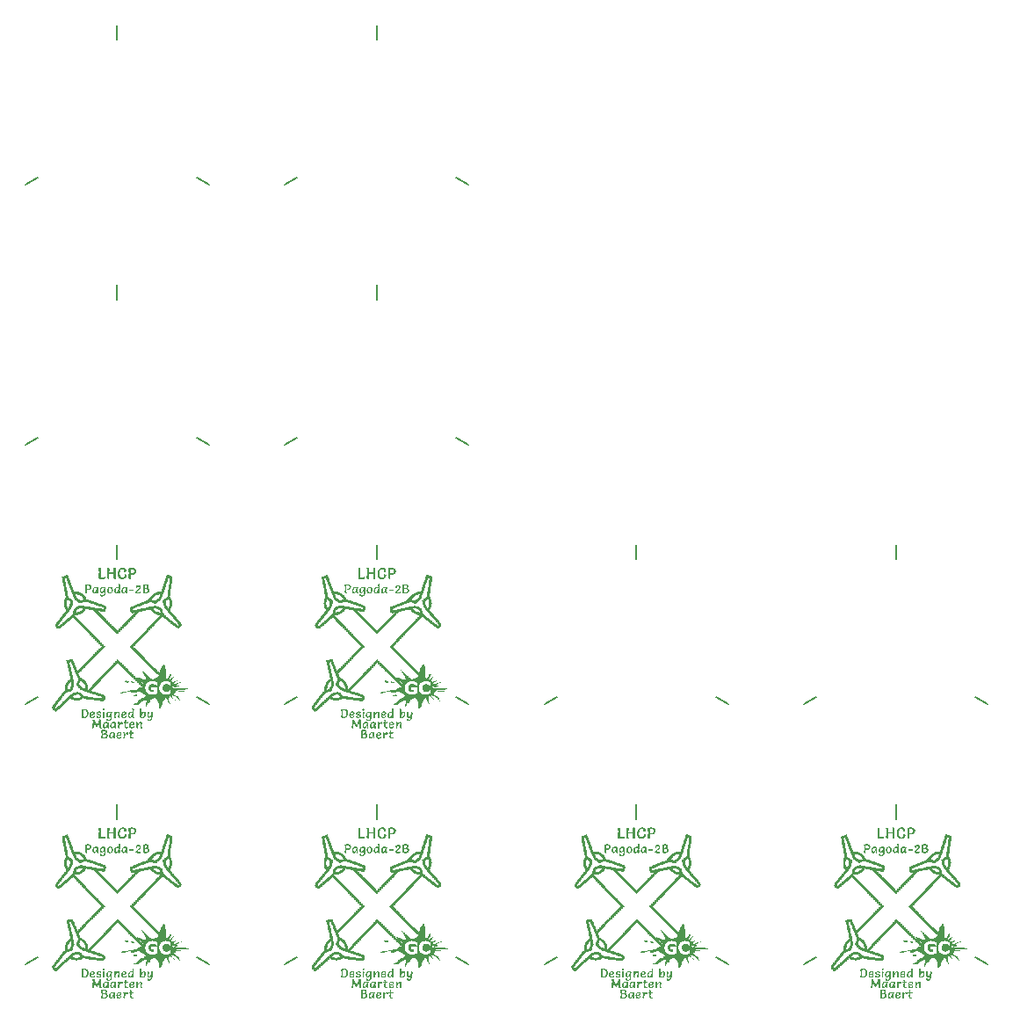
<source format=gto>
G04 This is an RS-274x file exported by *
G04 gerbv version 2.6.0 *
G04 More information is available about gerbv at *
G04 http://gerbv.gpleda.org/ *
G04 --End of header info--*
%MOIN*%
%FSLAX34Y34*%
%IPPOS*%
G04 --Define apertures--*
%ADD10C,0.0000*%
%ADD11C,0.0079*%
%ADD12C,0.0079*%
G04 --Start main section--*
G54D10*
G36*
G01X0000757Y-001669D02*
G01X0000771Y-001669D01*
G01X0000771Y-001682D01*
G01X0000771Y-001696D01*
G01X0000771Y-001709D01*
G01X0000771Y-001722D01*
G01X0000691Y-001722D01*
G01X0000691Y-001709D01*
G01X0000625Y-001709D01*
G01X0000625Y-001696D01*
G01X0000612Y-001696D01*
G01X0000612Y-001682D01*
G01X0000638Y-001682D01*
G01X0000638Y-001669D01*
G01X0000691Y-001669D01*
G01X0000691Y-001656D01*
G01X0000757Y-001656D01*
G01X0000757Y-001669D01*
G37*
G36*
G01X0000757Y-001669D02*
G37*
G36*
G01X0001908Y0002894D02*
G01X0001948Y0002894D01*
G01X0001948Y0002881D01*
G01X0001987Y0002881D01*
G01X0001987Y0002867D01*
G01X0002027Y0002867D01*
G01X0002027Y0002854D01*
G01X0002067Y0002854D01*
G01X0002067Y0002841D01*
G01X0002107Y0002841D01*
G01X0002107Y0002828D01*
G01X0002107Y0002814D01*
G01X0002107Y0002801D01*
G01X0002107Y0002788D01*
G01X0002107Y0002775D01*
G01X0002107Y0002762D01*
G01X0002107Y0002748D01*
G01X0002107Y0002735D01*
G01X0002093Y0002735D01*
G01X0002093Y0002722D01*
G01X0002093Y0002709D01*
G01X0002093Y0002695D01*
G01X0002093Y0002682D01*
G01X0002093Y0002669D01*
G01X0002093Y0002656D01*
G01X0002093Y0002643D01*
G01X0002080Y0002643D01*
G01X0002080Y0002629D01*
G01X0002080Y0002616D01*
G01X0002080Y0002603D01*
G01X0002080Y0002590D01*
G01X0002080Y0002576D01*
G01X0002080Y0002563D01*
G01X0002080Y0002550D01*
G01X0002067Y0002550D01*
G01X0002067Y0002537D01*
G01X0002067Y0002523D01*
G01X0002067Y0002510D01*
G01X0002067Y0002497D01*
G01X0002067Y0002484D01*
G01X0002067Y0002471D01*
G01X0002067Y0002457D01*
G01X0002054Y0002457D01*
G01X0002054Y0002444D01*
G01X0002054Y0002431D01*
G01X0002054Y0002418D01*
G01X0002054Y0002404D01*
G01X0002054Y0002391D01*
G01X0002054Y0002378D01*
G01X0002054Y0002365D01*
G01X0002040Y0002365D01*
G01X0002040Y0002352D01*
G01X0002040Y0002338D01*
G01X0002040Y0002325D01*
G01X0002040Y0002312D01*
G01X0002040Y0002299D01*
G01X0002040Y0002285D01*
G01X0002040Y0002272D01*
G01X0002027Y0002272D01*
G01X0002027Y0002259D01*
G01X0002027Y0002246D01*
G01X0002027Y0002233D01*
G01X0002027Y0002219D01*
G01X0002027Y0002206D01*
G01X0002027Y0002193D01*
G01X0002027Y0002180D01*
G01X0002014Y0002180D01*
G01X0002014Y0002166D01*
G01X0002014Y0002153D01*
G01X0002014Y0002140D01*
G01X0002014Y0002127D01*
G01X0002014Y0002113D01*
G01X0002014Y0002100D01*
G01X0002014Y0002087D01*
G01X0002001Y0002087D01*
G01X0002001Y0002074D01*
G01X0002001Y0002061D01*
G01X0002014Y0002061D01*
G01X0002014Y0002047D01*
G01X0002027Y0002047D01*
G01X0002027Y0002034D01*
G01X0002027Y0002021D01*
G01X0002040Y0002021D01*
G01X0002040Y0002008D01*
G01X0002040Y0001994D01*
G01X0002054Y0001994D01*
G01X0002054Y0001981D01*
G01X0002054Y0001968D01*
G01X0002067Y0001968D01*
G01X0002067Y0001955D01*
G01X0002067Y0001942D01*
G01X0002067Y0001928D01*
G01X0002067Y0001915D01*
G01X0002080Y0001915D01*
G01X0002080Y0001902D01*
G01X0002080Y0001889D01*
G01X0002080Y0001875D01*
G01X0002080Y0001862D01*
G01X0002080Y0001849D01*
G01X0002080Y0001836D01*
G01X0002093Y0001836D01*
G01X0002093Y0001823D01*
G01X0002093Y0001809D01*
G01X0002093Y0001796D01*
G01X0002080Y0001796D01*
G01X0002080Y0001783D01*
G01X0002080Y0001770D01*
G01X0002080Y0001756D01*
G01X0002080Y0001743D01*
G01X0002080Y0001730D01*
G01X0002080Y0001717D01*
G01X0002080Y0001703D01*
G01X0002067Y0001703D01*
G01X0002067Y0001690D01*
G01X0002067Y0001677D01*
G01X0002067Y0001664D01*
G01X0002054Y0001664D01*
G01X0002054Y0001651D01*
G01X0002054Y0001637D01*
G01X0002054Y0001624D01*
G01X0002040Y0001624D01*
G01X0002040Y0001611D01*
G01X0002040Y0001598D01*
G01X0002027Y0001598D01*
G01X0002027Y0001584D01*
G01X0002014Y0001584D01*
G01X0002014Y0001571D01*
G01X0002014Y0001558D01*
G01X0002001Y0001558D01*
G01X0002001Y0001545D01*
G01X0002014Y0001545D01*
G01X0002014Y0001532D01*
G01X0002027Y0001532D01*
G01X0002027Y0001518D01*
G01X0002040Y0001518D01*
G01X0002040Y0001505D01*
G01X0002054Y0001505D01*
G01X0002054Y0001492D01*
G01X0002054Y0001479D01*
G01X0002067Y0001479D01*
G01X0002067Y0001465D01*
G01X0002080Y0001465D01*
G01X0002080Y0001452D01*
G01X0002093Y0001452D01*
G01X0002093Y0001439D01*
G01X0002107Y0001439D01*
G01X0002107Y0001426D01*
G01X0002120Y0001426D01*
G01X0002120Y0001413D01*
G01X0002133Y0001413D01*
G01X0002133Y0001399D01*
G01X0002146Y0001399D01*
G01X0002146Y0001386D01*
G01X0002159Y0001386D01*
G01X0002159Y0001373D01*
G01X0002159Y0001360D01*
G01X0002173Y0001360D01*
G01X0002173Y0001346D01*
G01X0002186Y0001346D01*
G01X0002186Y0001333D01*
G01X0002199Y0001333D01*
G01X0002199Y0001320D01*
G01X0002212Y0001320D01*
G01X0002212Y0001307D01*
G01X0002226Y0001307D01*
G01X0002226Y0001293D01*
G01X0002239Y0001293D01*
G01X0002239Y0001280D01*
G01X0002252Y0001280D01*
G01X0002252Y0001267D01*
G01X0002265Y0001267D01*
G01X0002265Y0001254D01*
G01X0002265Y0001241D01*
G01X0002278Y0001241D01*
G01X0002278Y0001227D01*
G01X0002292Y0001227D01*
G01X0002292Y0001214D01*
G01X0002305Y0001214D01*
G01X0002305Y0001201D01*
G01X0002318Y0001201D01*
G01X0002318Y0001188D01*
G01X0002331Y0001188D01*
G01X0002331Y0001174D01*
G01X0002345Y0001174D01*
G01X0002345Y0001161D01*
G01X0002345Y0001148D01*
G01X0002358Y0001148D01*
G01X0002358Y0001135D01*
G01X0002371Y0001135D01*
G01X0002371Y0001122D01*
G01X0002384Y0001122D01*
G01X0002384Y0001108D01*
G01X0002397Y0001108D01*
G01X0002397Y0001095D01*
G01X0002397Y0001082D01*
G01X0002411Y0001082D01*
G01X0002411Y0001069D01*
G01X0002424Y0001069D01*
G01X0002424Y0001055D01*
G01X0002424Y0001042D01*
G01X0002437Y0001042D01*
G01X0002437Y0001029D01*
G01X0002437Y0001016D01*
G01X0002450Y0001016D01*
G01X0002450Y0001003D01*
G01X0002450Y0000989D01*
G01X0002450Y0000976D01*
G01X0002450Y0000963D01*
G01X0002437Y0000963D01*
G01X0002437Y0000950D01*
G01X0002437Y0000936D01*
G01X0002424Y0000936D01*
G01X0002424Y0000923D01*
G01X0002411Y0000923D01*
G01X0002411Y0000910D01*
G01X0002397Y0000910D01*
G01X0002397Y0000897D01*
G01X0002371Y0000897D01*
G01X0002371Y0000883D01*
G01X0002358Y0000883D01*
G01X0002358Y0000870D01*
G01X0002278Y0000870D01*
G01X0002278Y0000883D01*
G01X0002265Y0000883D01*
G01X0002265Y0000897D01*
G01X0002239Y0000897D01*
G01X0002239Y0000910D01*
G01X0002226Y0000910D01*
G01X0002226Y0000923D01*
G01X0002199Y0000923D01*
G01X0002199Y0000936D01*
G01X0002186Y0000936D01*
G01X0002186Y0000950D01*
G01X0002173Y0000950D01*
G01X0002173Y0000963D01*
G01X0002146Y0000963D01*
G01X0002146Y0000976D01*
G01X0002133Y0000976D01*
G01X0002133Y0000989D01*
G01X0002120Y0000989D01*
G01X0002120Y0001003D01*
G01X0002093Y0001003D01*
G01X0002093Y0001016D01*
G01X0002080Y0001016D01*
G01X0002080Y0001029D01*
G01X0002067Y0001029D01*
G01X0002067Y0001042D01*
G01X0002040Y0001042D01*
G01X0002040Y0001055D01*
G01X0002027Y0001055D01*
G01X0002027Y0001069D01*
G01X0002014Y0001069D01*
G01X0002014Y0001082D01*
G01X0002001Y0001082D01*
G01X0002001Y0001095D01*
G01X0001974Y0001095D01*
G01X0001974Y0001108D01*
G01X0001961Y0001108D01*
G01X0001961Y0001122D01*
G01X0001948Y0001122D01*
G01X0001948Y0001135D01*
G01X0001935Y0001135D01*
G01X0001935Y0001148D01*
G01X0001908Y0001148D01*
G01X0001908Y0001161D01*
G01X0001895Y0001161D01*
G01X0001895Y0001174D01*
G01X0001882Y0001174D01*
G01X0001882Y0001188D01*
G01X0001868Y0001188D01*
G01X0001868Y0001201D01*
G01X0001842Y0001201D01*
G01X0001842Y0001214D01*
G01X0001829Y0001214D01*
G01X0001829Y0001227D01*
G01X0001816Y0001227D01*
G01X0001816Y0001241D01*
G01X0001802Y0001241D01*
G01X0001802Y0001254D01*
G01X0001789Y0001254D01*
G01X0001789Y0001267D01*
G01X0001763Y0001267D01*
G01X0001763Y0001280D01*
G01X0001749Y0001280D01*
G01X0001749Y0001293D01*
G01X0001736Y0001293D01*
G01X0001736Y0001307D01*
G01X0001723Y0001307D01*
G01X0001723Y0001293D01*
G01X0001710Y0001293D01*
G01X0001710Y0001280D01*
G01X0001697Y0001280D01*
G01X0001697Y0001267D01*
G01X0001683Y0001267D01*
G01X0001683Y0001254D01*
G01X0001670Y0001254D01*
G01X0001670Y0001241D01*
G01X0001657Y0001241D01*
G01X0001657Y0001227D01*
G01X0001644Y0001227D01*
G01X0001644Y0001214D01*
G01X0001630Y0001214D01*
G01X0001630Y0001201D01*
G01X0001617Y0001201D01*
G01X0001617Y0001188D01*
G01X0001604Y0001188D01*
G01X0001604Y0001174D01*
G01X0001591Y0001174D01*
G01X0001591Y0001161D01*
G01X0001577Y0001161D01*
G01X0001577Y0001148D01*
G01X0001564Y0001148D01*
G01X0001564Y0001135D01*
G01X0001551Y0001135D01*
G01X0001551Y0001122D01*
G01X0001538Y0001122D01*
G01X0001538Y0001108D01*
G01X0001525Y0001108D01*
G01X0001525Y0001095D01*
G01X0001511Y0001095D01*
G01X0001511Y0001082D01*
G01X0001498Y0001082D01*
G01X0001498Y0001069D01*
G01X0001485Y0001069D01*
G01X0001485Y0001055D01*
G01X0001472Y0001055D01*
G01X0001472Y0001042D01*
G01X0001458Y0001042D01*
G01X0001458Y0001029D01*
G01X0001445Y0001029D01*
G01X0001445Y0001016D01*
G01X0001432Y0001016D01*
G01X0001432Y0001003D01*
G01X0001419Y0001003D01*
G01X0001419Y0000989D01*
G01X0001419Y0000976D01*
G01X0001406Y0000976D01*
G01X0001406Y0000963D01*
G01X0001392Y0000963D01*
G01X0001392Y0000950D01*
G01X0001379Y0000950D01*
G01X0001379Y0000936D01*
G01X0001366Y0000936D01*
G01X0001366Y0000923D01*
G01X0001353Y0000923D01*
G01X0001353Y0000910D01*
G01X0001339Y0000910D01*
G01X0001339Y0000897D01*
G01X0001326Y0000897D01*
G01X0001326Y0000883D01*
G01X0001313Y0000883D01*
G01X0001313Y0000870D01*
G01X0001300Y0000870D01*
G01X0001300Y0000857D01*
G01X0001286Y0000857D01*
G01X0001286Y0000844D01*
G01X0001273Y0000844D01*
G01X0001273Y0000831D01*
G01X0001260Y0000831D01*
G01X0001260Y0000817D01*
G01X0001247Y0000817D01*
G01X0001247Y0000804D01*
G01X0001234Y0000804D01*
G01X0001234Y0000791D01*
G01X0001220Y0000791D01*
G01X0001220Y0000778D01*
G01X0001207Y0000778D01*
G01X0001207Y0000764D01*
G01X0001194Y0000764D01*
G01X0001194Y0000751D01*
G01X0001181Y0000751D01*
G01X0001181Y0000738D01*
G01X0001167Y0000738D01*
G01X0001167Y0000725D01*
G01X0001154Y0000725D01*
G01X0001154Y0000712D01*
G01X0001141Y0000712D01*
G01X0001141Y0000698D01*
G01X0001128Y0000698D01*
G01X0001128Y0000685D01*
G01X0001115Y0000685D01*
G01X0001115Y0000672D01*
G01X0001101Y0000672D01*
G01X0001101Y0000659D01*
G01X0001088Y0000659D01*
G01X0001088Y0000645D01*
G01X0001075Y0000645D01*
G01X0001075Y0000632D01*
G01X0001075Y0000619D01*
G01X0001062Y0000619D01*
G01X0001062Y0000606D01*
G01X0001048Y0000606D01*
G01X0001048Y0000592D01*
G01X0001035Y0000592D01*
G01X0001035Y0000579D01*
G01X0001022Y0000579D01*
G01X0001022Y0000566D01*
G01X0001009Y0000566D01*
G01X0001009Y0000553D01*
G01X0000996Y0000553D01*
G01X0000996Y0000540D01*
G01X0000982Y0000540D01*
G01X0000982Y0000526D01*
G01X0000969Y0000526D01*
G01X0000969Y0000513D01*
G01X0000956Y0000513D01*
G01X0000956Y0000500D01*
G01X0000943Y0000500D01*
G01X0000943Y0000487D01*
G01X0000929Y0000487D01*
G01X0000929Y0000473D01*
G01X0000916Y0000473D01*
G01X0000916Y0000460D01*
G01X0000903Y0000460D01*
G01X0000903Y0000447D01*
G01X0000890Y0000447D01*
G01X0000890Y0000434D01*
G01X0000876Y0000434D01*
G01X0000876Y0000421D01*
G01X0000863Y0000421D01*
G01X0000863Y0000407D01*
G01X0000850Y0000407D01*
G01X0000850Y0000394D01*
G01X0000837Y0000394D01*
G01X0000837Y0000381D01*
G01X0000824Y0000381D01*
G01X0000824Y0000368D01*
G01X0000810Y0000368D01*
G01X0000810Y0000354D01*
G01X0000797Y0000354D01*
G01X0000797Y0000341D01*
G01X0000784Y0000341D01*
G01X0000784Y0000328D01*
G01X0000771Y0000328D01*
G01X0000771Y0000315D01*
G01X0000757Y0000315D01*
G01X0000757Y0000301D01*
G01X0000744Y0000301D01*
G01X0000744Y0000288D01*
G01X0000731Y0000288D01*
G01X0000731Y0000275D01*
G01X0000718Y0000275D01*
G01X0000718Y0000262D01*
G01X0000718Y0000249D01*
G01X0000705Y0000249D01*
G01X0000705Y0000235D01*
G01X0000691Y0000235D01*
G01X0000691Y0000222D01*
G01X0000678Y0000222D01*
G01X0000678Y0000209D01*
G01X0000665Y0000209D01*
G01X0000665Y0000196D01*
G01X0000652Y0000196D01*
G01X0000652Y0000182D01*
G01X0000638Y0000182D01*
G01X0000638Y0000169D01*
G01X0000625Y0000169D01*
G01X0000625Y0000156D01*
G01X0000638Y0000156D01*
G01X0000638Y0000143D01*
G01X0000652Y0000143D01*
G01X0000652Y0000130D01*
G01X0000665Y0000130D01*
G01X0000665Y0000116D01*
G01X0000678Y0000116D01*
G01X0000678Y0000103D01*
G01X0000691Y0000103D01*
G01X0000691Y0000090D01*
G01X0000705Y0000090D01*
G01X0000705Y0000077D01*
G01X0000718Y0000077D01*
G01X0000718Y0000063D01*
G01X0000731Y0000063D01*
G01X0000731Y0000050D01*
G01X0000744Y0000050D01*
G01X0000744Y0000037D01*
G01X0000757Y0000037D01*
G01X0000757Y0000024D01*
G01X0000771Y0000024D01*
G01X0000771Y0000011D01*
G01X0000784Y0000011D01*
G01X0000784Y-000003D01*
G01X0000797Y-000003D01*
G01X0000797Y-000016D01*
G01X0000810Y-000016D01*
G01X0000810Y-000029D01*
G01X0000824Y-000029D01*
G01X0000824Y-000042D01*
G01X0000837Y-000042D01*
G01X0000837Y-000056D01*
G01X0000850Y-000056D01*
G01X0000850Y-000069D01*
G01X0000863Y-000069D01*
G01X0000863Y-000082D01*
G01X0000876Y-000082D01*
G01X0000876Y-000095D01*
G01X0000890Y-000095D01*
G01X0000890Y-000109D01*
G01X0000903Y-000109D01*
G01X0000903Y-000122D01*
G01X0000916Y-000122D01*
G01X0000916Y-000135D01*
G01X0000929Y-000135D01*
G01X0000929Y-000148D01*
G01X0000943Y-000148D01*
G01X0000943Y-000161D01*
G01X0000956Y-000161D01*
G01X0000956Y-000175D01*
G01X0000969Y-000175D01*
G01X0000969Y-000188D01*
G01X0000982Y-000188D01*
G01X0000982Y-000201D01*
G01X0000996Y-000201D01*
G01X0000996Y-000214D01*
G01X0001009Y-000214D01*
G01X0001009Y-000228D01*
G01X0001022Y-000228D01*
G01X0001022Y-000241D01*
G01X0001035Y-000241D01*
G01X0001035Y-000254D01*
G01X0001048Y-000254D01*
G01X0001048Y-000267D01*
G01X0001062Y-000267D01*
G01X0001062Y-000280D01*
G01X0001062Y-000294D01*
G01X0001075Y-000294D01*
G01X0001075Y-000307D01*
G01X0001088Y-000307D01*
G01X0001088Y-000320D01*
G01X0001101Y-000320D01*
G01X0001101Y-000333D01*
G01X0001115Y-000333D01*
G01X0001115Y-000347D01*
G01X0001128Y-000347D01*
G01X0001128Y-000360D01*
G01X0001141Y-000360D01*
G01X0001141Y-000373D01*
G01X0001154Y-000373D01*
G01X0001154Y-000386D01*
G01X0001167Y-000386D01*
G01X0001167Y-000400D01*
G01X0001181Y-000400D01*
G01X0001181Y-000413D01*
G01X0001194Y-000413D01*
G01X0001194Y-000426D01*
G01X0001207Y-000426D01*
G01X0001207Y-000439D01*
G01X0001220Y-000439D01*
G01X0001220Y-000452D01*
G01X0001234Y-000452D01*
G01X0001234Y-000466D01*
G01X0001247Y-000466D01*
G01X0001247Y-000479D01*
G01X0001260Y-000479D01*
G01X0001260Y-000492D01*
G01X0001273Y-000492D01*
G01X0001273Y-000505D01*
G01X0001286Y-000505D01*
G01X0001286Y-000519D01*
G01X0001300Y-000519D01*
G01X0001300Y-000532D01*
G01X0001313Y-000532D01*
G01X0001313Y-000545D01*
G01X0001326Y-000545D01*
G01X0001326Y-000558D01*
G01X0001339Y-000558D01*
G01X0001339Y-000571D01*
G01X0001353Y-000571D01*
G01X0001353Y-000585D01*
G01X0001366Y-000585D01*
G01X0001366Y-000598D01*
G01X0001379Y-000598D01*
G01X0001379Y-000611D01*
G01X0001392Y-000611D01*
G01X0001392Y-000624D01*
G01X0001406Y-000624D01*
G01X0001406Y-000638D01*
G01X0001432Y-000638D01*
G01X0001432Y-000651D01*
G01X0001445Y-000651D01*
G01X0001445Y-000664D01*
G01X0001458Y-000664D01*
G01X0001458Y-000677D01*
G01X0001472Y-000677D01*
G01X0001472Y-000690D01*
G01X0001485Y-000690D01*
G01X0001485Y-000704D01*
G01X0001498Y-000704D01*
G01X0001498Y-000717D01*
G01X0001511Y-000717D01*
G01X0001511Y-000730D01*
G01X0001525Y-000730D01*
G01X0001525Y-000743D01*
G01X0001538Y-000743D01*
G01X0001538Y-000757D01*
G01X0001551Y-000757D01*
G01X0001551Y-000770D01*
G01X0001564Y-000770D01*
G01X0001564Y-000783D01*
G01X0001577Y-000783D01*
G01X0001577Y-000796D01*
G01X0001591Y-000796D01*
G01X0001591Y-000810D01*
G01X0001604Y-000810D01*
G01X0001604Y-000796D01*
G01X0001617Y-000796D01*
G01X0001617Y-000783D01*
G01X0001617Y-000770D01*
G01X0001617Y-000757D01*
G01X0001630Y-000757D01*
G01X0001630Y-000743D01*
G01X0001630Y-000730D01*
G01X0001630Y-000717D01*
G01X0001644Y-000717D01*
G01X0001644Y-000704D01*
G01X0001644Y-000690D01*
G01X0001644Y-000677D01*
G01X0001657Y-000677D01*
G01X0001657Y-000664D01*
G01X0001657Y-000651D01*
G01X0001657Y-000638D01*
G01X0001670Y-000638D01*
G01X0001670Y-000624D01*
G01X0001683Y-000624D01*
G01X0001683Y-000611D01*
G01X0001683Y-000598D01*
G01X0001697Y-000598D01*
G01X0001697Y-000585D01*
G01X0001710Y-000585D01*
G01X0001710Y-000571D01*
G01X0001723Y-000571D01*
G01X0001723Y-000558D01*
G01X0001723Y-000545D01*
G01X0001736Y-000545D01*
G01X0001736Y-000532D01*
G01X0001749Y-000532D01*
G01X0001749Y-000519D01*
G01X0001749Y-000505D01*
G01X0001763Y-000505D01*
G01X0001763Y-000492D01*
G01X0001789Y-000492D01*
G01X0001789Y-000505D01*
G01X0001802Y-000505D01*
G01X0001802Y-000519D01*
G01X0001802Y-000532D01*
G01X0001816Y-000532D01*
G01X0001816Y-000545D01*
G01X0001816Y-000558D01*
G01X0001816Y-000571D01*
G01X0001816Y-000585D01*
G01X0001829Y-000585D01*
G01X0001829Y-000598D01*
G01X0001829Y-000611D01*
G01X0001829Y-000624D01*
G01X0001829Y-000638D01*
G01X0001829Y-000651D01*
G01X0001829Y-000664D01*
G01X0001829Y-000677D01*
G01X0001829Y-000690D01*
G01X0001842Y-000690D01*
G01X0001842Y-000704D01*
G01X0001842Y-000717D01*
G01X0001842Y-000730D01*
G01X0001842Y-000743D01*
G01X0001842Y-000757D01*
G01X0001842Y-000770D01*
G01X0001842Y-000783D01*
G01X0001842Y-000796D01*
G01X0001842Y-000810D01*
G01X0001842Y-000823D01*
G01X0001842Y-000836D01*
G01X0001842Y-000849D01*
G01X0001842Y-000862D01*
G01X0001842Y-000876D01*
G01X0001842Y-000889D01*
G01X0001842Y-000902D01*
G01X0001842Y-000915D01*
G01X0001842Y-000929D01*
G01X0001842Y-000942D01*
G01X0001842Y-000955D01*
G01X0001842Y-000968D01*
G01X0001855Y-000968D01*
G01X0001855Y-000981D01*
G01X0001855Y-000995D01*
G01X0001855Y-001008D01*
G01X0001855Y-001021D01*
G01X0001868Y-001021D01*
G01X0001868Y-001034D01*
G01X0001908Y-001034D01*
G01X0001908Y-001021D01*
G01X0001921Y-001021D01*
G01X0001921Y-001008D01*
G01X0001935Y-001008D01*
G01X0001935Y-000995D01*
G01X0001948Y-000995D01*
G01X0001948Y-000981D01*
G01X0001948Y-000968D01*
G01X0001961Y-000968D01*
G01X0001961Y-000955D01*
G01X0001961Y-000942D01*
G01X0001974Y-000942D01*
G01X0001974Y-000929D01*
G01X0001974Y-000915D01*
G01X0001974Y-000902D01*
G01X0001987Y-000902D01*
G01X0001987Y-000889D01*
G01X0002001Y-000889D01*
G01X0002001Y-000876D01*
G01X0002014Y-000876D01*
G01X0002014Y-000862D01*
G01X0002040Y-000862D01*
G01X0002040Y-000876D01*
G01X0002067Y-000876D01*
G01X0002067Y-000889D01*
G01X0002067Y-000902D01*
G01X0002054Y-000902D01*
G01X0002054Y-000915D01*
G01X0002054Y-000929D01*
G01X0002054Y-000942D01*
G01X0002040Y-000942D01*
G01X0002040Y-000955D01*
G01X0002040Y-000968D01*
G01X0002027Y-000968D01*
G01X0002027Y-000981D01*
G01X0002014Y-000981D01*
G01X0002014Y-000995D01*
G01X0002014Y-001008D01*
G01X0002001Y-001008D01*
G01X0002001Y-001021D01*
G01X0002001Y-001034D01*
G01X0001987Y-001034D01*
G01X0001987Y-001048D01*
G01X0001987Y-001061D01*
G01X0001974Y-001061D01*
G01X0001974Y-001074D01*
G01X0002014Y-001074D01*
G01X0002014Y-001061D01*
G01X0002040Y-001061D01*
G01X0002040Y-001048D01*
G01X0002054Y-001048D01*
G01X0002054Y-001034D01*
G01X0002067Y-001034D01*
G01X0002067Y-001021D01*
G01X0002080Y-001021D01*
G01X0002080Y-001008D01*
G01X0002093Y-001008D01*
G01X0002093Y-000995D01*
G01X0002120Y-000995D01*
G01X0002120Y-000981D01*
G01X0002133Y-000981D01*
G01X0002133Y-000968D01*
G01X0002146Y-000968D01*
G01X0002146Y-000981D01*
G01X0002146Y-000995D01*
G01X0002133Y-000995D01*
G01X0002133Y-001008D01*
G01X0002133Y-001021D01*
G01X0002120Y-001021D01*
G01X0002120Y-001034D01*
G01X0002107Y-001034D01*
G01X0002107Y-001048D01*
G01X0002107Y-001061D01*
G01X0002093Y-001061D01*
G01X0002093Y-001074D01*
G01X0002080Y-001074D01*
G01X0002080Y-001087D01*
G01X0002080Y-001100D01*
G01X0002067Y-001100D01*
G01X0002067Y-001114D01*
G01X0002067Y-001127D01*
G01X0002054Y-001127D01*
G01X0002054Y-001140D01*
G01X0002054Y-001153D01*
G01X0002107Y-001153D01*
G01X0002107Y-001167D01*
G01X0002146Y-001167D01*
G01X0002146Y-001153D01*
G01X0002186Y-001153D01*
G01X0002186Y-001140D01*
G01X0002212Y-001140D01*
G01X0002212Y-001127D01*
G01X0002252Y-001127D01*
G01X0002252Y-001114D01*
G01X0002278Y-001114D01*
G01X0002278Y-001127D01*
G01X0002265Y-001127D01*
G01X0002265Y-001140D01*
G01X0002239Y-001140D01*
G01X0002239Y-001153D01*
G01X0002226Y-001153D01*
G01X0002226Y-001167D01*
G01X0002199Y-001167D01*
G01X0002199Y-001180D01*
G01X0002186Y-001180D01*
G01X0002186Y-001193D01*
G01X0002173Y-001193D01*
G01X0002173Y-001206D01*
G01X0002146Y-001206D01*
G01X0002146Y-001220D01*
G01X0002146Y-001233D01*
G01X0002146Y-001246D01*
G01X0002226Y-001246D01*
G01X0002226Y-001233D01*
G01X0002265Y-001233D01*
G01X0002265Y-001220D01*
G01X0002305Y-001220D01*
G01X0002305Y-001206D01*
G01X0002331Y-001206D01*
G01X0002331Y-001193D01*
G01X0002371Y-001193D01*
G01X0002371Y-001180D01*
G01X0002411Y-001180D01*
G01X0002411Y-001167D01*
G01X0002464Y-001167D01*
G01X0002464Y-001180D01*
G01X0002424Y-001180D01*
G01X0002424Y-001193D01*
G01X0002397Y-001193D01*
G01X0002397Y-001206D01*
G01X0002371Y-001206D01*
G01X0002371Y-001220D01*
G01X0002331Y-001220D01*
G01X0002331Y-001233D01*
G01X0002318Y-001233D01*
G01X0002318Y-001246D01*
G01X0002292Y-001246D01*
G01X0002292Y-001259D01*
G01X0002278Y-001259D01*
G01X0002278Y-001272D01*
G01X0002265Y-001272D01*
G01X0002265Y-001286D01*
G01X0002265Y-001299D01*
G01X0002292Y-001299D01*
G01X0002292Y-001312D01*
G01X0002345Y-001312D01*
G01X0002345Y-001325D01*
G01X0002318Y-001325D01*
G01X0002318Y-001339D01*
G01X0002292Y-001339D01*
G01X0002292Y-001352D01*
G01X0002265Y-001352D01*
G01X0002265Y-001365D01*
G01X0002212Y-001365D01*
G01X0002212Y-001378D01*
G01X0002159Y-001378D01*
G01X0002159Y-001365D01*
G01X0002173Y-001365D01*
G01X0002173Y-001352D01*
G01X0002186Y-001352D01*
G01X0002186Y-001339D01*
G01X0002186Y-001325D01*
G01X0002107Y-001325D01*
G01X0002107Y-001339D01*
G01X0002107Y-001352D01*
G01X0002107Y-001365D01*
G01X0002120Y-001365D01*
G01X0002120Y-001378D01*
G01X0002133Y-001378D01*
G01X0002133Y-001391D01*
G01X0002159Y-001391D01*
G01X0002159Y-001405D01*
G01X0002450Y-001405D01*
G01X0002450Y-001391D01*
G01X0002503Y-001391D01*
G01X0002503Y-001405D01*
G01X0002609Y-001405D01*
G01X0002609Y-001418D01*
G01X0002688Y-001418D01*
G01X0002688Y-001431D01*
G01X0002715Y-001431D01*
G01X0002715Y-001444D01*
G01X0002596Y-001444D01*
G01X0002596Y-001458D01*
G01X0002252Y-001458D01*
G01X0002252Y-001471D01*
G01X0002252Y-001484D01*
G01X0002278Y-001484D01*
G01X0002278Y-001497D01*
G01X0002437Y-001497D01*
G01X0002437Y-001510D01*
G01X0002569Y-001510D01*
G01X0002569Y-001524D01*
G01X0002318Y-001524D01*
G01X0002318Y-001510D01*
G01X0002239Y-001510D01*
G01X0002239Y-001524D01*
G01X0002212Y-001524D01*
G01X0002212Y-001537D01*
G01X0002212Y-001550D01*
G01X0002212Y-001563D01*
G01X0002212Y-001577D01*
G01X0002212Y-001590D01*
G01X0002186Y-001590D01*
G01X0002186Y-001603D01*
G01X0002159Y-001603D01*
G01X0002159Y-001616D01*
G01X0002159Y-001630D01*
G01X0002186Y-001630D01*
G01X0002186Y-001643D01*
G01X0002173Y-001643D01*
G01X0002173Y-001656D01*
G01X0002159Y-001656D01*
G01X0002159Y-001669D01*
G01X0002212Y-001669D01*
G01X0002212Y-001682D01*
G01X0002239Y-001682D01*
G01X0002239Y-001696D01*
G01X0002265Y-001696D01*
G01X0002265Y-001709D01*
G01X0002292Y-001709D01*
G01X0002292Y-001722D01*
G01X0002318Y-001722D01*
G01X0002318Y-001735D01*
G01X0002331Y-001735D01*
G01X0002331Y-001749D01*
G01X0002331Y-001762D01*
G01X0002345Y-001762D01*
G01X0002345Y-001775D01*
G01X0002345Y-001788D01*
G01X0002358Y-001788D01*
G01X0002358Y-001801D01*
G01X0002358Y-001815D01*
G01X0002371Y-001815D01*
G01X0002371Y-001828D01*
G01X0002371Y-001841D01*
G01X0002384Y-001841D01*
G01X0002384Y-001854D01*
G01X0002384Y-001868D01*
G01X0002397Y-001868D01*
G01X0002397Y-001881D01*
G01X0002397Y-001894D01*
G01X0002384Y-001894D01*
G01X0002384Y-001881D01*
G01X0002371Y-001881D01*
G01X0002371Y-001868D01*
G01X0002358Y-001868D01*
G01X0002358Y-001854D01*
G01X0002345Y-001854D01*
G01X0002345Y-001841D01*
G01X0002331Y-001841D01*
G01X0002331Y-001828D01*
G01X0002318Y-001828D01*
G01X0002318Y-001815D01*
G01X0002305Y-001815D01*
G01X0002305Y-001801D01*
G01X0002292Y-001801D01*
G01X0002292Y-001788D01*
G01X0002278Y-001788D01*
G01X0002278Y-001775D01*
G01X0002265Y-001775D01*
G01X0002265Y-001762D01*
G01X0002252Y-001762D01*
G01X0002252Y-001749D01*
G01X0002226Y-001749D01*
G01X0002226Y-001735D01*
G01X0002212Y-001735D01*
G01X0002212Y-001722D01*
G01X0002186Y-001722D01*
G01X0002186Y-001709D01*
G01X0002159Y-001709D01*
G01X0002159Y-001696D01*
G01X0002120Y-001696D01*
G01X0002120Y-001682D01*
G01X0002080Y-001682D01*
G01X0002080Y-001696D01*
G01X0002067Y-001696D01*
G01X0002067Y-001709D01*
G01X0002080Y-001709D01*
G01X0002080Y-001722D01*
G01X0002080Y-001735D01*
G01X0002093Y-001735D01*
G01X0002093Y-001749D01*
G01X0002093Y-001762D01*
G01X0002107Y-001762D01*
G01X0002107Y-001775D01*
G01X0002120Y-001775D01*
G01X0002120Y-001788D01*
G01X0002133Y-001788D01*
G01X0002133Y-001801D01*
G01X0002146Y-001801D01*
G01X0002146Y-001815D01*
G01X0002159Y-001815D01*
G01X0002159Y-001828D01*
G01X0002186Y-001828D01*
G01X0002186Y-001841D01*
G01X0002199Y-001841D01*
G01X0002199Y-001854D01*
G01X0002212Y-001854D01*
G01X0002212Y-001868D01*
G01X0002199Y-001868D01*
G01X0002199Y-001854D01*
G01X0002173Y-001854D01*
G01X0002173Y-001841D01*
G01X0002159Y-001841D01*
G01X0002159Y-001828D01*
G01X0002146Y-001828D01*
G01X0002146Y-001815D01*
G01X0002120Y-001815D01*
G01X0002120Y-001801D01*
G01X0002107Y-001801D01*
G01X0002107Y-001788D01*
G01X0002093Y-001788D01*
G01X0002093Y-001775D01*
G01X0002080Y-001775D01*
G01X0002080Y-001762D01*
G01X0002067Y-001762D01*
G01X0002067Y-001749D01*
G01X0002040Y-001749D01*
G01X0002040Y-001735D01*
G01X0002027Y-001735D01*
G01X0002027Y-001722D01*
G01X0001974Y-001722D01*
G01X0001974Y-001735D01*
G01X0001974Y-001749D01*
G01X0001974Y-001762D01*
G01X0001961Y-001762D01*
G01X0001961Y-001775D01*
G01X0001961Y-001788D01*
G01X0001961Y-001801D01*
G01X0001961Y-001815D01*
G01X0001961Y-001828D01*
G01X0001961Y-001841D01*
G01X0001961Y-001854D01*
G01X0001961Y-001868D01*
G01X0001961Y-001881D01*
G01X0001961Y-001894D01*
G01X0001974Y-001894D01*
G01X0001974Y-001907D01*
G01X0001974Y-001921D01*
G01X0001974Y-001934D01*
G01X0001987Y-001934D01*
G01X0001987Y-001947D01*
G01X0001987Y-001960D01*
G01X0002001Y-001960D01*
G01X0002001Y-001973D01*
G01X0002001Y-001987D01*
G01X0002014Y-001987D01*
G01X0002014Y-002000D01*
G01X0002001Y-002000D01*
G01X0002001Y-002013D01*
G01X0001987Y-002013D01*
G01X0001987Y-002000D01*
G01X0001974Y-002000D01*
G01X0001974Y-001987D01*
G01X0001961Y-001987D01*
G01X0001961Y-001973D01*
G01X0001961Y-001960D01*
G01X0001948Y-001960D01*
G01X0001948Y-001947D01*
G01X0001948Y-001934D01*
G01X0001935Y-001934D01*
G01X0001935Y-001921D01*
G01X0001935Y-001907D01*
G01X0001921Y-001907D01*
G01X0001921Y-001894D01*
G01X0001921Y-001881D01*
G01X0001908Y-001881D01*
G01X0001908Y-001868D01*
G01X0001908Y-001854D01*
G01X0001895Y-001854D01*
G01X0001895Y-001841D01*
G01X0001895Y-001828D01*
G01X0001882Y-001828D01*
G01X0001882Y-001815D01*
G01X0001882Y-001801D01*
G01X0001868Y-001801D01*
G01X0001868Y-001788D01*
G01X0001829Y-001788D01*
G01X0001829Y-001801D01*
G01X0001816Y-001801D01*
G01X0001816Y-001815D01*
G01X0001816Y-001828D01*
G01X0001802Y-001828D01*
G01X0001802Y-001841D01*
G01X0001802Y-001854D01*
G01X0001789Y-001854D01*
G01X0001789Y-001868D01*
G01X0001776Y-001868D01*
G01X0001776Y-001881D01*
G01X0001763Y-001881D01*
G01X0001763Y-001894D01*
G01X0001749Y-001894D01*
G01X0001749Y-001907D01*
G01X0001736Y-001907D01*
G01X0001736Y-001921D01*
G01X0001736Y-001934D01*
G01X0001736Y-001947D01*
G01X0001736Y-001960D01*
G01X0001723Y-001960D01*
G01X0001723Y-001973D01*
G01X0001723Y-001987D01*
G01X0001723Y-002000D01*
G01X0001723Y-002013D01*
G01X0001710Y-002013D01*
G01X0001710Y-002026D01*
G01X0001710Y-002040D01*
G01X0001710Y-002053D01*
G01X0001697Y-002053D01*
G01X0001697Y-002066D01*
G01X0001697Y-002079D01*
G01X0001697Y-002092D01*
G01X0001683Y-002092D01*
G01X0001683Y-002106D01*
G01X0001683Y-002119D01*
G01X0001670Y-002119D01*
G01X0001670Y-002132D01*
G01X0001657Y-002132D01*
G01X0001657Y-002145D01*
G01X0001644Y-002145D01*
G01X0001644Y-002159D01*
G01X0001630Y-002159D01*
G01X0001630Y-002172D01*
G01X0001591Y-002172D01*
G01X0001591Y-002159D01*
G01X0001577Y-002159D01*
G01X0001577Y-002145D01*
G01X0001577Y-002132D01*
G01X0001577Y-002119D01*
G01X0001577Y-002106D01*
G01X0001577Y-002092D01*
G01X0001577Y-002079D01*
G01X0001577Y-002066D01*
G01X0001577Y-002053D01*
G01X0001577Y-002040D01*
G01X0001577Y-002026D01*
G01X0001577Y-002013D01*
G01X0001577Y-002000D01*
G01X0001577Y-001987D01*
G01X0001577Y-001973D01*
G01X0001577Y-001960D01*
G01X0001564Y-001960D01*
G01X0001564Y-001947D01*
G01X0001564Y-001934D01*
G01X0001564Y-001921D01*
G01X0001564Y-001907D01*
G01X0001551Y-001907D01*
G01X0001551Y-001894D01*
G01X0001538Y-001894D01*
G01X0001538Y-001881D01*
G01X0001525Y-001881D01*
G01X0001525Y-001868D01*
G01X0001525Y-001854D01*
G01X0001511Y-001854D01*
G01X0001511Y-001841D01*
G01X0001498Y-001841D01*
G01X0001498Y-001828D01*
G01X0001498Y-001815D01*
G01X0001472Y-001815D01*
G01X0001472Y-001801D01*
G01X0001458Y-001801D01*
G01X0001458Y-001788D01*
G01X0001392Y-001788D01*
G01X0001392Y-001801D01*
G01X0001353Y-001801D01*
G01X0001353Y-001815D01*
G01X0001326Y-001815D01*
G01X0001326Y-001828D01*
G01X0001300Y-001828D01*
G01X0001300Y-001841D01*
G01X0001273Y-001841D01*
G01X0001273Y-001854D01*
G01X0001260Y-001854D01*
G01X0001260Y-001868D01*
G01X0001260Y-001881D01*
G01X0001260Y-001894D01*
G01X0001260Y-001907D01*
G01X0001247Y-001907D01*
G01X0001247Y-001921D01*
G01X0001247Y-001934D01*
G01X0001247Y-001947D01*
G01X0001234Y-001947D01*
G01X0001234Y-001960D01*
G01X0001220Y-001960D01*
G01X0001220Y-001973D01*
G01X0001167Y-001973D01*
G01X0001167Y-001987D01*
G01X0001154Y-001987D01*
G01X0001154Y-002000D01*
G01X0001141Y-002000D01*
G01X0001141Y-002013D01*
G01X0001141Y-002026D01*
G01X0001141Y-002040D01*
G01X0001128Y-002040D01*
G01X0001128Y-002053D01*
G01X0001128Y-002066D01*
G01X0001115Y-002066D01*
G01X0001115Y-002079D01*
G01X0001115Y-002092D01*
G01X0001101Y-002092D01*
G01X0001101Y-002106D01*
G01X0001101Y-002119D01*
G01X0001088Y-002119D01*
G01X0001088Y-002132D01*
G01X0001088Y-002145D01*
G01X0001088Y-002159D01*
G01X0001075Y-002159D01*
G01X0001075Y-002145D01*
G01X0001075Y-002132D01*
G01X0001075Y-002119D01*
G01X0001075Y-002106D01*
G01X0001075Y-002092D01*
G01X0001075Y-002079D01*
G01X0001075Y-002066D01*
G01X0001088Y-002066D01*
G01X0001088Y-002053D01*
G01X0001088Y-002040D01*
G01X0001088Y-002026D01*
G01X0001088Y-002013D01*
G01X0001088Y-002000D01*
G01X0001101Y-002000D01*
G01X0001101Y-001987D01*
G01X0001101Y-001973D01*
G01X0001101Y-001960D01*
G01X0001101Y-001947D01*
G01X0001101Y-001934D01*
G01X0001115Y-001934D01*
G01X0001115Y-001921D01*
G01X0001115Y-001907D01*
G01X0001115Y-001894D01*
G01X0001115Y-001881D01*
G01X0001115Y-001868D01*
G01X0001035Y-001868D01*
G01X0001035Y-001881D01*
G01X0000996Y-001881D01*
G01X0000996Y-001894D01*
G01X0000969Y-001894D01*
G01X0000969Y-001907D01*
G01X0000956Y-001907D01*
G01X0000956Y-001921D01*
G01X0000929Y-001921D01*
G01X0000929Y-001934D01*
G01X0000916Y-001934D01*
G01X0000916Y-001947D01*
G01X0000890Y-001947D01*
G01X0000890Y-001960D01*
G01X0000876Y-001960D01*
G01X0000876Y-001973D01*
G01X0000863Y-001973D01*
G01X0000863Y-001987D01*
G01X0000850Y-001987D01*
G01X0000850Y-002000D01*
G01X0000837Y-002000D01*
G01X0000837Y-002013D01*
G01X0000810Y-002013D01*
G01X0000810Y-002026D01*
G01X0000678Y-002026D01*
G01X0000678Y-002040D01*
G01X0000638Y-002040D01*
G01X0000638Y-002026D01*
G01X0000638Y-002013D01*
G01X0000638Y-002000D01*
G01X0000665Y-002000D01*
G01X0000665Y-001987D01*
G01X0000718Y-001987D01*
G01X0000718Y-001973D01*
G01X0000744Y-001973D01*
G01X0000744Y-001960D01*
G01X0000757Y-001960D01*
G01X0000757Y-001947D01*
G01X0000771Y-001947D01*
G01X0000771Y-001934D01*
G01X0000784Y-001934D01*
G01X0000784Y-001921D01*
G01X0000797Y-001921D01*
G01X0000797Y-001907D01*
G01X0000797Y-001894D01*
G01X0000797Y-001881D01*
G01X0000810Y-001881D01*
G01X0000810Y-001868D01*
G01X0000824Y-001868D01*
G01X0000824Y-001854D01*
G01X0000837Y-001854D01*
G01X0000837Y-001841D01*
G01X0000863Y-001841D01*
G01X0000863Y-001828D01*
G01X0000876Y-001828D01*
G01X0000876Y-001815D01*
G01X0000903Y-001815D01*
G01X0000903Y-001801D01*
G01X0000929Y-001801D01*
G01X0000929Y-001788D01*
G01X0000982Y-001788D01*
G01X0000982Y-001775D01*
G01X0001009Y-001775D01*
G01X0001009Y-001762D01*
G01X0001022Y-001762D01*
G01X0001022Y-001749D01*
G01X0001035Y-001749D01*
G01X0001035Y-001735D01*
G01X0001048Y-001735D01*
G01X0001048Y-001722D01*
G01X0001062Y-001722D01*
G01X0001062Y-001709D01*
G01X0001075Y-001709D01*
G01X0001075Y-001696D01*
G01X0001075Y-001682D01*
G01X0001062Y-001682D01*
G01X0001062Y-001669D01*
G01X0001048Y-001669D01*
G01X0001048Y-001656D01*
G01X0001035Y-001656D01*
G01X0001035Y-001643D01*
G01X0001009Y-001643D01*
G01X0001009Y-001630D01*
G01X0000996Y-001630D01*
G01X0000996Y-001616D01*
G01X0000969Y-001616D01*
G01X0000969Y-001603D01*
G01X0000956Y-001603D01*
G01X0000956Y-001590D01*
G01X0000929Y-001590D01*
G01X0000929Y-001577D01*
G01X0000903Y-001577D01*
G01X0000903Y-001563D01*
G01X0000876Y-001563D01*
G01X0000876Y-001550D01*
G01X0000850Y-001550D01*
G01X0000850Y-001537D01*
G01X0000824Y-001537D01*
G01X0000824Y-001524D01*
G01X0000771Y-001524D01*
G01X0000771Y-001537D01*
G01X0000757Y-001537D01*
G01X0000757Y-001550D01*
G01X0000744Y-001550D01*
G01X0000744Y-001563D01*
G01X0000665Y-001563D01*
G01X0000665Y-001577D01*
G01X0000612Y-001577D01*
G01X0000612Y-001590D01*
G01X0000546Y-001590D01*
G01X0000546Y-001577D01*
G01X0000533Y-001577D01*
G01X0000533Y-001563D01*
G01X0000533Y-001550D01*
G01X0000533Y-001537D01*
G01X0000414Y-001537D01*
G01X0000414Y-001550D01*
G01X0000347Y-001550D01*
G01X0000347Y-001563D01*
G01X0000308Y-001563D01*
G01X0000308Y-001577D01*
G01X0000268Y-001577D01*
G01X0000268Y-001590D01*
G01X0000228Y-001590D01*
G01X0000228Y-001603D01*
G01X0000136Y-001603D01*
G01X0000136Y-001590D01*
G01X0000136Y-001577D01*
G01X0000149Y-001577D01*
G01X0000149Y-001563D01*
G01X0000175Y-001563D01*
G01X0000175Y-001550D01*
G01X0000202Y-001550D01*
G01X0000202Y-001537D01*
G01X0000242Y-001537D01*
G01X0000242Y-001524D01*
G01X0000374Y-001524D01*
G01X0000374Y-001510D01*
G01X0000440Y-001510D01*
G01X0000440Y-001497D01*
G01X0000506Y-001497D01*
G01X0000506Y-001484D01*
G01X0000612Y-001484D01*
G01X0000612Y-001471D01*
G01X0000731Y-001471D01*
G01X0000731Y-001458D01*
G01X0000757Y-001458D01*
G01X0000757Y-001444D01*
G01X0000771Y-001444D01*
G01X0000771Y-001431D01*
G01X0000784Y-001431D01*
G01X0000784Y-001418D01*
G01X0000797Y-001418D01*
G01X0000797Y-001405D01*
G01X0000810Y-001405D01*
G01X0000810Y-001391D01*
G01X0000837Y-001391D01*
G01X0000837Y-001378D01*
G01X0000850Y-001378D01*
G01X0000850Y-001365D01*
G01X0000943Y-001365D01*
G01X0000943Y-001352D01*
G01X0000929Y-001352D01*
G01X0000929Y-001339D01*
G01X0000916Y-001339D01*
G01X0000916Y-001325D01*
G01X0000903Y-001325D01*
G01X0000903Y-001312D01*
G01X0000890Y-001312D01*
G01X0000890Y-001299D01*
G01X0000876Y-001299D01*
G01X0000876Y-001286D01*
G01X0000863Y-001286D01*
G01X0000863Y-001272D01*
G01X0000850Y-001272D01*
G01X0000850Y-001259D01*
G01X0000837Y-001259D01*
G01X0000837Y-001246D01*
G01X0000824Y-001246D01*
G01X0000824Y-001233D01*
G01X0000810Y-001233D01*
G01X0000810Y-001220D01*
G01X0000797Y-001220D01*
G01X0000797Y-001206D01*
G01X0000784Y-001206D01*
G01X0000784Y-001193D01*
G01X0000771Y-001193D01*
G01X0000771Y-001180D01*
G01X0000757Y-001180D01*
G01X0000757Y-001167D01*
G01X0000744Y-001167D01*
G01X0000744Y-001153D01*
G01X0000731Y-001153D01*
G01X0000731Y-001140D01*
G01X0000718Y-001140D01*
G01X0000718Y-001127D01*
G01X0000705Y-001127D01*
G01X0000705Y-001114D01*
G01X0000691Y-001114D01*
G01X0000691Y-001100D01*
G01X0000678Y-001100D01*
G01X0000678Y-001087D01*
G01X0000665Y-001087D01*
G01X0000665Y-001074D01*
G01X0000652Y-001074D01*
G01X0000652Y-001061D01*
G01X0000638Y-001061D01*
G01X0000638Y-001048D01*
G01X0000625Y-001048D01*
G01X0000625Y-001034D01*
G01X0000612Y-001034D01*
G01X0000612Y-001021D01*
G01X0000599Y-001021D01*
G01X0000599Y-001008D01*
G01X0000585Y-001008D01*
G01X0000585Y-000995D01*
G01X0000572Y-000995D01*
G01X0000572Y-000981D01*
G01X0000559Y-000981D01*
G01X0000559Y-000968D01*
G01X0000533Y-000968D01*
G01X0000533Y-000955D01*
G01X0000519Y-000955D01*
G01X0000519Y-000942D01*
G01X0000506Y-000942D01*
G01X0000506Y-000929D01*
G01X0000493Y-000929D01*
G01X0000493Y-000915D01*
G01X0000480Y-000915D01*
G01X0000480Y-000902D01*
G01X0000466Y-000902D01*
G01X0000466Y-000889D01*
G01X0000453Y-000889D01*
G01X0000453Y-000876D01*
G01X0000440Y-000876D01*
G01X0000440Y-000862D01*
G01X0000427Y-000862D01*
G01X0000427Y-000849D01*
G01X0000414Y-000849D01*
G01X0000414Y-000836D01*
G01X0000400Y-000836D01*
G01X0000400Y-000823D01*
G01X0000387Y-000823D01*
G01X0000387Y-000810D01*
G01X0000374Y-000810D01*
G01X0000374Y-000796D01*
G01X0000361Y-000796D01*
G01X0000361Y-000783D01*
G01X0000347Y-000783D01*
G01X0000347Y-000770D01*
G01X0000334Y-000770D01*
G01X0000334Y-000757D01*
G01X0000321Y-000757D01*
G01X0000321Y-000743D01*
G01X0000308Y-000743D01*
G01X0000308Y-000730D01*
G01X0000294Y-000730D01*
G01X0000294Y-000717D01*
G01X0000281Y-000717D01*
G01X0000281Y-000704D01*
G01X0000268Y-000704D01*
G01X0000268Y-000690D01*
G01X0000255Y-000690D01*
G01X0000255Y-000677D01*
G01X0000242Y-000677D01*
G01X0000242Y-000664D01*
G01X0000228Y-000664D01*
G01X0000228Y-000651D01*
G01X0000215Y-000651D01*
G01X0000215Y-000638D01*
G01X0000202Y-000638D01*
G01X0000202Y-000624D01*
G01X0000189Y-000624D01*
G01X0000189Y-000611D01*
G01X0000175Y-000611D01*
G01X0000175Y-000598D01*
G01X0000162Y-000598D01*
G01X0000162Y-000585D01*
G01X0000149Y-000585D01*
G01X0000149Y-000571D01*
G01X0000136Y-000571D01*
G01X0000136Y-000558D01*
G01X0000123Y-000558D01*
G01X0000123Y-000545D01*
G01X0000109Y-000545D01*
G01X0000109Y-000532D01*
G01X0000096Y-000532D01*
G01X0000096Y-000519D01*
G01X0000083Y-000519D01*
G01X0000083Y-000505D01*
G01X0000070Y-000505D01*
G01X0000070Y-000492D01*
G01X0000056Y-000492D01*
G01X0000056Y-000479D01*
G01X0000043Y-000479D01*
G01X0000043Y-000466D01*
G01X0000030Y-000466D01*
G01X0000030Y-000452D01*
G01X0000017Y-000452D01*
G01X0000017Y-000466D01*
G01X0000004Y-000466D01*
G01X0000004Y-000479D01*
G01X-000010Y-000479D01*
G01X-000010Y-000492D01*
G01X-000023Y-000492D01*
G01X-000023Y-000505D01*
G01X-000036Y-000505D01*
G01X-000036Y-000519D01*
G01X-000049Y-000519D01*
G01X-000049Y-000532D01*
G01X-000063Y-000532D01*
G01X-000063Y-000545D01*
G01X-000076Y-000545D01*
G01X-000076Y-000558D01*
G01X-000089Y-000558D01*
G01X-000089Y-000571D01*
G01X-000102Y-000571D01*
G01X-000102Y-000585D01*
G01X-000116Y-000585D01*
G01X-000116Y-000598D01*
G01X-000129Y-000598D01*
G01X-000129Y-000611D01*
G01X-000142Y-000611D01*
G01X-000142Y-000624D01*
G01X-000155Y-000624D01*
G01X-000155Y-000638D01*
G01X-000168Y-000638D01*
G01X-000168Y-000651D01*
G01X-000182Y-000651D01*
G01X-000182Y-000664D01*
G01X-000195Y-000664D01*
G01X-000195Y-000677D01*
G01X-000208Y-000677D01*
G01X-000208Y-000690D01*
G01X-000208Y-000704D01*
G01X-000221Y-000704D01*
G01X-000221Y-000717D01*
G01X-000235Y-000717D01*
G01X-000235Y-000730D01*
G01X-000248Y-000730D01*
G01X-000248Y-000743D01*
G01X-000261Y-000743D01*
G01X-000261Y-000757D01*
G01X-000274Y-000757D01*
G01X-000274Y-000770D01*
G01X-000287Y-000770D01*
G01X-000287Y-000783D01*
G01X-000301Y-000783D01*
G01X-000301Y-000796D01*
G01X-000314Y-000796D01*
G01X-000314Y-000810D01*
G01X-000327Y-000810D01*
G01X-000327Y-000823D01*
G01X-000340Y-000823D01*
G01X-000340Y-000836D01*
G01X-000354Y-000836D01*
G01X-000354Y-000849D01*
G01X-000367Y-000849D01*
G01X-000367Y-000862D01*
G01X-000380Y-000862D01*
G01X-000380Y-000876D01*
G01X-000393Y-000876D01*
G01X-000393Y-000889D01*
G01X-000406Y-000889D01*
G01X-000406Y-000902D01*
G01X-000420Y-000902D01*
G01X-000420Y-000915D01*
G01X-000433Y-000915D01*
G01X-000433Y-000929D01*
G01X-000446Y-000929D01*
G01X-000446Y-000942D01*
G01X-000459Y-000942D01*
G01X-000459Y-000955D01*
G01X-000473Y-000955D01*
G01X-000473Y-000968D01*
G01X-000486Y-000968D01*
G01X-000486Y-000981D01*
G01X-000499Y-000981D01*
G01X-000499Y-000995D01*
G01X-000512Y-000995D01*
G01X-000512Y-001008D01*
G01X-000526Y-001008D01*
G01X-000526Y-001021D01*
G01X-000539Y-001021D01*
G01X-000539Y-001034D01*
G01X-000552Y-001034D01*
G01X-000552Y-001048D01*
G01X-000565Y-001048D01*
G01X-000565Y-001061D01*
G01X-000578Y-001061D01*
G01X-000578Y-001074D01*
G01X-000592Y-001074D01*
G01X-000592Y-001087D01*
G01X-000605Y-001087D01*
G01X-000605Y-001100D01*
G01X-000605Y-001114D01*
G01X-000618Y-001114D01*
G01X-000618Y-001127D01*
G01X-000631Y-001127D01*
G01X-000631Y-001140D01*
G01X-000645Y-001140D01*
G01X-000645Y-001153D01*
G01X-000658Y-001153D01*
G01X-000658Y-001167D01*
G01X-000671Y-001167D01*
G01X-000671Y-001180D01*
G01X-000684Y-001180D01*
G01X-000684Y-001193D01*
G01X-000697Y-001193D01*
G01X-000697Y-001206D01*
G01X-000711Y-001206D01*
G01X-000711Y-001220D01*
G01X-000724Y-001220D01*
G01X-000724Y-001233D01*
G01X-000737Y-001233D01*
G01X-000737Y-001246D01*
G01X-000750Y-001246D01*
G01X-000750Y-001259D01*
G01X-000764Y-001259D01*
G01X-000764Y-001272D01*
G01X-000777Y-001272D01*
G01X-000777Y-001286D01*
G01X-000790Y-001286D01*
G01X-000790Y-001299D01*
G01X-000803Y-001299D01*
G01X-000803Y-001312D01*
G01X-000816Y-001312D01*
G01X-000816Y-001325D01*
G01X-000830Y-001325D01*
G01X-000830Y-001339D01*
G01X-000843Y-001339D01*
G01X-000843Y-001352D01*
G01X-000856Y-001352D01*
G01X-000856Y-001365D01*
G01X-000869Y-001365D01*
G01X-000869Y-001378D01*
G01X-000883Y-001378D01*
G01X-000883Y-001391D01*
G01X-000896Y-001391D01*
G01X-000896Y-001405D01*
G01X-000909Y-001405D01*
G01X-000909Y-001418D01*
G01X-000922Y-001418D01*
G01X-000922Y-001431D01*
G01X-000936Y-001431D01*
G01X-000936Y-001444D01*
G01X-000949Y-001444D01*
G01X-000949Y-001458D01*
G01X-000962Y-001458D01*
G01X-000962Y-001471D01*
G01X-000975Y-001471D01*
G01X-000975Y-001484D01*
G01X-000988Y-001484D01*
G01X-000988Y-001497D01*
G01X-000988Y-001510D01*
G01X-000949Y-001510D01*
G01X-000949Y-001524D01*
G01X-000909Y-001524D01*
G01X-000909Y-001537D01*
G01X-000856Y-001537D01*
G01X-000856Y-001550D01*
G01X-000816Y-001550D01*
G01X-000816Y-001563D01*
G01X-000777Y-001563D01*
G01X-000777Y-001577D01*
G01X-000737Y-001577D01*
G01X-000737Y-001590D01*
G01X-000697Y-001590D01*
G01X-000697Y-001603D01*
G01X-000658Y-001603D01*
G01X-000658Y-001616D01*
G01X-000618Y-001616D01*
G01X-000618Y-001630D01*
G01X-000578Y-001630D01*
G01X-000578Y-001643D01*
G01X-000552Y-001643D01*
G01X-000552Y-001656D01*
G01X-000526Y-001656D01*
G01X-000526Y-001669D01*
G01X-000499Y-001669D01*
G01X-000499Y-001682D01*
G01X-000486Y-001682D01*
G01X-000486Y-001696D01*
G01X-000473Y-001696D01*
G01X-000473Y-001709D01*
G01X-000459Y-001709D01*
G01X-000459Y-001722D01*
G01X-000459Y-001735D01*
G01X-000446Y-001735D01*
G01X-000446Y-001749D01*
G01X-000446Y-001762D01*
G01X-000446Y-001775D01*
G01X-000459Y-001775D01*
G01X-000459Y-001788D01*
G01X-000459Y-001801D01*
G01X-000459Y-001815D01*
G01X-000459Y-001828D01*
G01X-000473Y-001828D01*
G01X-000473Y-001841D01*
G01X-000486Y-001841D01*
G01X-000486Y-001854D01*
G01X-000486Y-001868D01*
G01X-000499Y-001868D01*
G01X-000499Y-001881D01*
G01X-000526Y-001881D01*
G01X-000526Y-001894D01*
G01X-000658Y-001894D01*
G01X-000658Y-001881D01*
G01X-000777Y-001881D01*
G01X-000777Y-001868D01*
G01X-000883Y-001868D01*
G01X-000883Y-001854D01*
G01X-000988Y-001854D01*
G01X-000988Y-001841D01*
G01X-001081Y-001841D01*
G01X-001081Y-001828D01*
G01X-001160Y-001828D01*
G01X-001160Y-001815D01*
G01X-001226Y-001815D01*
G01X-001226Y-001801D01*
G01X-001279Y-001801D01*
G01X-001279Y-001788D01*
G01X-001293Y-001788D01*
G01X-001293Y-001801D01*
G01X-001306Y-001801D01*
G01X-001306Y-001815D01*
G01X-001332Y-001815D01*
G01X-001332Y-001828D01*
G01X-001359Y-001828D01*
G01X-001359Y-001841D01*
G01X-001385Y-001841D01*
G01X-001385Y-001854D01*
G01X-001425Y-001854D01*
G01X-001425Y-001868D01*
G01X-001504Y-001868D01*
G01X-001504Y-001881D01*
G01X-001570Y-001881D01*
G01X-001570Y-001868D01*
G01X-001650Y-001868D01*
G01X-001650Y-001854D01*
G01X-001689Y-001854D01*
G01X-001689Y-001841D01*
G01X-001729Y-001841D01*
G01X-001729Y-001828D01*
G01X-001756Y-001828D01*
G01X-001756Y-001815D01*
G01X-001769Y-001815D01*
G01X-001769Y-001801D01*
G01X-001782Y-001801D01*
G01X-001782Y-001815D01*
G01X-001795Y-001815D01*
G01X-001795Y-001828D01*
G01X-001808Y-001828D01*
G01X-001808Y-001841D01*
G01X-001822Y-001841D01*
G01X-001822Y-001854D01*
G01X-001835Y-001854D01*
G01X-001835Y-001868D01*
G01X-001848Y-001868D01*
G01X-001848Y-001881D01*
G01X-001861Y-001881D01*
G01X-001861Y-001894D01*
G01X-001875Y-001894D01*
G01X-001875Y-001907D01*
G01X-001888Y-001907D01*
G01X-001888Y-001921D01*
G01X-001901Y-001921D01*
G01X-001901Y-001934D01*
G01X-001914Y-001934D01*
G01X-001914Y-001947D01*
G01X-001941Y-001947D01*
G01X-001941Y-001960D01*
G01X-001954Y-001960D01*
G01X-001954Y-001973D01*
G01X-001967Y-001973D01*
G01X-001967Y-001987D01*
G01X-001980Y-001987D01*
G01X-001980Y-002000D01*
G01X-001994Y-002000D01*
G01X-001994Y-002013D01*
G01X-002007Y-002013D01*
G01X-002007Y-002026D01*
G01X-002020Y-002026D01*
G01X-002020Y-002040D01*
G01X-002033Y-002040D01*
G01X-002033Y-002053D01*
G01X-002047Y-002053D01*
G01X-002047Y-002066D01*
G01X-002060Y-002066D01*
G01X-002060Y-002079D01*
G01X-002073Y-002079D01*
G01X-002073Y-002092D01*
G01X-002099Y-002092D01*
G01X-002099Y-002106D01*
G01X-002113Y-002106D01*
G01X-002113Y-002119D01*
G01X-002126Y-002119D01*
G01X-002126Y-002132D01*
G01X-002139Y-002132D01*
G01X-002139Y-002145D01*
G01X-002152Y-002145D01*
G01X-002152Y-002159D01*
G01X-002166Y-002159D01*
G01X-002166Y-002172D01*
G01X-002179Y-002172D01*
G01X-002179Y-002185D01*
G01X-002192Y-002185D01*
G01X-002192Y-002198D01*
G01X-002205Y-002198D01*
G01X-002205Y-002211D01*
G01X-002232Y-002211D01*
G01X-002232Y-002225D01*
G01X-002245Y-002225D01*
G01X-002245Y-002238D01*
G01X-002258Y-002238D01*
G01X-002258Y-002251D01*
G01X-002271Y-002251D01*
G01X-002271Y-002264D01*
G01X-002285Y-002264D01*
G01X-002285Y-002278D01*
G01X-002311Y-002278D01*
G01X-002311Y-002291D01*
G01X-002351Y-002291D01*
G01X-002351Y-002278D01*
G01X-002377Y-002278D01*
G01X-002377Y-002264D01*
G01X-002390Y-002264D01*
G01X-002390Y-002251D01*
G01X-002404Y-002251D01*
G01X-002404Y-002238D01*
G01X-002417Y-002238D01*
G01X-002417Y-002225D01*
G01X-002430Y-002225D01*
G01X-002430Y-002211D01*
G01X-002443Y-002211D01*
G01X-002443Y-002198D01*
G01X-002457Y-002198D01*
G01X-002457Y-002185D01*
G01X-002457Y-002172D01*
G01X-002470Y-002172D01*
G01X-002470Y-002159D01*
G01X-002470Y-002145D01*
G01X-002470Y-002132D01*
G01X-002470Y-002119D01*
G01X-002470Y-002106D01*
G01X-002457Y-002106D01*
G01X-002457Y-002092D01*
G01X-002443Y-002092D01*
G01X-002443Y-002079D01*
G01X-002443Y-002066D01*
G01X-002430Y-002066D01*
G01X-002430Y-002053D01*
G01X-002417Y-002053D01*
G01X-002417Y-002040D01*
G01X-002417Y-002026D01*
G01X-002404Y-002026D01*
G01X-002404Y-002013D01*
G01X-002390Y-002013D01*
G01X-002390Y-002000D01*
G01X-002377Y-002000D01*
G01X-002377Y-001987D01*
G01X-002377Y-001973D01*
G01X-002364Y-001973D01*
G01X-002364Y-001960D01*
G01X-002351Y-001960D01*
G01X-002351Y-001947D01*
G01X-002338Y-001947D01*
G01X-002338Y-001934D01*
G01X-002338Y-001921D01*
G01X-002324Y-001921D01*
G01X-002324Y-001907D01*
G01X-002311Y-001907D01*
G01X-002311Y-001894D01*
G01X-002298Y-001894D01*
G01X-002298Y-001881D01*
G01X-002298Y-001868D01*
G01X-002285Y-001868D01*
G01X-002285Y-001854D01*
G01X-002271Y-001854D01*
G01X-002271Y-001841D01*
G01X-002258Y-001841D01*
G01X-002258Y-001828D01*
G01X-002258Y-001815D01*
G01X-002245Y-001815D01*
G01X-002245Y-001801D01*
G01X-002232Y-001801D01*
G01X-002232Y-001788D01*
G01X-002218Y-001788D01*
G01X-002218Y-001775D01*
G01X-002218Y-001762D01*
G01X-002205Y-001762D01*
G01X-002205Y-001749D01*
G01X-002192Y-001749D01*
G01X-002192Y-001735D01*
G01X-002179Y-001735D01*
G01X-002179Y-001722D01*
G01X-002166Y-001722D01*
G01X-002166Y-001709D01*
G01X-002166Y-001696D01*
G01X-002152Y-001696D01*
G01X-002152Y-001682D01*
G01X-002139Y-001682D01*
G01X-002139Y-001669D01*
G01X-002126Y-001669D01*
G01X-002126Y-001656D01*
G01X-002113Y-001656D01*
G01X-002113Y-001643D01*
G01X-002113Y-001630D01*
G01X-002099Y-001630D01*
G01X-002099Y-001616D01*
G01X-002086Y-001616D01*
G01X-002086Y-001603D01*
G01X-002073Y-001603D01*
G01X-002073Y-001590D01*
G01X-002060Y-001590D01*
G01X-002060Y-001577D01*
G01X-002060Y-001563D01*
G01X-002047Y-001563D01*
G01X-002047Y-001550D01*
G01X-002033Y-001550D01*
G01X-002033Y-001537D01*
G01X-002020Y-001537D01*
G01X-002020Y-001524D01*
G01X-002007Y-001524D01*
G01X-002007Y-001510D01*
G01X-001980Y-001510D01*
G01X-001980Y-001497D01*
G01X-001980Y-001484D01*
G01X-001980Y-001471D01*
G01X-001980Y-001458D01*
G01X-001980Y-001444D01*
G01X-001980Y-001431D01*
G01X-001980Y-001418D01*
G01X-001980Y-001405D01*
G01X-001980Y-001391D01*
G01X-001980Y-001378D01*
G01X-001980Y-001365D01*
G01X-001980Y-001352D01*
G01X-001980Y-001339D01*
G01X-001967Y-001339D01*
G01X-001967Y-001325D01*
G01X-001967Y-001312D01*
G01X-001967Y-001299D01*
G01X-001967Y-001286D01*
G01X-001954Y-001286D01*
G01X-001954Y-001272D01*
G01X-001954Y-001259D01*
G01X-001941Y-001259D01*
G01X-001941Y-001246D01*
G01X-001941Y-001233D01*
G01X-001928Y-001233D01*
G01X-001928Y-001220D01*
G01X-001928Y-001206D01*
G01X-001914Y-001206D01*
G01X-001914Y-001193D01*
G01X-001914Y-001180D01*
G01X-001901Y-001180D01*
G01X-001901Y-001167D01*
G01X-001888Y-001167D01*
G01X-001888Y-001153D01*
G01X-001875Y-001153D01*
G01X-001875Y-001140D01*
G01X-001861Y-001140D01*
G01X-001861Y-001127D01*
G01X-001861Y-001114D01*
G01X-001835Y-001114D01*
G01X-001835Y-001100D01*
G01X-001822Y-001100D01*
G01X-001822Y-001087D01*
G01X-001808Y-001087D01*
G01X-001808Y-001074D01*
G01X-001795Y-001074D01*
G01X-001795Y-001061D01*
G01X-001769Y-001061D01*
G01X-001769Y-001048D01*
G01X-001769Y-001034D01*
G01X-001769Y-001021D01*
G01X-001782Y-001021D01*
G01X-001782Y-001008D01*
G01X-001782Y-000995D01*
G01X-001782Y-000981D01*
G01X-001782Y-000968D01*
G01X-001782Y-000955D01*
G01X-001795Y-000955D01*
G01X-001795Y-000942D01*
G01X-001795Y-000929D01*
G01X-001795Y-000915D01*
G01X-001795Y-000902D01*
G01X-001795Y-000889D01*
G01X-001808Y-000889D01*
G01X-001808Y-000876D01*
G01X-001808Y-000862D01*
G01X-001808Y-000849D01*
G01X-001808Y-000836D01*
G01X-001822Y-000836D01*
G01X-001822Y-000823D01*
G01X-001822Y-000810D01*
G01X-001822Y-000796D01*
G01X-001822Y-000783D01*
G01X-001822Y-000770D01*
G01X-001835Y-000770D01*
G01X-001835Y-000757D01*
G01X-001835Y-000743D01*
G01X-001835Y-000730D01*
G01X-001835Y-000717D01*
G01X-001848Y-000717D01*
G01X-001848Y-000704D01*
G01X-001848Y-000690D01*
G01X-001848Y-000677D01*
G01X-001848Y-000664D01*
G01X-001848Y-000651D01*
G01X-001861Y-000651D01*
G01X-001861Y-000638D01*
G01X-001861Y-000624D01*
G01X-001861Y-000611D01*
G01X-001861Y-000598D01*
G01X-001875Y-000598D01*
G01X-001875Y-000585D01*
G01X-001875Y-000571D01*
G01X-001875Y-000558D01*
G01X-001875Y-000545D01*
G01X-001875Y-000532D01*
G01X-001888Y-000532D01*
G01X-001888Y-000519D01*
G01X-001888Y-000505D01*
G01X-001888Y-000492D01*
G01X-001888Y-000479D01*
G01X-001901Y-000479D01*
G01X-001901Y-000466D01*
G01X-001901Y-000452D01*
G01X-001901Y-000439D01*
G01X-001901Y-000426D01*
G01X-001901Y-000413D01*
G01X-001914Y-000413D01*
G01X-001914Y-000400D01*
G01X-001914Y-000386D01*
G01X-001914Y-000373D01*
G01X-001914Y-000360D01*
G01X-001928Y-000360D01*
G01X-001928Y-000347D01*
G01X-001875Y-000347D01*
G01X-001875Y-000333D01*
G01X-001808Y-000333D01*
G01X-001808Y-000320D01*
G01X-001756Y-000320D01*
G01X-001756Y-000307D01*
G01X-001689Y-000307D01*
G01X-001689Y-000320D01*
G01X-001676Y-000320D01*
G01X-001676Y-000333D01*
G01X-001676Y-000347D01*
G01X-001663Y-000347D01*
G01X-001663Y-000360D01*
G01X-001663Y-000373D01*
G01X-001663Y-000386D01*
G01X-001650Y-000386D01*
G01X-001650Y-000400D01*
G01X-001650Y-000413D01*
G01X-001637Y-000413D01*
G01X-001637Y-000426D01*
G01X-001637Y-000439D01*
G01X-001623Y-000439D01*
G01X-001623Y-000452D01*
G01X-001623Y-000466D01*
G01X-001623Y-000479D01*
G01X-001610Y-000479D01*
G01X-001610Y-000492D01*
G01X-001610Y-000505D01*
G01X-001597Y-000505D01*
G01X-001597Y-000519D01*
G01X-001597Y-000532D01*
G01X-001597Y-000545D01*
G01X-001584Y-000545D01*
G01X-001584Y-000558D01*
G01X-001584Y-000571D01*
G01X-001570Y-000571D01*
G01X-001570Y-000585D01*
G01X-001570Y-000598D01*
G01X-001557Y-000598D01*
G01X-001557Y-000611D01*
G01X-001557Y-000624D01*
G01X-001557Y-000638D01*
G01X-001544Y-000638D01*
G01X-001544Y-000651D01*
G01X-001544Y-000664D01*
G01X-001531Y-000664D01*
G01X-001531Y-000677D01*
G01X-001531Y-000690D01*
G01X-001531Y-000704D01*
G01X-001517Y-000704D01*
G01X-001517Y-000717D01*
G01X-001517Y-000730D01*
G01X-001504Y-000730D01*
G01X-001504Y-000743D01*
G01X-001491Y-000743D01*
G01X-001491Y-000730D01*
G01X-001478Y-000730D01*
G01X-001478Y-000717D01*
G01X-001465Y-000717D01*
G01X-001465Y-000704D01*
G01X-001451Y-000704D01*
G01X-001451Y-000690D01*
G01X-001438Y-000690D01*
G01X-001438Y-000677D01*
G01X-001425Y-000677D01*
G01X-001425Y-000664D01*
G01X-001412Y-000664D01*
G01X-001412Y-000651D01*
G01X-001398Y-000651D01*
G01X-001398Y-000638D01*
G01X-001385Y-000638D01*
G01X-001385Y-000624D01*
G01X-001372Y-000624D01*
G01X-001372Y-000611D01*
G01X-001359Y-000611D01*
G01X-001359Y-000598D01*
G01X-001346Y-000598D01*
G01X-001346Y-000585D01*
G01X-001332Y-000585D01*
G01X-001332Y-000571D01*
G01X-001319Y-000571D01*
G01X-001319Y-000558D01*
G01X-001306Y-000558D01*
G01X-001306Y-000545D01*
G01X-001293Y-000545D01*
G01X-001293Y-000532D01*
G01X-001279Y-000532D01*
G01X-001279Y-000519D01*
G01X-001266Y-000519D01*
G01X-001266Y-000505D01*
G01X-001253Y-000505D01*
G01X-001253Y-000492D01*
G01X-001240Y-000492D01*
G01X-001240Y-000479D01*
G01X-001226Y-000479D01*
G01X-001226Y-000466D01*
G01X-001213Y-000466D01*
G01X-001213Y-000452D01*
G01X-001200Y-000452D01*
G01X-001200Y-000439D01*
G01X-001187Y-000439D01*
G01X-001187Y-000426D01*
G01X-001174Y-000426D01*
G01X-001174Y-000413D01*
G01X-001160Y-000413D01*
G01X-001160Y-000400D01*
G01X-001147Y-000400D01*
G01X-001147Y-000386D01*
G01X-001134Y-000386D01*
G01X-001134Y-000373D01*
G01X-001121Y-000373D01*
G01X-001121Y-000360D01*
G01X-001107Y-000360D01*
G01X-001107Y-000347D01*
G01X-001094Y-000347D01*
G01X-001094Y-000333D01*
G01X-001081Y-000333D01*
G01X-001081Y-000320D01*
G01X-001068Y-000320D01*
G01X-001068Y-000307D01*
G01X-001055Y-000307D01*
G01X-001055Y-000294D01*
G01X-001041Y-000294D01*
G01X-001041Y-000280D01*
G01X-001028Y-000280D01*
G01X-001028Y-000267D01*
G01X-001015Y-000267D01*
G01X-001015Y-000254D01*
G01X-001002Y-000254D01*
G01X-001002Y-000241D01*
G01X-000988Y-000241D01*
G01X-000988Y-000228D01*
G01X-000975Y-000228D01*
G01X-000975Y-000214D01*
G01X-000962Y-000214D01*
G01X-000962Y-000201D01*
G01X-000949Y-000201D01*
G01X-000949Y-000188D01*
G01X-000936Y-000188D01*
G01X-000936Y-000175D01*
G01X-000936Y-000161D01*
G01X-000922Y-000161D01*
G01X-000922Y-000148D01*
G01X-000909Y-000148D01*
G01X-000909Y-000135D01*
G01X-000896Y-000135D01*
G01X-000896Y-000122D01*
G01X-000883Y-000122D01*
G01X-000883Y-000109D01*
G01X-000869Y-000109D01*
G01X-000869Y-000095D01*
G01X-000856Y-000095D01*
G01X-000856Y-000082D01*
G01X-000843Y-000082D01*
G01X-000843Y-000069D01*
G01X-000830Y-000069D01*
G01X-000830Y-000056D01*
G01X-000816Y-000056D01*
G01X-000816Y-000042D01*
G01X-000803Y-000042D01*
G01X-000803Y-000029D01*
G01X-000790Y-000029D01*
G01X-000790Y-000016D01*
G01X-000777Y-000016D01*
G01X-000777Y-000003D01*
G01X-000764Y-000003D01*
G01X-000764Y0000011D01*
G01X-000750Y0000011D01*
G01X-000750Y0000024D01*
G01X-000737Y0000024D01*
G01X-000737Y0000037D01*
G01X-000724Y0000037D01*
G01X-000724Y0000050D01*
G01X-000711Y0000050D01*
G01X-000711Y0000063D01*
G01X-000697Y0000063D01*
G01X-000697Y0000077D01*
G01X-000684Y0000077D01*
G01X-000684Y0000090D01*
G01X-000671Y0000090D01*
G01X-000671Y0000103D01*
G01X-000658Y0000103D01*
G01X-000658Y0000116D01*
G01X-000645Y0000116D01*
G01X-000645Y0000130D01*
G01X-000631Y0000130D01*
G01X-000631Y0000143D01*
G01X-000618Y0000143D01*
G01X-000618Y0000156D01*
G01X-000605Y0000156D01*
G01X-000605Y0000169D01*
G01X-000592Y0000169D01*
G01X-000592Y0000182D01*
G01X-000605Y0000182D01*
G01X-000605Y0000196D01*
G01X-000618Y0000196D01*
G01X-000618Y0000209D01*
G01X-000631Y0000209D01*
G01X-000631Y0000222D01*
G01X-000645Y0000222D01*
G01X-000645Y0000235D01*
G01X-000658Y0000235D01*
G01X-000658Y0000249D01*
G01X-000671Y0000249D01*
G01X-000671Y0000262D01*
G01X-000684Y0000262D01*
G01X-000684Y0000275D01*
G01X-000697Y0000275D01*
G01X-000697Y0000288D01*
G01X-000711Y0000288D01*
G01X-000711Y0000301D01*
G01X-000724Y0000301D01*
G01X-000724Y0000315D01*
G01X-000737Y0000315D01*
G01X-000737Y0000328D01*
G01X-000750Y0000328D01*
G01X-000750Y0000341D01*
G01X-000764Y0000341D01*
G01X-000764Y0000354D01*
G01X-000777Y0000354D01*
G01X-000777Y0000368D01*
G01X-000790Y0000368D01*
G01X-000790Y0000381D01*
G01X-000803Y0000381D01*
G01X-000803Y0000394D01*
G01X-000816Y0000394D01*
G01X-000816Y0000407D01*
G01X-000830Y0000407D01*
G01X-000830Y0000421D01*
G01X-000843Y0000421D01*
G01X-000843Y0000434D01*
G01X-000856Y0000434D01*
G01X-000856Y0000447D01*
G01X-000869Y0000447D01*
G01X-000869Y0000460D01*
G01X-000883Y0000460D01*
G01X-000883Y0000473D01*
G01X-000896Y0000473D01*
G01X-000896Y0000487D01*
G01X-000909Y0000487D01*
G01X-000909Y0000500D01*
G01X-000922Y0000500D01*
G01X-000922Y0000513D01*
G01X-000936Y0000513D01*
G01X-000936Y0000526D01*
G01X-000949Y0000526D01*
G01X-000949Y0000540D01*
G01X-000962Y0000540D01*
G01X-000962Y0000553D01*
G01X-000975Y0000553D01*
G01X-000975Y0000566D01*
G01X-000988Y0000566D01*
G01X-000988Y0000579D01*
G01X-001002Y0000579D01*
G01X-001002Y0000592D01*
G01X-001015Y0000592D01*
G01X-001015Y0000606D01*
G01X-001028Y0000606D01*
G01X-001028Y0000619D01*
G01X-001041Y0000619D01*
G01X-001041Y0000632D01*
G01X-001055Y0000632D01*
G01X-001055Y0000645D01*
G01X-001068Y0000645D01*
G01X-001068Y0000659D01*
G01X-001081Y0000659D01*
G01X-001081Y0000672D01*
G01X-001081Y0000685D01*
G01X-001094Y0000685D01*
G01X-001094Y0000698D01*
G01X-001107Y0000698D01*
G01X-001107Y0000712D01*
G01X-001121Y0000712D01*
G01X-001121Y0000725D01*
G01X-001134Y0000725D01*
G01X-001134Y0000738D01*
G01X-001147Y0000738D01*
G01X-001147Y0000751D01*
G01X-001160Y0000751D01*
G01X-001160Y0000764D01*
G01X-001174Y0000764D01*
G01X-001174Y0000778D01*
G01X-001187Y0000778D01*
G01X-001187Y0000791D01*
G01X-001200Y0000791D01*
G01X-001200Y0000804D01*
G01X-001213Y0000804D01*
G01X-001213Y0000817D01*
G01X-001226Y0000817D01*
G01X-001226Y0000831D01*
G01X-001240Y0000831D01*
G01X-001240Y0000844D01*
G01X-001253Y0000844D01*
G01X-001253Y0000857D01*
G01X-001266Y0000857D01*
G01X-001266Y0000870D01*
G01X-001279Y0000870D01*
G01X-001279Y0000883D01*
G01X-001293Y0000883D01*
G01X-001293Y0000897D01*
G01X-001306Y0000897D01*
G01X-001306Y0000910D01*
G01X-001319Y0000910D01*
G01X-001319Y0000923D01*
G01X-001332Y0000923D01*
G01X-001332Y0000936D01*
G01X-001346Y0000936D01*
G01X-001346Y0000950D01*
G01X-001359Y0000950D01*
G01X-001359Y0000963D01*
G01X-001372Y0000963D01*
G01X-001372Y0000976D01*
G01X-001385Y0000976D01*
G01X-001385Y0000989D01*
G01X-001398Y0000989D01*
G01X-001398Y0001003D01*
G01X-001412Y0001003D01*
G01X-001412Y0001016D01*
G01X-001425Y0001016D01*
G01X-001425Y0001029D01*
G01X-001438Y0001029D01*
G01X-001438Y0001042D01*
G01X-001451Y0001042D01*
G01X-001451Y0001055D01*
G01X-001465Y0001055D01*
G01X-001465Y0001069D01*
G01X-001478Y0001069D01*
G01X-001478Y0001082D01*
G01X-001491Y0001082D01*
G01X-001491Y0001095D01*
G01X-001504Y0001095D01*
G01X-001504Y0001108D01*
G01X-001517Y0001108D01*
G01X-001517Y0001122D01*
G01X-001531Y0001122D01*
G01X-001531Y0001135D01*
G01X-001544Y0001135D01*
G01X-001544Y0001148D01*
G01X-001557Y0001148D01*
G01X-001557Y0001161D01*
G01X-001570Y0001161D01*
G01X-001570Y0001174D01*
G01X-001570Y0001188D01*
G01X-001584Y0001188D01*
G01X-001584Y0001201D01*
G01X-001597Y0001201D01*
G01X-001597Y0001214D01*
G01X-001610Y0001214D01*
G01X-001610Y0001227D01*
G01X-001623Y0001227D01*
G01X-001623Y0001241D01*
G01X-001637Y0001241D01*
G01X-001637Y0001254D01*
G01X-001650Y0001254D01*
G01X-001650Y0001267D01*
G01X-001663Y0001267D01*
G01X-001663Y0001280D01*
G01X-001676Y0001280D01*
G01X-001676Y0001267D01*
G01X-001689Y0001267D01*
G01X-001689Y0001254D01*
G01X-001703Y0001254D01*
G01X-001703Y0001241D01*
G01X-001716Y0001241D01*
G01X-001716Y0001227D01*
G01X-001742Y0001227D01*
G01X-001742Y0001214D01*
G01X-001756Y0001214D01*
G01X-001756Y0001201D01*
G01X-001769Y0001201D01*
G01X-001769Y0001188D01*
G01X-001782Y0001188D01*
G01X-001782Y0001174D01*
G01X-001795Y0001174D01*
G01X-001795Y0001161D01*
G01X-001808Y0001161D01*
G01X-001808Y0001148D01*
G01X-001822Y0001148D01*
G01X-001822Y0001135D01*
G01X-001835Y0001135D01*
G01X-001835Y0001122D01*
G01X-001861Y0001122D01*
G01X-001861Y0001108D01*
G01X-001875Y0001108D01*
G01X-001875Y0001095D01*
G01X-001888Y0001095D01*
G01X-001888Y0001082D01*
G01X-001901Y0001082D01*
G01X-001901Y0001069D01*
G01X-001914Y0001069D01*
G01X-001914Y0001055D01*
G01X-001928Y0001055D01*
G01X-001928Y0001042D01*
G01X-001954Y0001042D01*
G01X-001954Y0001029D01*
G01X-001967Y0001029D01*
G01X-001967Y0001016D01*
G01X-001980Y0001016D01*
G01X-001980Y0001003D01*
G01X-001994Y0001003D01*
G01X-001994Y0000989D01*
G01X-002007Y0000989D01*
G01X-002007Y0000976D01*
G01X-002033Y0000976D01*
G01X-002033Y0000963D01*
G01X-002047Y0000963D01*
G01X-002047Y0000950D01*
G01X-002060Y0000950D01*
G01X-002060Y0000936D01*
G01X-002073Y0000936D01*
G01X-002073Y0000923D01*
G01X-002086Y0000923D01*
G01X-002086Y0000910D01*
G01X-002113Y0000910D01*
G01X-002113Y0000897D01*
G01X-002126Y0000897D01*
G01X-002126Y0000883D01*
G01X-002139Y0000883D01*
G01X-002139Y0000870D01*
G01X-002166Y0000870D01*
G01X-002166Y0000857D01*
G01X-002179Y0000857D01*
G01X-002179Y0000844D01*
G01X-002245Y0000844D01*
G01X-002245Y0000857D01*
G01X-002271Y0000857D01*
G01X-002271Y0000870D01*
G01X-002298Y0000870D01*
G01X-002298Y0000883D01*
G01X-002311Y0000883D01*
G01X-002311Y0000897D01*
G01X-002324Y0000897D01*
G01X-002324Y0000910D01*
G01X-002338Y0000910D01*
G01X-002338Y0000923D01*
G01X-002338Y0000936D01*
G01X-002338Y0000950D01*
G01X-002351Y0000950D01*
G01X-002351Y0000963D01*
G01X-002351Y0000976D01*
G01X-002351Y0000989D01*
G01X-002338Y0000989D01*
G01X-002338Y0001003D01*
G01X-002338Y0001016D01*
G01X-002324Y0001016D01*
G01X-002324Y0001029D01*
G01X-002324Y0001042D01*
G01X-002311Y0001042D01*
G01X-002311Y0001055D01*
G01X-002311Y0001069D01*
G01X-002298Y0001069D01*
G01X-002298Y0001082D01*
G01X-002285Y0001082D01*
G01X-002285Y0001095D01*
G01X-002271Y0001095D01*
G01X-002271Y0001108D01*
G01X-002271Y0001122D01*
G01X-002258Y0001122D01*
G01X-002258Y0001135D01*
G01X-002245Y0001135D01*
G01X-002245Y0001148D01*
G01X-002232Y0001148D01*
G01X-002232Y0001161D01*
G01X-002232Y0001174D01*
G01X-002218Y0001174D01*
G01X-002218Y0001188D01*
G01X-002205Y0001188D01*
G01X-002205Y0001201D01*
G01X-002192Y0001201D01*
G01X-002192Y0001214D01*
G01X-002179Y0001214D01*
G01X-002179Y0001227D01*
G01X-002179Y0001241D01*
G01X-002166Y0001241D01*
G01X-002166Y0001254D01*
G01X-002152Y0001254D01*
G01X-002152Y0001267D01*
G01X-002139Y0001267D01*
G01X-002139Y0001280D01*
G01X-002126Y0001280D01*
G01X-002126Y0001293D01*
G01X-002126Y0001307D01*
G01X-002113Y0001307D01*
G01X-002113Y0001320D01*
G01X-002099Y0001320D01*
G01X-002099Y0001333D01*
G01X-002086Y0001333D01*
G01X-002086Y0001346D01*
G01X-002073Y0001346D01*
G01X-002073Y0001360D01*
G01X-002060Y0001360D01*
G01X-002060Y0001373D01*
G01X-002060Y0001386D01*
G01X-002047Y0001386D01*
G01X-002047Y0001399D01*
G01X-002033Y0001399D01*
G01X-002033Y0001413D01*
G01X-002020Y0001413D01*
G01X-002020Y0001426D01*
G01X-002007Y0001426D01*
G01X-002007Y0001439D01*
G01X-002007Y0001452D01*
G01X-001994Y0001452D01*
G01X-001994Y0001465D01*
G01X-001980Y0001465D01*
G01X-001980Y0001479D01*
G01X-001967Y0001479D01*
G01X-001967Y0001492D01*
G01X-001954Y0001492D01*
G01X-001954Y0001505D01*
G01X-001954Y0001518D01*
G01X-001941Y0001518D01*
G01X-001941Y0001532D01*
G01X-001928Y0001532D01*
G01X-001928Y0001545D01*
G01X-001928Y0001558D01*
G01X-001941Y0001558D01*
G01X-001941Y0001571D01*
G01X-001941Y0001584D01*
G01X-001954Y0001584D01*
G01X-001954Y0001598D01*
G01X-001967Y0001598D01*
G01X-001967Y0001611D01*
G01X-001967Y0001624D01*
G01X-001980Y0001624D01*
G01X-001980Y0001637D01*
G01X-001980Y0001651D01*
G01X-001980Y0001664D01*
G01X-001994Y0001664D01*
G01X-001994Y0001677D01*
G01X-001994Y0001690D01*
G01X-001994Y0001703D01*
G01X-002007Y0001703D01*
G01X-002007Y0001717D01*
G01X-002007Y0001730D01*
G01X-002007Y0001743D01*
G01X-002007Y0001756D01*
G01X-002007Y0001770D01*
G01X-002007Y0001783D01*
G01X-002007Y0001796D01*
G01X-002007Y0001809D01*
G01X-002020Y0001809D01*
G01X-002020Y0001823D01*
G01X-002007Y0001823D01*
G01X-002007Y0001836D01*
G01X-002007Y0001849D01*
G01X-002007Y0001862D01*
G01X-002007Y0001875D01*
G01X-002007Y0001889D01*
G01X-002007Y0001902D01*
G01X-002007Y0001915D01*
G01X-001994Y0001915D01*
G01X-001994Y0001928D01*
G01X-001994Y0001942D01*
G01X-001994Y0001955D01*
G01X-001980Y0001955D01*
G01X-001980Y0001968D01*
G01X-001980Y0001981D01*
G01X-001980Y0001994D01*
G01X-001967Y0001994D01*
G01X-001967Y0002008D01*
G01X-001967Y0002021D01*
G01X-001954Y0002021D01*
G01X-001954Y0002034D01*
G01X-001954Y0002047D01*
G01X-001954Y0002061D01*
G01X-001954Y0002074D01*
G01X-001954Y0002087D01*
G01X-001954Y0002100D01*
G01X-001967Y0002100D01*
G01X-001967Y0002113D01*
G01X-001967Y0002127D01*
G01X-001967Y0002140D01*
G01X-001967Y0002153D01*
G01X-001967Y0002166D01*
G01X-001980Y0002166D01*
G01X-001980Y0002180D01*
G01X-001980Y0002193D01*
G01X-001980Y0002206D01*
G01X-001980Y0002219D01*
G01X-001980Y0002233D01*
G01X-001980Y0002246D01*
G01X-001994Y0002246D01*
G01X-001994Y0002259D01*
G01X-001994Y0002272D01*
G01X-001994Y0002285D01*
G01X-001994Y0002299D01*
G01X-001994Y0002312D01*
G01X-002007Y0002312D01*
G01X-002007Y0002325D01*
G01X-002007Y0002338D01*
G01X-002007Y0002352D01*
G01X-002007Y0002365D01*
G01X-002007Y0002378D01*
G01X-002020Y0002378D01*
G01X-002020Y0002391D01*
G01X-002020Y0002404D01*
G01X-002020Y0002418D01*
G01X-002020Y0002431D01*
G01X-002020Y0002444D01*
G01X-002020Y0002457D01*
G01X-002033Y0002457D01*
G01X-002033Y0002471D01*
G01X-002033Y0002484D01*
G01X-002033Y0002497D01*
G01X-002033Y0002510D01*
G01X-002033Y0002523D01*
G01X-002047Y0002523D01*
G01X-002047Y0002537D01*
G01X-002047Y0002550D01*
G01X-002047Y0002563D01*
G01X-002047Y0002576D01*
G01X-002047Y0002590D01*
G01X-002060Y0002590D01*
G01X-002060Y0002603D01*
G01X-002060Y0002616D01*
G01X-002060Y0002629D01*
G01X-002060Y0002643D01*
G01X-002060Y0002656D01*
G01X-002073Y0002656D01*
G01X-002073Y0002669D01*
G01X-002073Y0002682D01*
G01X-002073Y0002695D01*
G01X-002073Y0002709D01*
G01X-002073Y0002722D01*
G01X-002073Y0002735D01*
G01X-002086Y0002735D01*
G01X-002086Y0002748D01*
G01X-002086Y0002762D01*
G01X-002086Y0002775D01*
G01X-002086Y0002788D01*
G01X-002086Y0002801D01*
G01X-002099Y0002801D01*
G01X-002099Y0002814D01*
G01X-002073Y0002814D01*
G01X-002073Y0002828D01*
G01X-002033Y0002828D01*
G01X-002033Y0002841D01*
G01X-002007Y0002841D01*
G01X-002007Y0002854D01*
G01X-001967Y0002854D01*
G01X-001967Y0002867D01*
G01X-001928Y0002867D01*
G01X-001928Y0002881D01*
G01X-001901Y0002881D01*
G01X-001901Y0002894D01*
G01X-001875Y0002894D01*
G01X-001875Y0002881D01*
G01X-001861Y0002881D01*
G01X-001861Y0002867D01*
G01X-001861Y0002854D01*
G01X-001848Y0002854D01*
G01X-001848Y0002841D01*
G01X-001848Y0002828D01*
G01X-001848Y0002814D01*
G01X-001835Y0002814D01*
G01X-001835Y0002801D01*
G01X-001835Y0002788D01*
G01X-001835Y0002775D01*
G01X-001822Y0002775D01*
G01X-001822Y0002762D01*
G01X-001822Y0002748D01*
G01X-001808Y0002748D01*
G01X-001808Y0002735D01*
G01X-001808Y0002722D01*
G01X-001808Y0002709D01*
G01X-001795Y0002709D01*
G01X-001795Y0002695D01*
G01X-001795Y0002682D01*
G01X-001782Y0002682D01*
G01X-001782Y0002669D01*
G01X-001782Y0002656D01*
G01X-001782Y0002643D01*
G01X-001769Y0002643D01*
G01X-001769Y0002629D01*
G01X-001769Y0002616D01*
G01X-001769Y0002603D01*
G01X-001756Y0002603D01*
G01X-001756Y0002590D01*
G01X-001756Y0002576D01*
G01X-001742Y0002576D01*
G01X-001742Y0002563D01*
G01X-001742Y0002550D01*
G01X-001742Y0002537D01*
G01X-001729Y0002537D01*
G01X-001729Y0002523D01*
G01X-001729Y0002510D01*
G01X-001729Y0002497D01*
G01X-001716Y0002497D01*
G01X-001716Y0002484D01*
G01X-001716Y0002471D01*
G01X-001703Y0002471D01*
G01X-001703Y0002457D01*
G01X-001703Y0002444D01*
G01X-001703Y0002431D01*
G01X-001689Y0002431D01*
G01X-001689Y0002418D01*
G01X-001689Y0002404D01*
G01X-001689Y0002391D01*
G01X-001676Y0002391D01*
G01X-001676Y0002378D01*
G01X-001676Y0002365D01*
G01X-001663Y0002365D01*
G01X-001663Y0002352D01*
G01X-001663Y0002338D01*
G01X-001663Y0002325D01*
G01X-001650Y0002325D01*
G01X-001650Y0002312D01*
G01X-001650Y0002299D01*
G01X-001637Y0002299D01*
G01X-001637Y0002285D01*
G01X-001637Y0002272D01*
G01X-001637Y0002259D01*
G01X-001623Y0002259D01*
G01X-001623Y0002246D01*
G01X-001610Y0002246D01*
G01X-001610Y0002259D01*
G01X-001531Y0002259D01*
G01X-001531Y0002246D01*
G01X-001451Y0002246D01*
G01X-001451Y0002233D01*
G01X-001412Y0002233D01*
G01X-001412Y0002219D01*
G01X-001385Y0002219D01*
G01X-001385Y0002206D01*
G01X-001359Y0002206D01*
G01X-001359Y0002193D01*
G01X-001332Y0002193D01*
G01X-001332Y0002180D01*
G01X-001319Y0002180D01*
G01X-001319Y0002166D01*
G01X-001293Y0002166D01*
G01X-001293Y0002153D01*
G01X-001279Y0002153D01*
G01X-001279Y0002140D01*
G01X-001266Y0002140D01*
G01X-001266Y0002127D01*
G01X-001253Y0002127D01*
G01X-001253Y0002113D01*
G01X-001240Y0002113D01*
G01X-001240Y0002100D01*
G01X-001226Y0002100D01*
G01X-001226Y0002087D01*
G01X-001213Y0002087D01*
G01X-001213Y0002074D01*
G01X-001213Y0002061D01*
G01X-001200Y0002061D01*
G01X-001200Y0002047D01*
G01X-001187Y0002047D01*
G01X-001187Y0002034D01*
G01X-001187Y0002021D01*
G01X-001174Y0002021D01*
G01X-001174Y0002008D01*
G01X-001174Y0001994D01*
G01X-001160Y0001994D01*
G01X-001160Y0001981D01*
G01X-001160Y0001968D01*
G01X-001134Y0001968D01*
G01X-001134Y0001955D01*
G01X-001081Y0001955D01*
G01X-001081Y0001942D01*
G01X-001041Y0001942D01*
G01X-001041Y0001928D01*
G01X-001002Y0001928D01*
G01X-001002Y0001915D01*
G01X-000962Y0001915D01*
G01X-000962Y0001902D01*
G01X-000922Y0001902D01*
G01X-000922Y0001889D01*
G01X-000883Y0001889D01*
G01X-000883Y0001875D01*
G01X-000843Y0001875D01*
G01X-000843Y0001862D01*
G01X-000803Y0001862D01*
G01X-000803Y0001849D01*
G01X-000764Y0001849D01*
G01X-000764Y0001836D01*
G01X-000737Y0001836D01*
G01X-000737Y0001823D01*
G01X-000697Y0001823D01*
G01X-000697Y0001809D01*
G01X-000658Y0001809D01*
G01X-000658Y0001796D01*
G01X-000618Y0001796D01*
G01X-000618Y0001783D01*
G01X-000592Y0001783D01*
G01X-000592Y0001770D01*
G01X-000552Y0001770D01*
G01X-000552Y0001756D01*
G01X-000512Y0001756D01*
G01X-000512Y0001743D01*
G01X-000486Y0001743D01*
G01X-000486Y0001730D01*
G01X-000459Y0001730D01*
G01X-000459Y0001717D01*
G01X-000446Y0001717D01*
G01X-000446Y0001703D01*
G01X-000433Y0001703D01*
G01X-000433Y0001690D01*
G01X-000420Y0001690D01*
G01X-000420Y0001677D01*
G01X-000420Y0001664D01*
G01X-000420Y0001651D01*
G01X-000420Y0001637D01*
G01X-000420Y0001624D01*
G01X-000420Y0001611D01*
G01X-000420Y0001598D01*
G01X-000433Y0001598D01*
G01X-000433Y0001584D01*
G01X-000433Y0001571D01*
G01X-000433Y0001558D01*
G01X-000433Y0001545D01*
G01X-000446Y0001545D01*
G01X-000446Y0001532D01*
G01X-000446Y0001518D01*
G01X-000459Y0001518D01*
G01X-000459Y0001505D01*
G01X-000473Y0001505D01*
G01X-000473Y0001492D01*
G01X-000578Y0001492D01*
G01X-000578Y0001505D01*
G01X-000658Y0001505D01*
G01X-000658Y0001518D01*
G01X-000724Y0001518D01*
G01X-000724Y0001505D01*
G01X-000711Y0001505D01*
G01X-000711Y0001492D01*
G01X-000697Y0001492D01*
G01X-000697Y0001479D01*
G01X-000684Y0001479D01*
G01X-000684Y0001465D01*
G01X-000671Y0001465D01*
G01X-000671Y0001452D01*
G01X-000658Y0001452D01*
G01X-000658Y0001439D01*
G01X-000645Y0001439D01*
G01X-000645Y0001426D01*
G01X-000631Y0001426D01*
G01X-000631Y0001413D01*
G01X-000618Y0001413D01*
G01X-000618Y0001399D01*
G01X-000605Y0001399D01*
G01X-000605Y0001386D01*
G01X-000592Y0001386D01*
G01X-000592Y0001373D01*
G01X-000578Y0001373D01*
G01X-000578Y0001360D01*
G01X-000565Y0001360D01*
G01X-000565Y0001346D01*
G01X-000552Y0001346D01*
G01X-000552Y0001333D01*
G01X-000539Y0001333D01*
G01X-000539Y0001320D01*
G01X-000526Y0001320D01*
G01X-000526Y0001307D01*
G01X-000512Y0001307D01*
G01X-000512Y0001293D01*
G01X-000499Y0001293D01*
G01X-000499Y0001280D01*
G01X-000486Y0001280D01*
G01X-000486Y0001267D01*
G01X-000473Y0001267D01*
G01X-000473Y0001254D01*
G01X-000459Y0001254D01*
G01X-000459Y0001241D01*
G01X-000446Y0001241D01*
G01X-000446Y0001227D01*
G01X-000433Y0001227D01*
G01X-000433Y0001214D01*
G01X-000420Y0001214D01*
G01X-000420Y0001201D01*
G01X-000406Y0001201D01*
G01X-000406Y0001188D01*
G01X-000393Y0001188D01*
G01X-000393Y0001174D01*
G01X-000380Y0001174D01*
G01X-000380Y0001161D01*
G01X-000367Y0001161D01*
G01X-000367Y0001148D01*
G01X-000354Y0001148D01*
G01X-000354Y0001135D01*
G01X-000340Y0001135D01*
G01X-000340Y0001122D01*
G01X-000327Y0001122D01*
G01X-000327Y0001108D01*
G01X-000314Y0001108D01*
G01X-000314Y0001095D01*
G01X-000301Y0001095D01*
G01X-000301Y0001082D01*
G01X-000287Y0001082D01*
G01X-000287Y0001069D01*
G01X-000274Y0001069D01*
G01X-000274Y0001055D01*
G01X-000261Y0001055D01*
G01X-000261Y0001042D01*
G01X-000248Y0001042D01*
G01X-000248Y0001029D01*
G01X-000235Y0001029D01*
G01X-000235Y0001016D01*
G01X-000221Y0001016D01*
G01X-000221Y0001003D01*
G01X-000208Y0001003D01*
G01X-000208Y0000989D01*
G01X-000195Y0000989D01*
G01X-000195Y0000976D01*
G01X-000182Y0000976D01*
G01X-000182Y0000963D01*
G01X-000168Y0000963D01*
G01X-000168Y0000950D01*
G01X-000155Y0000950D01*
G01X-000155Y0000936D01*
G01X-000142Y0000936D01*
G01X-000142Y0000923D01*
G01X-000129Y0000923D01*
G01X-000129Y0000910D01*
G01X-000116Y0000910D01*
G01X-000116Y0000897D01*
G01X-000102Y0000897D01*
G01X-000102Y0000883D01*
G01X-000089Y0000883D01*
G01X-000089Y0000870D01*
G01X-000076Y0000870D01*
G01X-000076Y0000857D01*
G01X-000063Y0000857D01*
G01X-000063Y0000844D01*
G01X-000049Y0000844D01*
G01X-000049Y0000831D01*
G01X-000036Y0000831D01*
G01X-000036Y0000817D01*
G01X-000023Y0000817D01*
G01X-000023Y0000804D01*
G01X-000023Y0000791D01*
G01X-000010Y0000791D01*
G01X-000010Y0000778D01*
G01X0000017Y0000778D01*
G01X0000017Y0000791D01*
G01X0000030Y0000791D01*
G01X0000030Y0000804D01*
G01X0000043Y0000804D01*
G01X0000043Y0000817D01*
G01X0000056Y0000817D01*
G01X0000056Y0000831D01*
G01X0000070Y0000831D01*
G01X0000070Y0000844D01*
G01X0000083Y0000844D01*
G01X0000083Y0000857D01*
G01X0000096Y0000857D01*
G01X0000096Y0000870D01*
G01X0000109Y0000870D01*
G01X0000109Y0000883D01*
G01X0000123Y0000883D01*
G01X0000123Y0000897D01*
G01X0000136Y0000897D01*
G01X0000136Y0000910D01*
G01X0000149Y0000910D01*
G01X0000149Y0000923D01*
G01X0000162Y0000923D01*
G01X0000162Y0000936D01*
G01X0000175Y0000936D01*
G01X0000175Y0000950D01*
G01X0000175Y0000963D01*
G01X0000189Y0000963D01*
G01X0000189Y0000976D01*
G01X0000202Y0000976D01*
G01X0000202Y0000989D01*
G01X0000215Y0000989D01*
G01X0000215Y0001003D01*
G01X0000228Y0001003D01*
G01X0000228Y0001016D01*
G01X0000242Y0001016D01*
G01X0000242Y0001029D01*
G01X0000255Y0001029D01*
G01X0000255Y0001042D01*
G01X0000268Y0001042D01*
G01X0000268Y0001055D01*
G01X0000281Y0001055D01*
G01X0000281Y0001069D01*
G01X0000294Y0001069D01*
G01X0000294Y0001082D01*
G01X0000308Y0001082D01*
G01X0000308Y0001095D01*
G01X0000321Y0001095D01*
G01X0000321Y0001108D01*
G01X0000334Y0001108D01*
G01X0000334Y0001122D01*
G01X0000347Y0001122D01*
G01X0000347Y0001135D01*
G01X0000361Y0001135D01*
G01X0000361Y0001148D01*
G01X0000374Y0001148D01*
G01X0000374Y0001161D01*
G01X0000387Y0001161D01*
G01X0000387Y0001174D01*
G01X0000400Y0001174D01*
G01X0000400Y0001188D01*
G01X0000414Y0001188D01*
G01X0000414Y0001201D01*
G01X0000427Y0001201D01*
G01X0000427Y0001214D01*
G01X0000440Y0001214D01*
G01X0000440Y0001227D01*
G01X0000453Y0001227D01*
G01X0000453Y0001241D01*
G01X0000466Y0001241D01*
G01X0000466Y0001254D01*
G01X0000480Y0001254D01*
G01X0000480Y0001267D01*
G01X0000493Y0001267D01*
G01X0000493Y0001280D01*
G01X0000506Y0001280D01*
G01X0000506Y0001293D01*
G01X0000519Y0001293D01*
G01X0000519Y0001307D01*
G01X0000533Y0001307D01*
G01X0000533Y0001320D01*
G01X0000546Y0001320D01*
G01X0000546Y0001333D01*
G01X0000559Y0001333D01*
G01X0000559Y0001346D01*
G01X0000572Y0001346D01*
G01X0000572Y0001360D01*
G01X0000585Y0001360D01*
G01X0000585Y0001373D01*
G01X0000599Y0001373D01*
G01X0000599Y0001386D01*
G01X0000612Y0001386D01*
G01X0000612Y0001399D01*
G01X0000625Y0001399D01*
G01X0000625Y0001413D01*
G01X0000638Y0001413D01*
G01X0000638Y0001426D01*
G01X0000652Y0001426D01*
G01X0000652Y0001439D01*
G01X0000665Y0001439D01*
G01X0000665Y0001452D01*
G01X0000625Y0001452D01*
G01X0000625Y0001439D01*
G01X0000559Y0001439D01*
G01X0000559Y0001452D01*
G01X0000533Y0001452D01*
G01X0000533Y0001465D01*
G01X0000519Y0001465D01*
G01X0000519Y0001479D01*
G01X0000519Y0001492D01*
G01X0000519Y0001505D01*
G01X0000506Y0001505D01*
G01X0000506Y0001518D01*
G01X0000506Y0001532D01*
G01X0000506Y0001545D01*
G01X0000493Y0001545D01*
G01X0000493Y0001558D01*
G01X0000493Y0001571D01*
G01X0000493Y0001584D01*
G01X0000493Y0001598D01*
G01X0000493Y0001611D01*
G01X0000493Y0001624D01*
G01X0000493Y0001637D01*
G01X0000493Y0001651D01*
G01X0000506Y0001651D01*
G01X0000506Y0001664D01*
G01X0000519Y0001664D01*
G01X0000519Y0001677D01*
G01X0000546Y0001677D01*
G01X0000546Y0001690D01*
G01X0000585Y0001690D01*
G01X0000585Y0001703D01*
G01X0000612Y0001703D01*
G01X0000612Y0001717D01*
G01X0000638Y0001717D01*
G01X0000638Y0001730D01*
G01X0000678Y0001730D01*
G01X0000678Y0001743D01*
G01X0000705Y0001743D01*
G01X0000705Y0001756D01*
G01X0000731Y0001756D01*
G01X0000731Y0001770D01*
G01X0000771Y0001770D01*
G01X0000771Y0001783D01*
G01X0000797Y0001783D01*
G01X0000797Y0001796D01*
G01X0000837Y0001796D01*
G01X0000837Y0001809D01*
G01X0000863Y0001809D01*
G01X0000863Y0001823D01*
G01X0000903Y0001823D01*
G01X0000903Y0001836D01*
G01X0000929Y0001836D01*
G01X0000929Y0001849D01*
G01X0000969Y0001849D01*
G01X0000969Y0001862D01*
G01X0000996Y0001862D01*
G01X0000996Y0001875D01*
G01X0001035Y0001875D01*
G01X0001035Y0001889D01*
G01X0001075Y0001889D01*
G01X0001075Y0001902D01*
G01X0001101Y0001902D01*
G01X0001101Y0001915D01*
G01X0001141Y0001915D01*
G01X0001141Y0001928D01*
G01X0001141Y0001942D01*
G01X0001154Y0001942D01*
G01X0001154Y0001955D01*
G01X0001167Y0001955D01*
G01X0001167Y0001968D01*
G01X0001181Y0001968D01*
G01X0001181Y0001981D01*
G01X0001194Y0001981D01*
G01X0001194Y0001994D01*
G01X0001207Y0001994D01*
G01X0001207Y0002008D01*
G01X0001220Y0002008D01*
G01X0001220Y0002021D01*
G01X0001234Y0002021D01*
G01X0001234Y0002034D01*
G01X0001247Y0002034D01*
G01X0001247Y0002047D01*
G01X0001260Y0002047D01*
G01X0001260Y0002061D01*
G01X0001273Y0002061D01*
G01X0001273Y0002074D01*
G01X0001286Y0002074D01*
G01X0001286Y0002087D01*
G01X0001300Y0002087D01*
G01X0001300Y0002100D01*
G01X0001313Y0002100D01*
G01X0001313Y0002113D01*
G01X0001326Y0002113D01*
G01X0001326Y0002127D01*
G01X0001339Y0002127D01*
G01X0001339Y0002140D01*
G01X0001353Y0002140D01*
G01X0001353Y0002153D01*
G01X0001366Y0002153D01*
G01X0001366Y0002166D01*
G01X0001392Y0002166D01*
G01X0001392Y0002180D01*
G01X0001406Y0002180D01*
G01X0001406Y0002193D01*
G01X0001432Y0002193D01*
G01X0001432Y0002206D01*
G01X0001458Y0002206D01*
G01X0001458Y0002219D01*
G01X0001485Y0002219D01*
G01X0001485Y0002233D01*
G01X0001525Y0002233D01*
G01X0001525Y0002246D01*
G01X0001604Y0002246D01*
G01X0001604Y0002259D01*
G01X0001683Y0002259D01*
G01X0001683Y0002272D01*
G01X0001683Y0002285D01*
G01X0001683Y0002299D01*
G01X0001697Y0002299D01*
G01X0001697Y0002312D01*
G01X0001697Y0002325D01*
G01X0001697Y0002338D01*
G01X0001697Y0002352D01*
G01X0001710Y0002352D01*
G01X0001710Y0002365D01*
G01X0001710Y0002378D01*
G01X0001710Y0002391D01*
G01X0001723Y0002391D01*
G01X0001723Y0002404D01*
G01X0001723Y0002418D01*
G01X0001723Y0002431D01*
G01X0001736Y0002431D01*
G01X0001736Y0002444D01*
G01X0001736Y0002457D01*
G01X0001736Y0002471D01*
G01X0001749Y0002471D01*
G01X0001749Y0002484D01*
G01X0001749Y0002497D01*
G01X0001749Y0002510D01*
G01X0001763Y0002510D01*
G01X0001763Y0002523D01*
G01X0001763Y0002537D01*
G01X0001763Y0002550D01*
G01X0001776Y0002550D01*
G01X0001776Y0002563D01*
G01X0001776Y0002576D01*
G01X0001776Y0002590D01*
G01X0001789Y0002590D01*
G01X0001789Y0002603D01*
G01X0001789Y0002616D01*
G01X0001789Y0002629D01*
G01X0001802Y0002629D01*
G01X0001802Y0002643D01*
G01X0001802Y0002656D01*
G01X0001802Y0002669D01*
G01X0001816Y0002669D01*
G01X0001816Y0002682D01*
G01X0001816Y0002695D01*
G01X0001816Y0002709D01*
G01X0001829Y0002709D01*
G01X0001829Y0002722D01*
G01X0001829Y0002735D01*
G01X0001829Y0002748D01*
G01X0001842Y0002748D01*
G01X0001842Y0002762D01*
G01X0001842Y0002775D01*
G01X0001842Y0002788D01*
G01X0001855Y0002788D01*
G01X0001855Y0002801D01*
G01X0001855Y0002814D01*
G01X0001855Y0002828D01*
G01X0001868Y0002828D01*
G01X0001868Y0002841D01*
G01X0001868Y0002854D01*
G01X0001868Y0002867D01*
G01X0001882Y0002867D01*
G01X0001882Y0002881D01*
G01X0001882Y0002894D01*
G01X0001882Y0002907D01*
G01X0001908Y0002907D01*
G01X0001908Y0002894D01*
G37*
G36*
G01X0001908Y0002894D02*
G37*
G36*
G01X0000361Y-001127D02*
G01X0000414Y-001127D01*
G01X0000414Y-001140D01*
G01X0000440Y-001140D01*
G01X0000440Y-001153D01*
G01X0000453Y-001153D01*
G01X0000453Y-001167D01*
G01X0000440Y-001167D01*
G01X0000440Y-001180D01*
G01X0000427Y-001180D01*
G01X0000427Y-001193D01*
G01X0000347Y-001193D01*
G01X0000347Y-001180D01*
G01X0000308Y-001180D01*
G01X0000308Y-001167D01*
G01X0000294Y-001167D01*
G01X0000294Y-001153D01*
G01X0000281Y-001153D01*
G01X0000281Y-001140D01*
G01X0000294Y-001140D01*
G01X0000294Y-001127D01*
G01X0000321Y-001127D01*
G01X0000321Y-001114D01*
G01X0000361Y-001114D01*
G01X0000361Y-001127D01*
G37*
G36*
G01X0000361Y-001127D02*
G37*
G36*
G01X0000585Y-001167D02*
G01X0000625Y-001167D01*
G01X0000625Y-001180D01*
G01X0000665Y-001180D01*
G01X0000665Y-001193D01*
G01X0000678Y-001193D01*
G01X0000678Y-001206D01*
G01X0000652Y-001206D01*
G01X0000652Y-001220D01*
G01X0000559Y-001220D01*
G01X0000559Y-001206D01*
G01X0000546Y-001206D01*
G01X0000546Y-001193D01*
G01X0000546Y-001180D01*
G01X0000533Y-001180D01*
G01X0000533Y-001167D01*
G01X0000533Y-001153D01*
G01X0000585Y-001153D01*
G01X0000585Y-001167D01*
G37*
G36*
G01X0000585Y-001167D02*
G37*
%LPC*%
G36*
G01X0001868Y-001140D02*
G01X0001829Y-001140D01*
G01X0001829Y-001153D01*
G01X0001763Y-001153D01*
G01X0001763Y-001167D01*
G01X0001723Y-001167D01*
G01X0001723Y-001180D01*
G01X0001697Y-001180D01*
G01X0001697Y-001193D01*
G01X0001683Y-001193D01*
G01X0001683Y-001206D01*
G01X0001670Y-001206D01*
G01X0001670Y-001220D01*
G01X0001657Y-001220D01*
G01X0001657Y-001233D01*
G01X0001644Y-001233D01*
G01X0001644Y-001246D01*
G01X0001644Y-001259D01*
G01X0001630Y-001259D01*
G01X0001630Y-001272D01*
G01X0001630Y-001286D01*
G01X0001617Y-001286D01*
G01X0001617Y-001299D01*
G01X0001617Y-001312D01*
G01X0001617Y-001325D01*
G01X0001604Y-001325D01*
G01X0001604Y-001339D01*
G01X0001604Y-001352D01*
G01X0001604Y-001365D01*
G01X0001604Y-001378D01*
G01X0001604Y-001391D01*
G01X0001604Y-001405D01*
G01X0001604Y-001418D01*
G01X0001604Y-001431D01*
G01X0001604Y-001444D01*
G01X0001604Y-001458D01*
G01X0001604Y-001471D01*
G01X0001617Y-001471D01*
G01X0001617Y-001484D01*
G01X0001617Y-001497D01*
G01X0001617Y-001510D01*
G01X0001617Y-001524D01*
G01X0001630Y-001524D01*
G01X0001630Y-001537D01*
G01X0001644Y-001537D01*
G01X0001644Y-001550D01*
G01X0001644Y-001563D01*
G01X0001657Y-001563D01*
G01X0001657Y-001577D01*
G01X0001670Y-001577D01*
G01X0001670Y-001590D01*
G01X0001683Y-001590D01*
G01X0001683Y-001603D01*
G01X0001697Y-001603D01*
G01X0001697Y-001616D01*
G01X0001723Y-001616D01*
G01X0001723Y-001630D01*
G01X0001763Y-001630D01*
G01X0001763Y-001643D01*
G01X0001948Y-001643D01*
G01X0001948Y-001630D01*
G01X0001987Y-001630D01*
G01X0001987Y-001616D01*
G01X0002014Y-001616D01*
G01X0002014Y-001603D01*
G01X0002027Y-001603D01*
G01X0002027Y-001590D01*
G01X0002027Y-001577D01*
G01X0002027Y-001563D01*
G01X0002027Y-001550D01*
G01X0002027Y-001537D01*
G01X0002027Y-001524D01*
G01X0002027Y-001510D01*
G01X0002027Y-001497D01*
G01X0002027Y-001484D01*
G01X0002001Y-001484D01*
G01X0002001Y-001497D01*
G01X0001987Y-001497D01*
G01X0001987Y-001510D01*
G01X0001961Y-001510D01*
G01X0001961Y-001524D01*
G01X0001948Y-001524D01*
G01X0001948Y-001537D01*
G01X0001908Y-001537D01*
G01X0001908Y-001550D01*
G01X0001829Y-001550D01*
G01X0001829Y-001537D01*
G01X0001802Y-001537D01*
G01X0001802Y-001524D01*
G01X0001776Y-001524D01*
G01X0001776Y-001510D01*
G01X0001763Y-001510D01*
G01X0001763Y-001497D01*
G01X0001763Y-001484D01*
G01X0001749Y-001484D01*
G01X0001749Y-001471D01*
G01X0001749Y-001458D01*
G01X0001736Y-001458D01*
G01X0001736Y-001444D01*
G01X0001736Y-001431D01*
G01X0001736Y-001418D01*
G01X0001736Y-001405D01*
G01X0001736Y-001391D01*
G01X0001736Y-001378D01*
G01X0001736Y-001365D01*
G01X0001736Y-001352D01*
G01X0001736Y-001339D01*
G01X0001749Y-001339D01*
G01X0001749Y-001325D01*
G01X0001749Y-001312D01*
G01X0001763Y-001312D01*
G01X0001763Y-001299D01*
G01X0001763Y-001286D01*
G01X0001776Y-001286D01*
G01X0001776Y-001272D01*
G01X0001802Y-001272D01*
G01X0001802Y-001259D01*
G01X0001829Y-001259D01*
G01X0001829Y-001246D01*
G01X0001908Y-001246D01*
G01X0001908Y-001259D01*
G01X0001948Y-001259D01*
G01X0001948Y-001272D01*
G01X0001961Y-001272D01*
G01X0001961Y-001286D01*
G01X0001987Y-001286D01*
G01X0001987Y-001299D01*
G01X0002001Y-001299D01*
G01X0002001Y-001312D01*
G01X0002027Y-001312D01*
G01X0002027Y-001299D01*
G01X0002027Y-001286D01*
G01X0002027Y-001272D01*
G01X0002027Y-001259D01*
G01X0002027Y-001246D01*
G01X0002027Y-001233D01*
G01X0002027Y-001220D01*
G01X0002027Y-001206D01*
G01X0002027Y-001193D01*
G01X0002027Y-001180D01*
G01X0001987Y-001180D01*
G01X0001987Y-001167D01*
G01X0001961Y-001167D01*
G01X0001961Y-001153D01*
G01X0001868Y-001153D01*
G01X0001868Y-001140D01*
G37*
G36*
G01X0001868Y-001140D02*
G37*
G36*
G01X0000863Y-001127D02*
G01X0000850Y-001127D01*
G01X0000850Y-001140D01*
G01X0000863Y-001140D01*
G01X0000863Y-001153D01*
G01X0000890Y-001153D01*
G01X0000890Y-001167D01*
G01X0000903Y-001167D01*
G01X0000903Y-001180D01*
G01X0000916Y-001180D01*
G01X0000916Y-001193D01*
G01X0000929Y-001193D01*
G01X0000929Y-001206D01*
G01X0000943Y-001206D01*
G01X0000943Y-001220D01*
G01X0000956Y-001220D01*
G01X0000956Y-001233D01*
G01X0000969Y-001233D01*
G01X0000969Y-001246D01*
G01X0000982Y-001246D01*
G01X0000982Y-001233D01*
G01X0000982Y-001220D01*
G01X0000969Y-001220D01*
G01X0000969Y-001206D01*
G01X0000956Y-001206D01*
G01X0000956Y-001193D01*
G01X0000943Y-001193D01*
G01X0000943Y-001180D01*
G01X0000929Y-001180D01*
G01X0000929Y-001167D01*
G01X0000903Y-001167D01*
G01X0000903Y-001153D01*
G01X0000890Y-001153D01*
G01X0000890Y-001140D01*
G01X0000863Y-001140D01*
G01X0000863Y-001127D01*
G37*
G36*
G01X0000863Y-001127D02*
G37*
G36*
G01X-001451Y-001656D02*
G01X-001557Y-001656D01*
G01X-001557Y-001669D01*
G01X-001610Y-001669D01*
G01X-001610Y-001682D01*
G01X-001637Y-001682D01*
G01X-001637Y-001696D01*
G01X-001663Y-001696D01*
G01X-001663Y-001709D01*
G01X-001676Y-001709D01*
G01X-001676Y-001722D01*
G01X-001689Y-001722D01*
G01X-001689Y-001735D01*
G01X-001689Y-001749D01*
G01X-001650Y-001749D01*
G01X-001650Y-001762D01*
G01X-001597Y-001762D01*
G01X-001597Y-001775D01*
G01X-001478Y-001775D01*
G01X-001478Y-001762D01*
G01X-001425Y-001762D01*
G01X-001425Y-001749D01*
G01X-001398Y-001749D01*
G01X-001398Y-001735D01*
G01X-001385Y-001735D01*
G01X-001385Y-001722D01*
G01X-001398Y-001722D01*
G01X-001398Y-001709D01*
G01X-001412Y-001709D01*
G01X-001412Y-001696D01*
G01X-001425Y-001696D01*
G01X-001425Y-001682D01*
G01X-001438Y-001682D01*
G01X-001438Y-001669D01*
G01X-001451Y-001669D01*
G01X-001451Y-001656D01*
G37*
G36*
G01X-001451Y-001656D02*
G37*
G36*
G01X-001742Y-000413D02*
G01X-001769Y-000413D01*
G01X-001769Y-000426D01*
G01X-001795Y-000426D01*
G01X-001795Y-000439D01*
G01X-001795Y-000452D01*
G01X-001795Y-000466D01*
G01X-001795Y-000479D01*
G01X-001795Y-000492D01*
G01X-001782Y-000492D01*
G01X-001782Y-000505D01*
G01X-001782Y-000519D01*
G01X-001782Y-000532D01*
G01X-001782Y-000545D01*
G01X-001769Y-000545D01*
G01X-001769Y-000558D01*
G01X-001769Y-000571D01*
G01X-001769Y-000585D01*
G01X-001769Y-000598D01*
G01X-001769Y-000611D01*
G01X-001756Y-000611D01*
G01X-001756Y-000624D01*
G01X-001756Y-000638D01*
G01X-001756Y-000651D01*
G01X-001756Y-000664D01*
G01X-001742Y-000664D01*
G01X-001742Y-000677D01*
G01X-001742Y-000690D01*
G01X-001742Y-000704D01*
G01X-001742Y-000717D01*
G01X-001742Y-000730D01*
G01X-001729Y-000730D01*
G01X-001729Y-000743D01*
G01X-001729Y-000757D01*
G01X-001729Y-000770D01*
G01X-001729Y-000783D01*
G01X-001716Y-000783D01*
G01X-001716Y-000796D01*
G01X-001716Y-000810D01*
G01X-001716Y-000823D01*
G01X-001716Y-000836D01*
G01X-001716Y-000849D01*
G01X-001703Y-000849D01*
G01X-001703Y-000862D01*
G01X-001703Y-000876D01*
G01X-001703Y-000889D01*
G01X-001703Y-000902D01*
G01X-001689Y-000902D01*
G01X-001689Y-000915D01*
G01X-001689Y-000929D01*
G01X-001689Y-000942D01*
G01X-001689Y-000955D01*
G01X-001689Y-000968D01*
G01X-001676Y-000968D01*
G01X-001676Y-000981D01*
G01X-001676Y-000995D01*
G01X-001676Y-001008D01*
G01X-001676Y-001021D01*
G01X-001663Y-001021D01*
G01X-001663Y-001034D01*
G01X-001663Y-001048D01*
G01X-001663Y-001061D01*
G01X-001663Y-001074D01*
G01X-001663Y-001087D01*
G01X-001650Y-001087D01*
G01X-001650Y-001100D01*
G01X-001650Y-001114D01*
G01X-001650Y-001127D01*
G01X-001650Y-001140D01*
G01X-001650Y-001153D01*
G01X-001637Y-001153D01*
G01X-001637Y-001167D01*
G01X-001637Y-001180D01*
G01X-001637Y-001193D01*
G01X-001637Y-001206D01*
G01X-001637Y-001220D01*
G01X-001637Y-001233D01*
G01X-001637Y-001246D01*
G01X-001637Y-001259D01*
G01X-001623Y-001259D01*
G01X-001623Y-001272D01*
G01X-001623Y-001286D01*
G01X-001637Y-001286D01*
G01X-001637Y-001299D01*
G01X-001637Y-001312D01*
G01X-001637Y-001325D01*
G01X-001637Y-001339D01*
G01X-001650Y-001339D01*
G01X-001650Y-001352D01*
G01X-001650Y-001365D01*
G01X-001663Y-001365D01*
G01X-001663Y-001378D01*
G01X-001663Y-001391D01*
G01X-001676Y-001391D01*
G01X-001676Y-001405D01*
G01X-001676Y-001418D01*
G01X-001689Y-001418D01*
G01X-001689Y-001431D01*
G01X-001689Y-001444D01*
G01X-001689Y-001458D01*
G01X-001689Y-001471D01*
G01X-001689Y-001484D01*
G01X-001703Y-001484D01*
G01X-001703Y-001497D01*
G01X-001716Y-001497D01*
G01X-001716Y-001510D01*
G01X-001742Y-001510D01*
G01X-001742Y-001524D01*
G01X-001769Y-001524D01*
G01X-001769Y-001537D01*
G01X-001822Y-001537D01*
G01X-001822Y-001550D01*
G01X-001875Y-001550D01*
G01X-001875Y-001563D01*
G01X-001901Y-001563D01*
G01X-001901Y-001577D01*
G01X-001928Y-001577D01*
G01X-001928Y-001590D01*
G01X-001941Y-001590D01*
G01X-001941Y-001603D01*
G01X-001954Y-001603D01*
G01X-001954Y-001616D01*
G01X-001967Y-001616D01*
G01X-001967Y-001630D01*
G01X-001980Y-001630D01*
G01X-001980Y-001643D01*
G01X-001994Y-001643D01*
G01X-001994Y-001656D01*
G01X-002007Y-001656D01*
G01X-002007Y-001669D01*
G01X-002007Y-001682D01*
G01X-002020Y-001682D01*
G01X-002020Y-001696D01*
G01X-002033Y-001696D01*
G01X-002033Y-001709D01*
G01X-002047Y-001709D01*
G01X-002047Y-001722D01*
G01X-002060Y-001722D01*
G01X-002060Y-001735D01*
G01X-002060Y-001749D01*
G01X-002073Y-001749D01*
G01X-002073Y-001762D01*
G01X-002086Y-001762D01*
G01X-002086Y-001775D01*
G01X-002099Y-001775D01*
G01X-002099Y-001788D01*
G01X-002113Y-001788D01*
G01X-002113Y-001801D01*
G01X-002113Y-001815D01*
G01X-002126Y-001815D01*
G01X-002126Y-001828D01*
G01X-002139Y-001828D01*
G01X-002139Y-001841D01*
G01X-002152Y-001841D01*
G01X-002152Y-001854D01*
G01X-002152Y-001868D01*
G01X-002166Y-001868D01*
G01X-002166Y-001881D01*
G01X-002179Y-001881D01*
G01X-002179Y-001894D01*
G01X-002192Y-001894D01*
G01X-002192Y-001907D01*
G01X-002192Y-001921D01*
G01X-002205Y-001921D01*
G01X-002205Y-001934D01*
G01X-002218Y-001934D01*
G01X-002218Y-001947D01*
G01X-002232Y-001947D01*
G01X-002232Y-001960D01*
G01X-002232Y-001973D01*
G01X-002245Y-001973D01*
G01X-002245Y-001987D01*
G01X-002258Y-001987D01*
G01X-002258Y-002000D01*
G01X-002271Y-002000D01*
G01X-002271Y-002013D01*
G01X-002271Y-002026D01*
G01X-002285Y-002026D01*
G01X-002285Y-002040D01*
G01X-002298Y-002040D01*
G01X-002298Y-002053D01*
G01X-002311Y-002053D01*
G01X-002311Y-002066D01*
G01X-002311Y-002079D01*
G01X-002324Y-002079D01*
G01X-002324Y-002092D01*
G01X-002338Y-002092D01*
G01X-002338Y-002106D01*
G01X-002351Y-002106D01*
G01X-002351Y-002119D01*
G01X-002351Y-002132D01*
G01X-002364Y-002132D01*
G01X-002364Y-002145D01*
G01X-002351Y-002145D01*
G01X-002351Y-002159D01*
G01X-002338Y-002159D01*
G01X-002338Y-002172D01*
G01X-002311Y-002172D01*
G01X-002311Y-002159D01*
G01X-002298Y-002159D01*
G01X-002298Y-002145D01*
G01X-002285Y-002145D01*
G01X-002285Y-002132D01*
G01X-002271Y-002132D01*
G01X-002271Y-002119D01*
G01X-002258Y-002119D01*
G01X-002258Y-002106D01*
G01X-002245Y-002106D01*
G01X-002245Y-002092D01*
G01X-002232Y-002092D01*
G01X-002232Y-002079D01*
G01X-002218Y-002079D01*
G01X-002218Y-002066D01*
G01X-002192Y-002066D01*
G01X-002192Y-002053D01*
G01X-002179Y-002053D01*
G01X-002179Y-002040D01*
G01X-002166Y-002040D01*
G01X-002166Y-002026D01*
G01X-002152Y-002026D01*
G01X-002152Y-002013D01*
G01X-002139Y-002013D01*
G01X-002139Y-002000D01*
G01X-002126Y-002000D01*
G01X-002126Y-001987D01*
G01X-002113Y-001987D01*
G01X-002113Y-001973D01*
G01X-002099Y-001973D01*
G01X-002099Y-001960D01*
G01X-002086Y-001960D01*
G01X-002086Y-001947D01*
G01X-002073Y-001947D01*
G01X-002073Y-001934D01*
G01X-002060Y-001934D01*
G01X-002060Y-001921D01*
G01X-002033Y-001921D01*
G01X-002033Y-001907D01*
G01X-002020Y-001907D01*
G01X-002020Y-001894D01*
G01X-002007Y-001894D01*
G01X-002007Y-001881D01*
G01X-001994Y-001881D01*
G01X-001994Y-001868D01*
G01X-001980Y-001868D01*
G01X-001980Y-001854D01*
G01X-001967Y-001854D01*
G01X-001967Y-001841D01*
G01X-001954Y-001841D01*
G01X-001954Y-001828D01*
G01X-001941Y-001828D01*
G01X-001941Y-001815D01*
G01X-001928Y-001815D01*
G01X-001928Y-001801D01*
G01X-001914Y-001801D01*
G01X-001914Y-001788D01*
G01X-001901Y-001788D01*
G01X-001901Y-001775D01*
G01X-001888Y-001775D01*
G01X-001888Y-001762D01*
G01X-001875Y-001762D01*
G01X-001875Y-001749D01*
G01X-001848Y-001749D01*
G01X-001848Y-001735D01*
G01X-001835Y-001735D01*
G01X-001835Y-001722D01*
G01X-001822Y-001722D01*
G01X-001822Y-001709D01*
G01X-001808Y-001709D01*
G01X-001808Y-001696D01*
G01X-001795Y-001696D01*
G01X-001795Y-001682D01*
G01X-001782Y-001682D01*
G01X-001782Y-001669D01*
G01X-001769Y-001669D01*
G01X-001769Y-001656D01*
G01X-001756Y-001656D01*
G01X-001756Y-001643D01*
G01X-001742Y-001643D01*
G01X-001742Y-001630D01*
G01X-001716Y-001630D01*
G01X-001716Y-001616D01*
G01X-001703Y-001616D01*
G01X-001703Y-001603D01*
G01X-001676Y-001603D01*
G01X-001676Y-001590D01*
G01X-001650Y-001590D01*
G01X-001650Y-001577D01*
G01X-001610Y-001577D01*
G01X-001610Y-001563D01*
G01X-001531Y-001563D01*
G01X-001531Y-001550D01*
G01X-001465Y-001550D01*
G01X-001465Y-001563D01*
G01X-001412Y-001563D01*
G01X-001412Y-001577D01*
G01X-001398Y-001577D01*
G01X-001398Y-001590D01*
G01X-001372Y-001590D01*
G01X-001372Y-001603D01*
G01X-001359Y-001603D01*
G01X-001359Y-001616D01*
G01X-001346Y-001616D01*
G01X-001346Y-001630D01*
G01X-001332Y-001630D01*
G01X-001332Y-001643D01*
G01X-001319Y-001643D01*
G01X-001319Y-001656D01*
G01X-001319Y-001669D01*
G01X-001293Y-001669D01*
G01X-001293Y-001682D01*
G01X-001279Y-001682D01*
G01X-001279Y-001696D01*
G01X-001240Y-001696D01*
G01X-001240Y-001709D01*
G01X-001174Y-001709D01*
G01X-001174Y-001722D01*
G01X-001094Y-001722D01*
G01X-001094Y-001735D01*
G01X-001015Y-001735D01*
G01X-001015Y-001749D01*
G01X-000909Y-001749D01*
G01X-000909Y-001762D01*
G01X-000803Y-001762D01*
G01X-000803Y-001775D01*
G01X-000697Y-001775D01*
G01X-000697Y-001788D01*
G01X-000552Y-001788D01*
G01X-000552Y-001775D01*
G01X-000552Y-001762D01*
G01X-000565Y-001762D01*
G01X-000565Y-001749D01*
G01X-000592Y-001749D01*
G01X-000592Y-001735D01*
G01X-000618Y-001735D01*
G01X-000618Y-001722D01*
G01X-000658Y-001722D01*
G01X-000658Y-001709D01*
G01X-000697Y-001709D01*
G01X-000697Y-001696D01*
G01X-000737Y-001696D01*
G01X-000737Y-001682D01*
G01X-000777Y-001682D01*
G01X-000777Y-001669D01*
G01X-000816Y-001669D01*
G01X-000816Y-001656D01*
G01X-000856Y-001656D01*
G01X-000856Y-001643D01*
G01X-000909Y-001643D01*
G01X-000909Y-001630D01*
G01X-000949Y-001630D01*
G01X-000949Y-001616D01*
G01X-000988Y-001616D01*
G01X-000988Y-001603D01*
G01X-001028Y-001603D01*
G01X-001028Y-001590D01*
G01X-001068Y-001590D01*
G01X-001068Y-001577D01*
G01X-001107Y-001577D01*
G01X-001107Y-001563D01*
G01X-001147Y-001563D01*
G01X-001147Y-001550D01*
G01X-001187Y-001550D01*
G01X-001187Y-001537D01*
G01X-001226Y-001537D01*
G01X-001226Y-001524D01*
G01X-001253Y-001524D01*
G01X-001253Y-001510D01*
G01X-001293Y-001510D01*
G01X-001293Y-001497D01*
G01X-001319Y-001497D01*
G01X-001319Y-001484D01*
G01X-001346Y-001484D01*
G01X-001346Y-001471D01*
G01X-001372Y-001471D01*
G01X-001372Y-001458D01*
G01X-001398Y-001458D01*
G01X-001398Y-001444D01*
G01X-001412Y-001444D01*
G01X-001412Y-001431D01*
G01X-001425Y-001431D01*
G01X-001425Y-001418D01*
G01X-001438Y-001418D01*
G01X-001438Y-001405D01*
G01X-001451Y-001405D01*
G01X-001451Y-001391D01*
G01X-001465Y-001391D01*
G01X-001465Y-001378D01*
G01X-001478Y-001378D01*
G01X-001478Y-001365D01*
G01X-001491Y-001365D01*
G01X-001491Y-001352D01*
G01X-001504Y-001352D01*
G01X-001504Y-001339D01*
G01X-001517Y-001339D01*
G01X-001517Y-001325D01*
G01X-001517Y-001312D01*
G01X-001531Y-001312D01*
G01X-001531Y-001299D01*
G01X-001544Y-001299D01*
G01X-001544Y-001286D01*
G01X-001557Y-001286D01*
G01X-001557Y-001272D01*
G01X-001557Y-001259D01*
G01X-001557Y-001246D01*
G01X-001544Y-001246D01*
G01X-001544Y-001233D01*
G01X-001544Y-001220D01*
G01X-001531Y-001220D01*
G01X-001531Y-001206D01*
G01X-001531Y-001193D01*
G01X-001517Y-001193D01*
G01X-001517Y-001180D01*
G01X-001517Y-001167D01*
G01X-001517Y-001153D01*
G01X-001504Y-001153D01*
G01X-001504Y-001140D01*
G01X-001504Y-001127D01*
G01X-001491Y-001127D01*
G01X-001491Y-001114D01*
G01X-001491Y-001100D01*
G01X-001491Y-001087D01*
G01X-001478Y-001087D01*
G01X-001478Y-001074D01*
G01X-001478Y-001061D01*
G01X-001491Y-001061D01*
G01X-001491Y-001048D01*
G01X-001491Y-001034D01*
G01X-001491Y-001021D01*
G01X-001504Y-001021D01*
G01X-001504Y-001008D01*
G01X-001504Y-000995D01*
G01X-001517Y-000995D01*
G01X-001517Y-000981D01*
G01X-001517Y-000968D01*
G01X-001517Y-000955D01*
G01X-001531Y-000955D01*
G01X-001531Y-000942D01*
G01X-001531Y-000929D01*
G01X-001544Y-000929D01*
G01X-001544Y-000915D01*
G01X-001544Y-000902D01*
G01X-001557Y-000902D01*
G01X-001557Y-000889D01*
G01X-001557Y-000876D01*
G01X-001557Y-000862D01*
G01X-001570Y-000862D01*
G01X-001570Y-000849D01*
G01X-001570Y-000836D01*
G01X-001584Y-000836D01*
G01X-001584Y-000823D01*
G01X-001584Y-000810D01*
G01X-001584Y-000796D01*
G01X-001597Y-000796D01*
G01X-001597Y-000783D01*
G01X-001597Y-000770D01*
G01X-001610Y-000770D01*
G01X-001610Y-000757D01*
G01X-001610Y-000743D01*
G01X-001623Y-000743D01*
G01X-001623Y-000730D01*
G01X-001623Y-000717D01*
G01X-001623Y-000704D01*
G01X-001637Y-000704D01*
G01X-001637Y-000690D01*
G01X-001637Y-000677D01*
G01X-001650Y-000677D01*
G01X-001650Y-000664D01*
G01X-001650Y-000651D01*
G01X-001650Y-000638D01*
G01X-001663Y-000638D01*
G01X-001663Y-000624D01*
G01X-001663Y-000611D01*
G01X-001676Y-000611D01*
G01X-001676Y-000598D01*
G01X-001676Y-000585D01*
G01X-001676Y-000571D01*
G01X-001689Y-000571D01*
G01X-001689Y-000558D01*
G01X-001689Y-000545D01*
G01X-001703Y-000545D01*
G01X-001703Y-000532D01*
G01X-001703Y-000519D01*
G01X-001716Y-000519D01*
G01X-001716Y-000505D01*
G01X-001716Y-000492D01*
G01X-001716Y-000479D01*
G01X-001729Y-000479D01*
G01X-001729Y-000466D01*
G01X-001729Y-000452D01*
G01X-001742Y-000452D01*
G01X-001742Y-000439D01*
G01X-001742Y-000426D01*
G01X-001742Y-000413D01*
G37*
G36*
G01X-001742Y-000413D02*
G37*
G36*
G01X-001742Y-001153D02*
G01X-001756Y-001153D01*
G01X-001756Y-001167D01*
G01X-001769Y-001167D01*
G01X-001769Y-001180D01*
G01X-001782Y-001180D01*
G01X-001782Y-001193D01*
G01X-001795Y-001193D01*
G01X-001795Y-001206D01*
G01X-001808Y-001206D01*
G01X-001808Y-001220D01*
G01X-001822Y-001220D01*
G01X-001822Y-001233D01*
G01X-001822Y-001246D01*
G01X-001835Y-001246D01*
G01X-001835Y-001259D01*
G01X-001835Y-001272D01*
G01X-001848Y-001272D01*
G01X-001848Y-001286D01*
G01X-001848Y-001299D01*
G01X-001861Y-001299D01*
G01X-001861Y-001312D01*
G01X-001861Y-001325D01*
G01X-001875Y-001325D01*
G01X-001875Y-001339D01*
G01X-001875Y-001352D01*
G01X-001875Y-001365D01*
G01X-001875Y-001378D01*
G01X-001875Y-001391D01*
G01X-001875Y-001405D01*
G01X-001888Y-001405D01*
G01X-001888Y-001418D01*
G01X-001888Y-001431D01*
G01X-001888Y-001444D01*
G01X-001888Y-001458D01*
G01X-001875Y-001458D01*
G01X-001875Y-001444D01*
G01X-001822Y-001444D01*
G01X-001822Y-001431D01*
G01X-001782Y-001431D01*
G01X-001782Y-001418D01*
G01X-001782Y-001405D01*
G01X-001782Y-001391D01*
G01X-001782Y-001378D01*
G01X-001769Y-001378D01*
G01X-001769Y-001365D01*
G01X-001769Y-001352D01*
G01X-001756Y-001352D01*
G01X-001756Y-001339D01*
G01X-001756Y-001325D01*
G01X-001742Y-001325D01*
G01X-001742Y-001312D01*
G01X-001742Y-001299D01*
G01X-001729Y-001299D01*
G01X-001729Y-001286D01*
G01X-001729Y-001272D01*
G01X-001729Y-001259D01*
G01X-001729Y-001246D01*
G01X-001729Y-001233D01*
G01X-001729Y-001220D01*
G01X-001742Y-001220D01*
G01X-001742Y-001206D01*
G01X-001742Y-001193D01*
G01X-001742Y-001180D01*
G01X-001742Y-001167D01*
G01X-001742Y-001153D01*
G37*
G36*
G01X-001742Y-001153D02*
G37*
G36*
G01X0001353Y-001140D02*
G01X0001313Y-001140D01*
G01X0001313Y-001153D01*
G01X0001234Y-001153D01*
G01X0001234Y-001167D01*
G01X0001194Y-001167D01*
G01X0001194Y-001180D01*
G01X0001167Y-001180D01*
G01X0001167Y-001193D01*
G01X0001154Y-001193D01*
G01X0001154Y-001206D01*
G01X0001141Y-001206D01*
G01X0001141Y-001220D01*
G01X0001128Y-001220D01*
G01X0001128Y-001233D01*
G01X0001115Y-001233D01*
G01X0001115Y-001246D01*
G01X0001101Y-001246D01*
G01X0001101Y-001259D01*
G01X0001101Y-001272D01*
G01X0001088Y-001272D01*
G01X0001088Y-001286D01*
G01X0001088Y-001299D01*
G01X0001075Y-001299D01*
G01X0001075Y-001312D01*
G01X0001075Y-001325D01*
G01X0001075Y-001339D01*
G01X0001075Y-001352D01*
G01X0001062Y-001352D01*
G01X0001062Y-001365D01*
G01X0001062Y-001378D01*
G01X0001062Y-001391D01*
G01X0001062Y-001405D01*
G01X0001062Y-001418D01*
G01X0001062Y-001431D01*
G01X0001062Y-001444D01*
G01X0001075Y-001444D01*
G01X0001075Y-001458D01*
G01X0001075Y-001471D01*
G01X0001075Y-001484D01*
G01X0001075Y-001497D01*
G01X0001088Y-001497D01*
G01X0001088Y-001510D01*
G01X0001088Y-001524D01*
G01X0001088Y-001537D01*
G01X0001101Y-001537D01*
G01X0001101Y-001550D01*
G01X0001115Y-001550D01*
G01X0001115Y-001563D01*
G01X0001128Y-001563D01*
G01X0001128Y-001577D01*
G01X0001128Y-001590D01*
G01X0001154Y-001590D01*
G01X0001154Y-001603D01*
G01X0001167Y-001603D01*
G01X0001167Y-001616D01*
G01X0001194Y-001616D01*
G01X0001194Y-001630D01*
G01X0001234Y-001630D01*
G01X0001234Y-001643D01*
G01X0001445Y-001643D01*
G01X0001445Y-001630D01*
G01X0001485Y-001630D01*
G01X0001485Y-001616D01*
G01X0001525Y-001616D01*
G01X0001525Y-001603D01*
G01X0001525Y-001590D01*
G01X0001525Y-001577D01*
G01X0001525Y-001563D01*
G01X0001525Y-001550D01*
G01X0001525Y-001537D01*
G01X0001525Y-001524D01*
G01X0001525Y-001510D01*
G01X0001525Y-001497D01*
G01X0001525Y-001484D01*
G01X0001525Y-001471D01*
G01X0001525Y-001458D01*
G01X0001525Y-001444D01*
G01X0001525Y-001431D01*
G01X0001525Y-001418D01*
G01X0001525Y-001405D01*
G01X0001525Y-001391D01*
G01X0001525Y-001378D01*
G01X0001525Y-001365D01*
G01X0001300Y-001365D01*
G01X0001300Y-001378D01*
G01X0001300Y-001391D01*
G01X0001300Y-001405D01*
G01X0001300Y-001418D01*
G01X0001300Y-001431D01*
G01X0001300Y-001444D01*
G01X0001300Y-001458D01*
G01X0001300Y-001471D01*
G01X0001392Y-001471D01*
G01X0001392Y-001484D01*
G01X0001392Y-001497D01*
G01X0001392Y-001510D01*
G01X0001392Y-001524D01*
G01X0001392Y-001537D01*
G01X0001392Y-001550D01*
G01X0001286Y-001550D01*
G01X0001286Y-001537D01*
G01X0001260Y-001537D01*
G01X0001260Y-001524D01*
G01X0001247Y-001524D01*
G01X0001247Y-001510D01*
G01X0001234Y-001510D01*
G01X0001234Y-001497D01*
G01X0001220Y-001497D01*
G01X0001220Y-001484D01*
G01X0001220Y-001471D01*
G01X0001207Y-001471D01*
G01X0001207Y-001458D01*
G01X0001207Y-001444D01*
G01X0001207Y-001431D01*
G01X0001207Y-001418D01*
G01X0001194Y-001418D01*
G01X0001194Y-001405D01*
G01X0001194Y-001391D01*
G01X0001194Y-001378D01*
G01X0001207Y-001378D01*
G01X0001207Y-001365D01*
G01X0001207Y-001352D01*
G01X0001207Y-001339D01*
G01X0001207Y-001325D01*
G01X0001220Y-001325D01*
G01X0001220Y-001312D01*
G01X0001220Y-001299D01*
G01X0001234Y-001299D01*
G01X0001234Y-001286D01*
G01X0001247Y-001286D01*
G01X0001247Y-001272D01*
G01X0001260Y-001272D01*
G01X0001260Y-001259D01*
G01X0001286Y-001259D01*
G01X0001286Y-001246D01*
G01X0001406Y-001246D01*
G01X0001406Y-001259D01*
G01X0001432Y-001259D01*
G01X0001432Y-001272D01*
G01X0001458Y-001272D01*
G01X0001458Y-001286D01*
G01X0001485Y-001286D01*
G01X0001485Y-001299D01*
G01X0001498Y-001299D01*
G01X0001498Y-001312D01*
G01X0001525Y-001312D01*
G01X0001525Y-001299D01*
G01X0001525Y-001286D01*
G01X0001525Y-001272D01*
G01X0001525Y-001259D01*
G01X0001525Y-001246D01*
G01X0001525Y-001233D01*
G01X0001525Y-001220D01*
G01X0001525Y-001206D01*
G01X0001525Y-001193D01*
G01X0001511Y-001193D01*
G01X0001511Y-001180D01*
G01X0001485Y-001180D01*
G01X0001485Y-001167D01*
G01X0001445Y-001167D01*
G01X0001445Y-001153D01*
G01X0001353Y-001153D01*
G01X0001353Y-001140D01*
G37*
G36*
G01X0001353Y-001140D02*
G37*
G36*
G01X-001372Y-001127D02*
G01X-001398Y-001127D01*
G01X-001398Y-001140D01*
G01X-001398Y-001153D01*
G01X-001398Y-001167D01*
G01X-001412Y-001167D01*
G01X-001412Y-001180D01*
G01X-001412Y-001193D01*
G01X-001425Y-001193D01*
G01X-001425Y-001206D01*
G01X-001425Y-001220D01*
G01X-001438Y-001220D01*
G01X-001438Y-001233D01*
G01X-001438Y-001246D01*
G01X-001438Y-001259D01*
G01X-001438Y-001272D01*
G01X-001425Y-001272D01*
G01X-001425Y-001286D01*
G01X-001412Y-001286D01*
G01X-001412Y-001299D01*
G01X-001398Y-001299D01*
G01X-001398Y-001312D01*
G01X-001385Y-001312D01*
G01X-001385Y-001325D01*
G01X-001385Y-001339D01*
G01X-001372Y-001339D01*
G01X-001372Y-001352D01*
G01X-001346Y-001352D01*
G01X-001346Y-001365D01*
G01X-001332Y-001365D01*
G01X-001332Y-001378D01*
G01X-001306Y-001378D01*
G01X-001306Y-001391D01*
G01X-001279Y-001391D01*
G01X-001279Y-001405D01*
G01X-001253Y-001405D01*
G01X-001253Y-001418D01*
G01X-001213Y-001418D01*
G01X-001213Y-001431D01*
G01X-001200Y-001431D01*
G01X-001200Y-001418D01*
G01X-001200Y-001405D01*
G01X-001200Y-001391D01*
G01X-001200Y-001378D01*
G01X-001200Y-001365D01*
G01X-001200Y-001352D01*
G01X-001213Y-001352D01*
G01X-001213Y-001339D01*
G01X-001213Y-001325D01*
G01X-001213Y-001312D01*
G01X-001226Y-001312D01*
G01X-001226Y-001299D01*
G01X-001226Y-001286D01*
G01X-001240Y-001286D01*
G01X-001240Y-001272D01*
G01X-001240Y-001259D01*
G01X-001253Y-001259D01*
G01X-001253Y-001246D01*
G01X-001253Y-001233D01*
G01X-001266Y-001233D01*
G01X-001266Y-001220D01*
G01X-001279Y-001220D01*
G01X-001279Y-001206D01*
G01X-001293Y-001206D01*
G01X-001293Y-001193D01*
G01X-001306Y-001193D01*
G01X-001306Y-001180D01*
G01X-001319Y-001180D01*
G01X-001319Y-001167D01*
G01X-001332Y-001167D01*
G01X-001332Y-001153D01*
G01X-001346Y-001153D01*
G01X-001346Y-001140D01*
G01X-001372Y-001140D01*
G01X-001372Y-001127D01*
G37*
G36*
G01X-001372Y-001127D02*
G37*
G36*
G01X0001987Y0002775D02*
G01X0001948Y0002775D01*
G01X0001948Y0002762D01*
G01X0001948Y0002748D01*
G01X0001935Y0002748D01*
G01X0001935Y0002735D01*
G01X0001935Y0002722D01*
G01X0001935Y0002709D01*
G01X0001921Y0002709D01*
G01X0001921Y0002695D01*
G01X0001921Y0002682D01*
G01X0001921Y0002669D01*
G01X0001908Y0002669D01*
G01X0001908Y0002656D01*
G01X0001908Y0002643D01*
G01X0001908Y0002629D01*
G01X0001895Y0002629D01*
G01X0001895Y0002616D01*
G01X0001895Y0002603D01*
G01X0001895Y0002590D01*
G01X0001882Y0002590D01*
G01X0001882Y0002576D01*
G01X0001882Y0002563D01*
G01X0001882Y0002550D01*
G01X0001868Y0002550D01*
G01X0001868Y0002537D01*
G01X0001868Y0002523D01*
G01X0001868Y0002510D01*
G01X0001855Y0002510D01*
G01X0001855Y0002497D01*
G01X0001855Y0002484D01*
G01X0001855Y0002471D01*
G01X0001842Y0002471D01*
G01X0001842Y0002457D01*
G01X0001842Y0002444D01*
G01X0001842Y0002431D01*
G01X0001829Y0002431D01*
G01X0001829Y0002418D01*
G01X0001829Y0002404D01*
G01X0001829Y0002391D01*
G01X0001816Y0002391D01*
G01X0001816Y0002378D01*
G01X0001816Y0002365D01*
G01X0001816Y0002352D01*
G01X0001816Y0002338D01*
G01X0001802Y0002338D01*
G01X0001802Y0002325D01*
G01X0001802Y0002312D01*
G01X0001802Y0002299D01*
G01X0001789Y0002299D01*
G01X0001789Y0002285D01*
G01X0001789Y0002272D01*
G01X0001789Y0002259D01*
G01X0001776Y0002259D01*
G01X0001776Y0002246D01*
G01X0001776Y0002233D01*
G01X0001776Y0002219D01*
G01X0001763Y0002219D01*
G01X0001763Y0002206D01*
G01X0001763Y0002193D01*
G01X0001749Y0002193D01*
G01X0001749Y0002180D01*
G01X0001749Y0002166D01*
G01X0001749Y0002153D01*
G01X0001736Y0002153D01*
G01X0001736Y0002140D01*
G01X0001736Y0002127D01*
G01X0001736Y0002113D01*
G01X0001723Y0002113D01*
G01X0001723Y0002100D01*
G01X0001723Y0002087D01*
G01X0001723Y0002074D01*
G01X0001710Y0002074D01*
G01X0001710Y0002061D01*
G01X0001710Y0002047D01*
G01X0001697Y0002047D01*
G01X0001697Y0002034D01*
G01X0001697Y0002021D01*
G01X0001697Y0002008D01*
G01X0001683Y0002008D01*
G01X0001683Y0001994D01*
G01X0001683Y0001981D01*
G01X0001670Y0001981D01*
G01X0001670Y0001968D01*
G01X0001670Y0001955D01*
G01X0001657Y0001955D01*
G01X0001657Y0001942D01*
G01X0001644Y0001942D01*
G01X0001644Y0001928D01*
G01X0001630Y0001928D01*
G01X0001630Y0001915D01*
G01X0001617Y0001915D01*
G01X0001617Y0001902D01*
G01X0001591Y0001902D01*
G01X0001591Y0001889D01*
G01X0001564Y0001889D01*
G01X0001564Y0001875D01*
G01X0001551Y0001875D01*
G01X0001551Y0001862D01*
G01X0001538Y0001862D01*
G01X0001538Y0001849D01*
G01X0001525Y0001849D01*
G01X0001525Y0001836D01*
G01X0001511Y0001836D01*
G01X0001511Y0001823D01*
G01X0001498Y0001823D01*
G01X0001498Y0001809D01*
G01X0001406Y0001809D01*
G01X0001406Y0001823D01*
G01X0001366Y0001823D01*
G01X0001366Y0001836D01*
G01X0001326Y0001836D01*
G01X0001326Y0001849D01*
G01X0001234Y0001849D01*
G01X0001234Y0001836D01*
G01X0001181Y0001836D01*
G01X0001181Y0001823D01*
G01X0001141Y0001823D01*
G01X0001141Y0001809D01*
G01X0001101Y0001809D01*
G01X0001101Y0001796D01*
G01X0001075Y0001796D01*
G01X0001075Y0001783D01*
G01X0001035Y0001783D01*
G01X0001035Y0001770D01*
G01X0001009Y0001770D01*
G01X0001009Y0001756D01*
G01X0000969Y0001756D01*
G01X0000969Y0001743D01*
G01X0000943Y0001743D01*
G01X0000943Y0001730D01*
G01X0000903Y0001730D01*
G01X0000903Y0001717D01*
G01X0000876Y0001717D01*
G01X0000876Y0001703D01*
G01X0000837Y0001703D01*
G01X0000837Y0001690D01*
G01X0000810Y0001690D01*
G01X0000810Y0001677D01*
G01X0000771Y0001677D01*
G01X0000771Y0001664D01*
G01X0000744Y0001664D01*
G01X0000744Y0001651D01*
G01X0000705Y0001651D01*
G01X0000705Y0001637D01*
G01X0000678Y0001637D01*
G01X0000678Y0001624D01*
G01X0000652Y0001624D01*
G01X0000652Y0001611D01*
G01X0000625Y0001611D01*
G01X0000625Y0001598D01*
G01X0000599Y0001598D01*
G01X0000599Y0001584D01*
G01X0000599Y0001571D01*
G01X0000599Y0001558D01*
G01X0000599Y0001545D01*
G01X0000638Y0001545D01*
G01X0000638Y0001558D01*
G01X0000705Y0001558D01*
G01X0000705Y0001571D01*
G01X0000771Y0001571D01*
G01X0000771Y0001584D01*
G01X0000837Y0001584D01*
G01X0000837Y0001598D01*
G01X0000903Y0001598D01*
G01X0000903Y0001611D01*
G01X0000969Y0001611D01*
G01X0000969Y0001624D01*
G01X0001035Y0001624D01*
G01X0001035Y0001637D01*
G01X0001088Y0001637D01*
G01X0001088Y0001651D01*
G01X0001154Y0001651D01*
G01X0001154Y0001664D01*
G01X0001207Y0001664D01*
G01X0001207Y0001677D01*
G01X0001273Y0001677D01*
G01X0001273Y0001690D01*
G01X0001326Y0001690D01*
G01X0001326Y0001703D01*
G01X0001406Y0001703D01*
G01X0001406Y0001717D01*
G01X0001485Y0001717D01*
G01X0001485Y0001703D01*
G01X0001538Y0001703D01*
G01X0001538Y0001690D01*
G01X0001577Y0001690D01*
G01X0001577Y0001677D01*
G01X0001604Y0001677D01*
G01X0001604Y0001664D01*
G01X0001630Y0001664D01*
G01X0001630Y0001651D01*
G01X0001657Y0001651D01*
G01X0001657Y0001637D01*
G01X0001670Y0001637D01*
G01X0001670Y0001624D01*
G01X0001683Y0001624D01*
G01X0001683Y0001611D01*
G01X0001697Y0001611D01*
G01X0001697Y0001598D01*
G01X0001710Y0001598D01*
G01X0001710Y0001584D01*
G01X0001710Y0001571D01*
G01X0001723Y0001571D01*
G01X0001723Y0001558D01*
G01X0001723Y0001545D01*
G01X0001723Y0001532D01*
G01X0001736Y0001532D01*
G01X0001736Y0001518D01*
G01X0001736Y0001505D01*
G01X0001736Y0001492D01*
G01X0001736Y0001479D01*
G01X0001736Y0001465D01*
G01X0001749Y0001465D01*
G01X0001749Y0001452D01*
G01X0001749Y0001439D01*
G01X0001749Y0001426D01*
G01X0001763Y0001426D01*
G01X0001763Y0001413D01*
G01X0001776Y0001413D01*
G01X0001776Y0001399D01*
G01X0001789Y0001399D01*
G01X0001789Y0001386D01*
G01X0001802Y0001386D01*
G01X0001802Y0001373D01*
G01X0001816Y0001373D01*
G01X0001816Y0001360D01*
G01X0001829Y0001360D01*
G01X0001829Y0001346D01*
G01X0001842Y0001346D01*
G01X0001842Y0001333D01*
G01X0001855Y0001333D01*
G01X0001855Y0001320D01*
G01X0001868Y0001320D01*
G01X0001868Y0001307D01*
G01X0001895Y0001307D01*
G01X0001895Y0001293D01*
G01X0001908Y0001293D01*
G01X0001908Y0001280D01*
G01X0001921Y0001280D01*
G01X0001921Y0001267D01*
G01X0001935Y0001267D01*
G01X0001935Y0001254D01*
G01X0001961Y0001254D01*
G01X0001961Y0001241D01*
G01X0001974Y0001241D01*
G01X0001974Y0001227D01*
G01X0001987Y0001227D01*
G01X0001987Y0001214D01*
G01X0002001Y0001214D01*
G01X0002001Y0001201D01*
G01X0002027Y0001201D01*
G01X0002027Y0001188D01*
G01X0002040Y0001188D01*
G01X0002040Y0001174D01*
G01X0002054Y0001174D01*
G01X0002054Y0001161D01*
G01X0002067Y0001161D01*
G01X0002067Y0001148D01*
G01X0002093Y0001148D01*
G01X0002093Y0001135D01*
G01X0002107Y0001135D01*
G01X0002107Y0001122D01*
G01X0002120Y0001122D01*
G01X0002120Y0001108D01*
G01X0002146Y0001108D01*
G01X0002146Y0001095D01*
G01X0002159Y0001095D01*
G01X0002159Y0001082D01*
G01X0002173Y0001082D01*
G01X0002173Y0001069D01*
G01X0002199Y0001069D01*
G01X0002199Y0001055D01*
G01X0002212Y0001055D01*
G01X0002212Y0001042D01*
G01X0002226Y0001042D01*
G01X0002226Y0001029D01*
G01X0002252Y0001029D01*
G01X0002252Y0001016D01*
G01X0002265Y0001016D01*
G01X0002265Y0001003D01*
G01X0002278Y0001003D01*
G01X0002278Y0000989D01*
G01X0002305Y0000989D01*
G01X0002305Y0000976D01*
G01X0002331Y0000976D01*
G01X0002331Y0000989D01*
G01X0002345Y0000989D01*
G01X0002345Y0001003D01*
G01X0002331Y0001003D01*
G01X0002331Y0001016D01*
G01X0002331Y0001029D01*
G01X0002318Y0001029D01*
G01X0002318Y0001042D01*
G01X0002305Y0001042D01*
G01X0002305Y0001055D01*
G01X0002292Y0001055D01*
G01X0002292Y0001069D01*
G01X0002292Y0001082D01*
G01X0002278Y0001082D01*
G01X0002278Y0001095D01*
G01X0002265Y0001095D01*
G01X0002265Y0001108D01*
G01X0002252Y0001108D01*
G01X0002252Y0001122D01*
G01X0002239Y0001122D01*
G01X0002239Y0001135D01*
G01X0002226Y0001135D01*
G01X0002226Y0001148D01*
G01X0002226Y0001161D01*
G01X0002212Y0001161D01*
G01X0002212Y0001174D01*
G01X0002199Y0001174D01*
G01X0002199Y0001188D01*
G01X0002186Y0001188D01*
G01X0002186Y0001201D01*
G01X0002173Y0001201D01*
G01X0002173Y0001214D01*
G01X0002159Y0001214D01*
G01X0002159Y0001227D01*
G01X0002146Y0001227D01*
G01X0002146Y0001241D01*
G01X0002133Y0001241D01*
G01X0002133Y0001254D01*
G01X0002120Y0001254D01*
G01X0002120Y0001267D01*
G01X0002120Y0001280D01*
G01X0002107Y0001280D01*
G01X0002107Y0001293D01*
G01X0002093Y0001293D01*
G01X0002093Y0001307D01*
G01X0002080Y0001307D01*
G01X0002080Y0001320D01*
G01X0002067Y0001320D01*
G01X0002067Y0001333D01*
G01X0002054Y0001333D01*
G01X0002054Y0001346D01*
G01X0002040Y0001346D01*
G01X0002040Y0001360D01*
G01X0002027Y0001360D01*
G01X0002027Y0001373D01*
G01X0002014Y0001373D01*
G01X0002014Y0001386D01*
G01X0002014Y0001399D01*
G01X0002001Y0001399D01*
G01X0002001Y0001413D01*
G01X0001987Y0001413D01*
G01X0001987Y0001426D01*
G01X0001974Y0001426D01*
G01X0001974Y0001439D01*
G01X0001961Y0001439D01*
G01X0001961Y0001452D01*
G01X0001948Y0001452D01*
G01X0001948Y0001465D01*
G01X0001935Y0001465D01*
G01X0001935Y0001479D01*
G01X0001921Y0001479D01*
G01X0001921Y0001492D01*
G01X0001921Y0001505D01*
G01X0001908Y0001505D01*
G01X0001908Y0001518D01*
G01X0001895Y0001518D01*
G01X0001895Y0001532D01*
G01X0001882Y0001532D01*
G01X0001882Y0001545D01*
G01X0001868Y0001545D01*
G01X0001868Y0001558D01*
G01X0001868Y0001571D01*
G01X0001855Y0001571D01*
G01X0001855Y0001584D01*
G01X0001842Y0001584D01*
G01X0001842Y0001598D01*
G01X0001829Y0001598D01*
G01X0001829Y0001611D01*
G01X0001829Y0001624D01*
G01X0001816Y0001624D01*
G01X0001816Y0001637D01*
G01X0001802Y0001637D01*
G01X0001802Y0001651D01*
G01X0001802Y0001664D01*
G01X0001789Y0001664D01*
G01X0001789Y0001677D01*
G01X0001789Y0001690D01*
G01X0001776Y0001690D01*
G01X0001776Y0001703D01*
G01X0001776Y0001717D01*
G01X0001763Y0001717D01*
G01X0001763Y0001730D01*
G01X0001763Y0001743D01*
G01X0001763Y0001756D01*
G01X0001749Y0001756D01*
G01X0001749Y0001770D01*
G01X0001749Y0001783D01*
G01X0001749Y0001796D01*
G01X0001749Y0001809D01*
G01X0001749Y0001823D01*
G01X0001749Y0001836D01*
G01X0001736Y0001836D01*
G01X0001736Y0001849D01*
G01X0001736Y0001862D01*
G01X0001736Y0001875D01*
G01X0001736Y0001889D01*
G01X0001736Y0001902D01*
G01X0001723Y0001902D01*
G01X0001723Y0001915D01*
G01X0001723Y0001928D01*
G01X0001736Y0001928D01*
G01X0001736Y0001942D01*
G01X0001763Y0001942D01*
G01X0001763Y0001955D01*
G01X0001776Y0001955D01*
G01X0001776Y0001968D01*
G01X0001789Y0001968D01*
G01X0001789Y0001981D01*
G01X0001802Y0001981D01*
G01X0001802Y0001994D01*
G01X0001829Y0001994D01*
G01X0001829Y0002008D01*
G01X0001842Y0002008D01*
G01X0001842Y0002021D01*
G01X0001855Y0002021D01*
G01X0001855Y0002034D01*
G01X0001882Y0002034D01*
G01X0001882Y0002047D01*
G01X0001895Y0002047D01*
G01X0001895Y0002061D01*
G01X0001908Y0002061D01*
G01X0001908Y0002074D01*
G01X0001908Y0002087D01*
G01X0001908Y0002100D01*
G01X0001908Y0002113D01*
G01X0001908Y0002127D01*
G01X0001908Y0002140D01*
G01X0001908Y0002153D01*
G01X0001921Y0002153D01*
G01X0001921Y0002166D01*
G01X0001921Y0002180D01*
G01X0001921Y0002193D01*
G01X0001921Y0002206D01*
G01X0001921Y0002219D01*
G01X0001921Y0002233D01*
G01X0001921Y0002246D01*
G01X0001935Y0002246D01*
G01X0001935Y0002259D01*
G01X0001935Y0002272D01*
G01X0001935Y0002285D01*
G01X0001935Y0002299D01*
G01X0001935Y0002312D01*
G01X0001935Y0002325D01*
G01X0001935Y0002338D01*
G01X0001948Y0002338D01*
G01X0001948Y0002352D01*
G01X0001948Y0002365D01*
G01X0001948Y0002378D01*
G01X0001948Y0002391D01*
G01X0001948Y0002404D01*
G01X0001948Y0002418D01*
G01X0001948Y0002431D01*
G01X0001961Y0002431D01*
G01X0001961Y0002444D01*
G01X0001961Y0002457D01*
G01X0001961Y0002471D01*
G01X0001961Y0002484D01*
G01X0001961Y0002497D01*
G01X0001961Y0002510D01*
G01X0001961Y0002523D01*
G01X0001974Y0002523D01*
G01X0001974Y0002537D01*
G01X0001974Y0002550D01*
G01X0001974Y0002563D01*
G01X0001974Y0002576D01*
G01X0001974Y0002590D01*
G01X0001974Y0002603D01*
G01X0001974Y0002616D01*
G01X0001987Y0002616D01*
G01X0001987Y0002629D01*
G01X0001987Y0002643D01*
G01X0001987Y0002656D01*
G01X0001987Y0002669D01*
G01X0001987Y0002682D01*
G01X0001987Y0002695D01*
G01X0001987Y0002709D01*
G01X0002001Y0002709D01*
G01X0002001Y0002722D01*
G01X0002001Y0002735D01*
G01X0002001Y0002748D01*
G01X0002001Y0002762D01*
G01X0001987Y0002762D01*
G01X0001987Y0002775D01*
G37*
G36*
G01X0001987Y0002775D02*
G37*
G36*
G01X0001948Y0001968D02*
G01X0001935Y0001968D01*
G01X0001935Y0001955D01*
G01X0001921Y0001955D01*
G01X0001921Y0001942D01*
G01X0001908Y0001942D01*
G01X0001908Y0001928D01*
G01X0001882Y0001928D01*
G01X0001882Y0001915D01*
G01X0001868Y0001915D01*
G01X0001868Y0001902D01*
G01X0001855Y0001902D01*
G01X0001855Y0001889D01*
G01X0001842Y0001889D01*
G01X0001842Y0001875D01*
G01X0001842Y0001862D01*
G01X0001842Y0001849D01*
G01X0001842Y0001836D01*
G01X0001842Y0001823D01*
G01X0001842Y0001809D01*
G01X0001855Y0001809D01*
G01X0001855Y0001796D01*
G01X0001855Y0001783D01*
G01X0001855Y0001770D01*
G01X0001855Y0001756D01*
G01X0001868Y0001756D01*
G01X0001868Y0001743D01*
G01X0001868Y0001730D01*
G01X0001882Y0001730D01*
G01X0001882Y0001717D01*
G01X0001882Y0001703D01*
G01X0001895Y0001703D01*
G01X0001895Y0001690D01*
G01X0001895Y0001677D01*
G01X0001908Y0001677D01*
G01X0001908Y0001664D01*
G01X0001921Y0001664D01*
G01X0001921Y0001651D01*
G01X0001921Y0001637D01*
G01X0001948Y0001637D01*
G01X0001948Y0001651D01*
G01X0001948Y0001664D01*
G01X0001961Y0001664D01*
G01X0001961Y0001677D01*
G01X0001961Y0001690D01*
G01X0001961Y0001703D01*
G01X0001974Y0001703D01*
G01X0001974Y0001717D01*
G01X0001974Y0001730D01*
G01X0001974Y0001743D01*
G01X0001974Y0001756D01*
G01X0001987Y0001756D01*
G01X0001987Y0001770D01*
G01X0001987Y0001783D01*
G01X0001987Y0001796D01*
G01X0001987Y0001809D01*
G01X0001987Y0001823D01*
G01X0001987Y0001836D01*
G01X0001987Y0001849D01*
G01X0001987Y0001862D01*
G01X0001987Y0001875D01*
G01X0001974Y0001875D01*
G01X0001974Y0001889D01*
G01X0001974Y0001902D01*
G01X0001974Y0001915D01*
G01X0001974Y0001928D01*
G01X0001961Y0001928D01*
G01X0001961Y0001942D01*
G01X0001961Y0001955D01*
G01X0001948Y0001955D01*
G01X0001948Y0001968D01*
G37*
G36*
G01X0001948Y0001968D02*
G37*
G36*
G01X-001504Y0002153D02*
G01X-001584Y0002153D01*
G01X-001584Y0002140D01*
G01X-001584Y0002127D01*
G01X-001570Y0002127D01*
G01X-001570Y0002113D01*
G01X-001570Y0002100D01*
G01X-001557Y0002100D01*
G01X-001557Y0002087D01*
G01X-001557Y0002074D01*
G01X-001557Y0002061D01*
G01X-001544Y0002061D01*
G01X-001544Y0002047D01*
G01X-001544Y0002034D01*
G01X-001531Y0002034D01*
G01X-001531Y0002021D01*
G01X-001517Y0002021D01*
G01X-001517Y0002008D01*
G01X-001504Y0002008D01*
G01X-001504Y0001994D01*
G01X-001478Y0001994D01*
G01X-001478Y0001981D01*
G01X-001465Y0001981D01*
G01X-001465Y0001968D01*
G01X-001438Y0001968D01*
G01X-001438Y0001955D01*
G01X-001425Y0001955D01*
G01X-001425Y0001942D01*
G01X-001412Y0001942D01*
G01X-001412Y0001928D01*
G01X-001346Y0001928D01*
G01X-001346Y0001942D01*
G01X-001319Y0001942D01*
G01X-001319Y0001955D01*
G01X-001266Y0001955D01*
G01X-001266Y0001968D01*
G01X-001266Y0001981D01*
G01X-001279Y0001981D01*
G01X-001279Y0001994D01*
G01X-001279Y0002008D01*
G01X-001293Y0002008D01*
G01X-001293Y0002021D01*
G01X-001306Y0002021D01*
G01X-001306Y0002034D01*
G01X-001319Y0002034D01*
G01X-001319Y0002047D01*
G01X-001332Y0002047D01*
G01X-001332Y0002061D01*
G01X-001346Y0002061D01*
G01X-001346Y0002074D01*
G01X-001359Y0002074D01*
G01X-001359Y0002087D01*
G01X-001372Y0002087D01*
G01X-001372Y0002100D01*
G01X-001398Y0002100D01*
G01X-001398Y0002113D01*
G01X-001425Y0002113D01*
G01X-001425Y0002127D01*
G01X-001451Y0002127D01*
G01X-001451Y0002140D01*
G01X-001504Y0002140D01*
G01X-001504Y0002153D01*
G37*
G36*
G01X-001504Y0002153D02*
G37*
G36*
G01X0001630Y0002153D02*
G01X0001577Y0002153D01*
G01X0001577Y0002140D01*
G01X0001525Y0002140D01*
G01X0001525Y0002127D01*
G01X0001498Y0002127D01*
G01X0001498Y0002113D01*
G01X0001472Y0002113D01*
G01X0001472Y0002100D01*
G01X0001445Y0002100D01*
G01X0001445Y0002087D01*
G01X0001432Y0002087D01*
G01X0001432Y0002074D01*
G01X0001419Y0002074D01*
G01X0001419Y0002061D01*
G01X0001406Y0002061D01*
G01X0001406Y0002047D01*
G01X0001392Y0002047D01*
G01X0001392Y0002034D01*
G01X0001379Y0002034D01*
G01X0001379Y0002021D01*
G01X0001366Y0002021D01*
G01X0001366Y0002008D01*
G01X0001353Y0002008D01*
G01X0001353Y0001994D01*
G01X0001353Y0001981D01*
G01X0001339Y0001981D01*
G01X0001339Y0001968D01*
G01X0001339Y0001955D01*
G01X0001326Y0001955D01*
G01X0001326Y0001942D01*
G01X0001366Y0001942D01*
G01X0001366Y0001928D01*
G01X0001406Y0001928D01*
G01X0001406Y0001915D01*
G01X0001458Y0001915D01*
G01X0001458Y0001928D01*
G01X0001472Y0001928D01*
G01X0001472Y0001942D01*
G01X0001485Y0001942D01*
G01X0001485Y0001955D01*
G01X0001511Y0001955D01*
G01X0001511Y0001968D01*
G01X0001525Y0001968D01*
G01X0001525Y0001981D01*
G01X0001551Y0001981D01*
G01X0001551Y0001994D01*
G01X0001577Y0001994D01*
G01X0001577Y0002008D01*
G01X0001577Y0002021D01*
G01X0001591Y0002021D01*
G01X0001591Y0002034D01*
G01X0001591Y0002047D01*
G01X0001604Y0002047D01*
G01X0001604Y0002061D01*
G01X0001604Y0002074D01*
G01X0001617Y0002074D01*
G01X0001617Y0002087D01*
G01X0001617Y0002100D01*
G01X0001617Y0002113D01*
G01X0001630Y0002113D01*
G01X0001630Y0002127D01*
G01X0001630Y0002140D01*
G01X0001630Y0002153D01*
G37*
G36*
G01X0001630Y0002153D02*
G37*
G36*
G01X-001875Y0001955D02*
G01X-001888Y0001955D01*
G01X-001888Y0001942D01*
G01X-001888Y0001928D01*
G01X-001888Y0001915D01*
G01X-001901Y0001915D01*
G01X-001901Y0001902D01*
G01X-001901Y0001889D01*
G01X-001901Y0001875D01*
G01X-001901Y0001862D01*
G01X-001914Y0001862D01*
G01X-001914Y0001849D01*
G01X-001914Y0001836D01*
G01X-001914Y0001823D01*
G01X-001914Y0001809D01*
G01X-001914Y0001796D01*
G01X-001914Y0001783D01*
G01X-001914Y0001770D01*
G01X-001914Y0001756D01*
G01X-001901Y0001756D01*
G01X-001901Y0001743D01*
G01X-001901Y0001730D01*
G01X-001901Y0001717D01*
G01X-001901Y0001703D01*
G01X-001888Y0001703D01*
G01X-001888Y0001690D01*
G01X-001888Y0001677D01*
G01X-001888Y0001664D01*
G01X-001875Y0001664D01*
G01X-001875Y0001651D01*
G01X-001875Y0001637D01*
G01X-001848Y0001637D01*
G01X-001848Y0001651D01*
G01X-001848Y0001664D01*
G01X-001835Y0001664D01*
G01X-001835Y0001677D01*
G01X-001822Y0001677D01*
G01X-001822Y0001690D01*
G01X-001822Y0001703D01*
G01X-001808Y0001703D01*
G01X-001808Y0001717D01*
G01X-001808Y0001730D01*
G01X-001795Y0001730D01*
G01X-001795Y0001743D01*
G01X-001795Y0001756D01*
G01X-001795Y0001770D01*
G01X-001795Y0001783D01*
G01X-001782Y0001783D01*
G01X-001782Y0001796D01*
G01X-001782Y0001809D01*
G01X-001782Y0001823D01*
G01X-001782Y0001836D01*
G01X-001782Y0001849D01*
G01X-001782Y0001862D01*
G01X-001782Y0001875D01*
G01X-001782Y0001889D01*
G01X-001795Y0001889D01*
G01X-001795Y0001902D01*
G01X-001822Y0001902D01*
G01X-001822Y0001915D01*
G01X-001835Y0001915D01*
G01X-001835Y0001928D01*
G01X-001861Y0001928D01*
G01X-001861Y0001942D01*
G01X-001875Y0001942D01*
G01X-001875Y0001955D01*
G37*
G36*
G01X-001875Y0001955D02*
G37*
G36*
G01X-001293Y0001624D02*
G01X-001412Y0001624D01*
G01X-001412Y0001611D01*
G01X-001451Y0001611D01*
G01X-001451Y0001598D01*
G01X-001478Y0001598D01*
G01X-001478Y0001584D01*
G01X-001504Y0001584D01*
G01X-001504Y0001571D01*
G01X-001531Y0001571D01*
G01X-001531Y0001558D01*
G01X-001544Y0001558D01*
G01X-001544Y0001545D01*
G01X-001544Y0001532D01*
G01X-001557Y0001532D01*
G01X-001557Y0001518D01*
G01X-001557Y0001505D01*
G01X-001557Y0001492D01*
G01X-001557Y0001479D01*
G01X-001557Y0001465D01*
G01X-001517Y0001465D01*
G01X-001517Y0001479D01*
G01X-001465Y0001479D01*
G01X-001465Y0001492D01*
G01X-001425Y0001492D01*
G01X-001425Y0001505D01*
G01X-001398Y0001505D01*
G01X-001398Y0001518D01*
G01X-001385Y0001518D01*
G01X-001385Y0001532D01*
G01X-001359Y0001532D01*
G01X-001359Y0001545D01*
G01X-001346Y0001545D01*
G01X-001346Y0001558D01*
G01X-001332Y0001558D01*
G01X-001332Y0001571D01*
G01X-001319Y0001571D01*
G01X-001319Y0001584D01*
G01X-001306Y0001584D01*
G01X-001306Y0001598D01*
G01X-001293Y0001598D01*
G01X-001293Y0001611D01*
G01X-001293Y0001624D01*
G37*
G36*
G01X-001293Y0001624D02*
G37*
G36*
G01X-001147Y0001598D02*
G01X-001187Y0001598D01*
G01X-001187Y0001584D01*
G01X-001200Y0001584D01*
G01X-001200Y0001571D01*
G01X-001200Y0001558D01*
G01X-001213Y0001558D01*
G01X-001213Y0001545D01*
G01X-001226Y0001545D01*
G01X-001226Y0001532D01*
G01X-001226Y0001518D01*
G01X-001240Y0001518D01*
G01X-001240Y0001505D01*
G01X-001253Y0001505D01*
G01X-001253Y0001492D01*
G01X-001266Y0001492D01*
G01X-001266Y0001479D01*
G01X-001279Y0001479D01*
G01X-001279Y0001465D01*
G01X-001306Y0001465D01*
G01X-001306Y0001452D01*
G01X-001319Y0001452D01*
G01X-001319Y0001439D01*
G01X-001346Y0001439D01*
G01X-001346Y0001426D01*
G01X-001359Y0001426D01*
G01X-001359Y0001413D01*
G01X-001385Y0001413D01*
G01X-001385Y0001399D01*
G01X-001425Y0001399D01*
G01X-001425Y0001386D01*
G01X-001465Y0001386D01*
G01X-001465Y0001373D01*
G01X-001597Y0001373D01*
G01X-001597Y0001360D01*
G01X-001610Y0001360D01*
G01X-001610Y0001346D01*
G01X-001597Y0001346D01*
G01X-001597Y0001333D01*
G01X-001584Y0001333D01*
G01X-001584Y0001320D01*
G01X-001570Y0001320D01*
G01X-001570Y0001307D01*
G01X-001557Y0001307D01*
G01X-001557Y0001293D01*
G01X-001544Y0001293D01*
G01X-001544Y0001280D01*
G01X-001531Y0001280D01*
G01X-001531Y0001267D01*
G01X-001517Y0001267D01*
G01X-001517Y0001254D01*
G01X-001504Y0001254D01*
G01X-001504Y0001241D01*
G01X-001491Y0001241D01*
G01X-001491Y0001227D01*
G01X-001478Y0001227D01*
G01X-001478Y0001214D01*
G01X-001465Y0001214D01*
G01X-001465Y0001201D01*
G01X-001451Y0001201D01*
G01X-001451Y0001188D01*
G01X-001438Y0001188D01*
G01X-001438Y0001174D01*
G01X-001425Y0001174D01*
G01X-001425Y0001161D01*
G01X-001412Y0001161D01*
G01X-001412Y0001148D01*
G01X-001398Y0001148D01*
G01X-001398Y0001135D01*
G01X-001385Y0001135D01*
G01X-001385Y0001122D01*
G01X-001372Y0001122D01*
G01X-001372Y0001108D01*
G01X-001359Y0001108D01*
G01X-001359Y0001095D01*
G01X-001346Y0001095D01*
G01X-001346Y0001082D01*
G01X-001332Y0001082D01*
G01X-001332Y0001069D01*
G01X-001319Y0001069D01*
G01X-001319Y0001055D01*
G01X-001306Y0001055D01*
G01X-001306Y0001042D01*
G01X-001293Y0001042D01*
G01X-001293Y0001029D01*
G01X-001279Y0001029D01*
G01X-001279Y0001016D01*
G01X-001266Y0001016D01*
G01X-001266Y0001003D01*
G01X-001253Y0001003D01*
G01X-001253Y0000989D01*
G01X-001240Y0000989D01*
G01X-001240Y0000976D01*
G01X-001226Y0000976D01*
G01X-001226Y0000963D01*
G01X-001213Y0000963D01*
G01X-001213Y0000950D01*
G01X-001200Y0000950D01*
G01X-001200Y0000936D01*
G01X-001187Y0000936D01*
G01X-001187Y0000923D01*
G01X-001187Y0000910D01*
G01X-001174Y0000910D01*
G01X-001174Y0000897D01*
G01X-001160Y0000897D01*
G01X-001160Y0000883D01*
G01X-001147Y0000883D01*
G01X-001147Y0000870D01*
G01X-001134Y0000870D01*
G01X-001134Y0000857D01*
G01X-001121Y0000857D01*
G01X-001121Y0000844D01*
G01X-001107Y0000844D01*
G01X-001107Y0000831D01*
G01X-001094Y0000831D01*
G01X-001094Y0000817D01*
G01X-001081Y0000817D01*
G01X-001081Y0000804D01*
G01X-001068Y0000804D01*
G01X-001068Y0000791D01*
G01X-001055Y0000791D01*
G01X-001055Y0000778D01*
G01X-001041Y0000778D01*
G01X-001041Y0000764D01*
G01X-001028Y0000764D01*
G01X-001028Y0000751D01*
G01X-001015Y0000751D01*
G01X-001015Y0000738D01*
G01X-001002Y0000738D01*
G01X-001002Y0000725D01*
G01X-000988Y0000725D01*
G01X-000988Y0000712D01*
G01X-000975Y0000712D01*
G01X-000975Y0000698D01*
G01X-000962Y0000698D01*
G01X-000962Y0000685D01*
G01X-000949Y0000685D01*
G01X-000949Y0000672D01*
G01X-000936Y0000672D01*
G01X-000936Y0000659D01*
G01X-000922Y0000659D01*
G01X-000922Y0000645D01*
G01X-000909Y0000645D01*
G01X-000909Y0000632D01*
G01X-000896Y0000632D01*
G01X-000896Y0000619D01*
G01X-000883Y0000619D01*
G01X-000883Y0000606D01*
G01X-000869Y0000606D01*
G01X-000869Y0000592D01*
G01X-000856Y0000592D01*
G01X-000856Y0000579D01*
G01X-000843Y0000579D01*
G01X-000843Y0000566D01*
G01X-000830Y0000566D01*
G01X-000830Y0000553D01*
G01X-000816Y0000553D01*
G01X-000816Y0000540D01*
G01X-000803Y0000540D01*
G01X-000803Y0000526D01*
G01X-000790Y0000526D01*
G01X-000790Y0000513D01*
G01X-000777Y0000513D01*
G01X-000777Y0000500D01*
G01X-000764Y0000500D01*
G01X-000764Y0000487D01*
G01X-000750Y0000487D01*
G01X-000750Y0000473D01*
G01X-000737Y0000473D01*
G01X-000737Y0000460D01*
G01X-000724Y0000460D01*
G01X-000724Y0000447D01*
G01X-000711Y0000447D01*
G01X-000711Y0000434D01*
G01X-000697Y0000434D01*
G01X-000697Y0000421D01*
G01X-000684Y0000421D01*
G01X-000684Y0000407D01*
G01X-000684Y0000394D01*
G01X-000671Y0000394D01*
G01X-000671Y0000381D01*
G01X-000658Y0000381D01*
G01X-000658Y0000368D01*
G01X-000645Y0000368D01*
G01X-000645Y0000354D01*
G01X-000631Y0000354D01*
G01X-000631Y0000341D01*
G01X-000618Y0000341D01*
G01X-000618Y0000328D01*
G01X-000605Y0000328D01*
G01X-000605Y0000315D01*
G01X-000592Y0000315D01*
G01X-000592Y0000301D01*
G01X-000578Y0000301D01*
G01X-000578Y0000288D01*
G01X-000565Y0000288D01*
G01X-000565Y0000275D01*
G01X-000552Y0000275D01*
G01X-000552Y0000262D01*
G01X-000539Y0000262D01*
G01X-000539Y0000249D01*
G01X-000526Y0000249D01*
G01X-000526Y0000235D01*
G01X-000512Y0000235D01*
G01X-000512Y0000222D01*
G01X-000499Y0000222D01*
G01X-000499Y0000209D01*
G01X-000486Y0000209D01*
G01X-000486Y0000196D01*
G01X-000473Y0000196D01*
G01X-000473Y0000182D01*
G01X-000459Y0000182D01*
G01X-000459Y0000169D01*
G01X-000459Y0000156D01*
G01X-000473Y0000156D01*
G01X-000473Y0000143D01*
G01X-000486Y0000143D01*
G01X-000486Y0000130D01*
G01X-000499Y0000130D01*
G01X-000499Y0000116D01*
G01X-000512Y0000116D01*
G01X-000512Y0000103D01*
G01X-000526Y0000103D01*
G01X-000526Y0000090D01*
G01X-000539Y0000090D01*
G01X-000539Y0000077D01*
G01X-000552Y0000077D01*
G01X-000552Y0000063D01*
G01X-000565Y0000063D01*
G01X-000565Y0000050D01*
G01X-000578Y0000050D01*
G01X-000578Y0000037D01*
G01X-000592Y0000037D01*
G01X-000592Y0000024D01*
G01X-000605Y0000024D01*
G01X-000605Y0000011D01*
G01X-000618Y0000011D01*
G01X-000618Y-000003D01*
G01X-000631Y-000003D01*
G01X-000631Y-000016D01*
G01X-000645Y-000016D01*
G01X-000645Y-000029D01*
G01X-000658Y-000029D01*
G01X-000658Y-000042D01*
G01X-000671Y-000042D01*
G01X-000671Y-000056D01*
G01X-000684Y-000056D01*
G01X-000684Y-000069D01*
G01X-000697Y-000069D01*
G01X-000697Y-000082D01*
G01X-000711Y-000082D01*
G01X-000711Y-000095D01*
G01X-000724Y-000095D01*
G01X-000724Y-000109D01*
G01X-000737Y-000109D01*
G01X-000737Y-000122D01*
G01X-000750Y-000122D01*
G01X-000750Y-000135D01*
G01X-000764Y-000135D01*
G01X-000764Y-000148D01*
G01X-000777Y-000148D01*
G01X-000777Y-000161D01*
G01X-000790Y-000161D01*
G01X-000790Y-000175D01*
G01X-000803Y-000175D01*
G01X-000803Y-000188D01*
G01X-000816Y-000188D01*
G01X-000816Y-000201D01*
G01X-000830Y-000201D01*
G01X-000830Y-000214D01*
G01X-000843Y-000214D01*
G01X-000843Y-000228D01*
G01X-000856Y-000228D01*
G01X-000856Y-000241D01*
G01X-000869Y-000241D01*
G01X-000869Y-000254D01*
G01X-000883Y-000254D01*
G01X-000883Y-000267D01*
G01X-000896Y-000267D01*
G01X-000896Y-000280D01*
G01X-000909Y-000280D01*
G01X-000909Y-000294D01*
G01X-000922Y-000294D01*
G01X-000922Y-000307D01*
G01X-000936Y-000307D01*
G01X-000936Y-000320D01*
G01X-000949Y-000320D01*
G01X-000949Y-000333D01*
G01X-000962Y-000333D01*
G01X-000962Y-000347D01*
G01X-000975Y-000347D01*
G01X-000975Y-000360D01*
G01X-000988Y-000360D01*
G01X-000988Y-000373D01*
G01X-001002Y-000373D01*
G01X-001002Y-000386D01*
G01X-001015Y-000386D01*
G01X-001015Y-000400D01*
G01X-001028Y-000400D01*
G01X-001028Y-000413D01*
G01X-001041Y-000413D01*
G01X-001041Y-000426D01*
G01X-001055Y-000426D01*
G01X-001055Y-000439D01*
G01X-001068Y-000439D01*
G01X-001068Y-000452D01*
G01X-001081Y-000452D01*
G01X-001081Y-000466D01*
G01X-001094Y-000466D01*
G01X-001094Y-000479D01*
G01X-001107Y-000479D01*
G01X-001107Y-000492D01*
G01X-001121Y-000492D01*
G01X-001121Y-000505D01*
G01X-001134Y-000505D01*
G01X-001134Y-000519D01*
G01X-001147Y-000519D01*
G01X-001147Y-000532D01*
G01X-001160Y-000532D01*
G01X-001160Y-000545D01*
G01X-001174Y-000545D01*
G01X-001174Y-000558D01*
G01X-001187Y-000558D01*
G01X-001187Y-000571D01*
G01X-001187Y-000585D01*
G01X-001200Y-000585D01*
G01X-001200Y-000598D01*
G01X-001213Y-000598D01*
G01X-001213Y-000611D01*
G01X-001226Y-000611D01*
G01X-001226Y-000624D01*
G01X-001240Y-000624D01*
G01X-001240Y-000638D01*
G01X-001253Y-000638D01*
G01X-001253Y-000651D01*
G01X-001266Y-000651D01*
G01X-001266Y-000664D01*
G01X-001279Y-000664D01*
G01X-001279Y-000677D01*
G01X-001293Y-000677D01*
G01X-001293Y-000690D01*
G01X-001306Y-000690D01*
G01X-001306Y-000704D01*
G01X-001319Y-000704D01*
G01X-001319Y-000717D01*
G01X-001332Y-000717D01*
G01X-001332Y-000730D01*
G01X-001346Y-000730D01*
G01X-001346Y-000743D01*
G01X-001359Y-000743D01*
G01X-001359Y-000757D01*
G01X-001372Y-000757D01*
G01X-001372Y-000770D01*
G01X-001385Y-000770D01*
G01X-001385Y-000783D01*
G01X-001398Y-000783D01*
G01X-001398Y-000796D01*
G01X-001412Y-000796D01*
G01X-001412Y-000810D01*
G01X-001425Y-000810D01*
G01X-001425Y-000823D01*
G01X-001438Y-000823D01*
G01X-001438Y-000836D01*
G01X-001451Y-000836D01*
G01X-001451Y-000849D01*
G01X-001465Y-000849D01*
G01X-001465Y-000862D01*
G01X-001451Y-000862D01*
G01X-001451Y-000876D01*
G01X-001451Y-000889D01*
G01X-001438Y-000889D01*
G01X-001438Y-000902D01*
G01X-001438Y-000915D01*
G01X-001438Y-000929D01*
G01X-001425Y-000929D01*
G01X-001425Y-000942D01*
G01X-001425Y-000955D01*
G01X-001412Y-000955D01*
G01X-001412Y-000968D01*
G01X-001412Y-000981D01*
G01X-001398Y-000981D01*
G01X-001398Y-000995D01*
G01X-001398Y-001008D01*
G01X-001385Y-001008D01*
G01X-001385Y-001021D01*
G01X-001359Y-001021D01*
G01X-001359Y-001034D01*
G01X-001332Y-001034D01*
G01X-001332Y-001048D01*
G01X-001306Y-001048D01*
G01X-001306Y-001061D01*
G01X-001293Y-001061D01*
G01X-001293Y-001074D01*
G01X-001266Y-001074D01*
G01X-001266Y-001087D01*
G01X-001253Y-001087D01*
G01X-001253Y-001100D01*
G01X-001240Y-001100D01*
G01X-001240Y-001114D01*
G01X-001226Y-001114D01*
G01X-001226Y-001127D01*
G01X-001213Y-001127D01*
G01X-001213Y-001140D01*
G01X-001200Y-001140D01*
G01X-001200Y-001153D01*
G01X-001187Y-001153D01*
G01X-001187Y-001167D01*
G01X-001187Y-001180D01*
G01X-001174Y-001180D01*
G01X-001174Y-001193D01*
G01X-001160Y-001193D01*
G01X-001160Y-001206D01*
G01X-001160Y-001220D01*
G01X-001147Y-001220D01*
G01X-001147Y-001233D01*
G01X-001147Y-001246D01*
G01X-001134Y-001246D01*
G01X-001134Y-001259D01*
G01X-001134Y-001272D01*
G01X-001121Y-001272D01*
G01X-001121Y-001286D01*
G01X-001121Y-001299D01*
G01X-001121Y-001312D01*
G01X-001107Y-001312D01*
G01X-001107Y-001325D01*
G01X-001107Y-001339D01*
G01X-001107Y-001352D01*
G01X-001107Y-001365D01*
G01X-001107Y-001378D01*
G01X-001094Y-001378D01*
G01X-001094Y-001391D01*
G01X-001094Y-001405D01*
G01X-001094Y-001418D01*
G01X-001094Y-001431D01*
G01X-001094Y-001444D01*
G01X-001094Y-001458D01*
G01X-001081Y-001458D01*
G01X-001081Y-001444D01*
G01X-001068Y-001444D01*
G01X-001068Y-001431D01*
G01X-001055Y-001431D01*
G01X-001055Y-001418D01*
G01X-001041Y-001418D01*
G01X-001041Y-001405D01*
G01X-001028Y-001405D01*
G01X-001028Y-001391D01*
G01X-001015Y-001391D01*
G01X-001015Y-001378D01*
G01X-001002Y-001378D01*
G01X-001002Y-001365D01*
G01X-000988Y-001365D01*
G01X-000988Y-001352D01*
G01X-000975Y-001352D01*
G01X-000975Y-001339D01*
G01X-000962Y-001339D01*
G01X-000962Y-001325D01*
G01X-000949Y-001325D01*
G01X-000949Y-001312D01*
G01X-000936Y-001312D01*
G01X-000936Y-001299D01*
G01X-000936Y-001286D01*
G01X-000922Y-001286D01*
G01X-000922Y-001272D01*
G01X-000909Y-001272D01*
G01X-000909Y-001259D01*
G01X-000896Y-001259D01*
G01X-000896Y-001246D01*
G01X-000883Y-001246D01*
G01X-000883Y-001233D01*
G01X-000869Y-001233D01*
G01X-000869Y-001220D01*
G01X-000856Y-001220D01*
G01X-000856Y-001206D01*
G01X-000843Y-001206D01*
G01X-000843Y-001193D01*
G01X-000830Y-001193D01*
G01X-000830Y-001180D01*
G01X-000816Y-001180D01*
G01X-000816Y-001167D01*
G01X-000803Y-001167D01*
G01X-000803Y-001153D01*
G01X-000790Y-001153D01*
G01X-000790Y-001140D01*
G01X-000777Y-001140D01*
G01X-000777Y-001127D01*
G01X-000764Y-001127D01*
G01X-000764Y-001114D01*
G01X-000750Y-001114D01*
G01X-000750Y-001100D01*
G01X-000737Y-001100D01*
G01X-000737Y-001087D01*
G01X-000724Y-001087D01*
G01X-000724Y-001074D01*
G01X-000711Y-001074D01*
G01X-000711Y-001061D01*
G01X-000697Y-001061D01*
G01X-000697Y-001048D01*
G01X-000684Y-001048D01*
G01X-000684Y-001034D01*
G01X-000671Y-001034D01*
G01X-000671Y-001021D01*
G01X-000658Y-001021D01*
G01X-000658Y-001008D01*
G01X-000645Y-001008D01*
G01X-000645Y-000995D01*
G01X-000631Y-000995D01*
G01X-000631Y-000981D01*
G01X-000618Y-000981D01*
G01X-000618Y-000968D01*
G01X-000605Y-000968D01*
G01X-000605Y-000955D01*
G01X-000592Y-000955D01*
G01X-000592Y-000942D01*
G01X-000578Y-000942D01*
G01X-000578Y-000929D01*
G01X-000565Y-000929D01*
G01X-000565Y-000915D01*
G01X-000552Y-000915D01*
G01X-000552Y-000902D01*
G01X-000539Y-000902D01*
G01X-000539Y-000889D01*
G01X-000539Y-000876D01*
G01X-000526Y-000876D01*
G01X-000526Y-000862D01*
G01X-000512Y-000862D01*
G01X-000512Y-000849D01*
G01X-000499Y-000849D01*
G01X-000499Y-000836D01*
G01X-000486Y-000836D01*
G01X-000486Y-000823D01*
G01X-000473Y-000823D01*
G01X-000473Y-000810D01*
G01X-000459Y-000810D01*
G01X-000459Y-000796D01*
G01X-000446Y-000796D01*
G01X-000446Y-000783D01*
G01X-000433Y-000783D01*
G01X-000433Y-000770D01*
G01X-000420Y-000770D01*
G01X-000420Y-000757D01*
G01X-000406Y-000757D01*
G01X-000406Y-000743D01*
G01X-000393Y-000743D01*
G01X-000393Y-000730D01*
G01X-000380Y-000730D01*
G01X-000380Y-000717D01*
G01X-000367Y-000717D01*
G01X-000367Y-000704D01*
G01X-000354Y-000704D01*
G01X-000354Y-000690D01*
G01X-000340Y-000690D01*
G01X-000340Y-000677D01*
G01X-000327Y-000677D01*
G01X-000327Y-000664D01*
G01X-000314Y-000664D01*
G01X-000314Y-000651D01*
G01X-000301Y-000651D01*
G01X-000301Y-000638D01*
G01X-000287Y-000638D01*
G01X-000287Y-000624D01*
G01X-000274Y-000624D01*
G01X-000274Y-000611D01*
G01X-000261Y-000611D01*
G01X-000261Y-000598D01*
G01X-000248Y-000598D01*
G01X-000248Y-000585D01*
G01X-000235Y-000585D01*
G01X-000235Y-000571D01*
G01X-000221Y-000571D01*
G01X-000221Y-000558D01*
G01X-000208Y-000558D01*
G01X-000208Y-000545D01*
G01X-000195Y-000545D01*
G01X-000195Y-000532D01*
G01X-000182Y-000532D01*
G01X-000182Y-000519D01*
G01X-000168Y-000519D01*
G01X-000168Y-000505D01*
G01X-000155Y-000505D01*
G01X-000155Y-000492D01*
G01X-000142Y-000492D01*
G01X-000142Y-000479D01*
G01X-000142Y-000466D01*
G01X-000129Y-000466D01*
G01X-000129Y-000452D01*
G01X-000116Y-000452D01*
G01X-000116Y-000439D01*
G01X-000102Y-000439D01*
G01X-000102Y-000426D01*
G01X-000089Y-000426D01*
G01X-000089Y-000413D01*
G01X-000076Y-000413D01*
G01X-000076Y-000400D01*
G01X-000063Y-000400D01*
G01X-000063Y-000386D01*
G01X-000049Y-000386D01*
G01X-000049Y-000373D01*
G01X-000036Y-000373D01*
G01X-000036Y-000360D01*
G01X-000023Y-000360D01*
G01X-000023Y-000347D01*
G01X-000010Y-000347D01*
G01X-000010Y-000333D01*
G01X0000004Y-000333D01*
G01X0000004Y-000320D01*
G01X0000030Y-000320D01*
G01X0000030Y-000333D01*
G01X0000043Y-000333D01*
G01X0000043Y-000347D01*
G01X0000056Y-000347D01*
G01X0000056Y-000360D01*
G01X0000070Y-000360D01*
G01X0000070Y-000373D01*
G01X0000083Y-000373D01*
G01X0000083Y-000386D01*
G01X0000096Y-000386D01*
G01X0000096Y-000400D01*
G01X0000109Y-000400D01*
G01X0000109Y-000413D01*
G01X0000123Y-000413D01*
G01X0000123Y-000426D01*
G01X0000149Y-000426D01*
G01X0000149Y-000439D01*
G01X0000162Y-000439D01*
G01X0000162Y-000452D01*
G01X0000175Y-000452D01*
G01X0000175Y-000466D01*
G01X0000189Y-000466D01*
G01X0000189Y-000479D01*
G01X0000202Y-000479D01*
G01X0000202Y-000492D01*
G01X0000215Y-000492D01*
G01X0000215Y-000505D01*
G01X0000228Y-000505D01*
G01X0000228Y-000519D01*
G01X0000242Y-000519D01*
G01X0000242Y-000532D01*
G01X0000255Y-000532D01*
G01X0000255Y-000545D01*
G01X0000268Y-000545D01*
G01X0000268Y-000558D01*
G01X0000281Y-000558D01*
G01X0000281Y-000571D01*
G01X0000294Y-000571D01*
G01X0000294Y-000585D01*
G01X0000308Y-000585D01*
G01X0000308Y-000598D01*
G01X0000321Y-000598D01*
G01X0000321Y-000611D01*
G01X0000334Y-000611D01*
G01X0000334Y-000624D01*
G01X0000347Y-000624D01*
G01X0000347Y-000638D01*
G01X0000361Y-000638D01*
G01X0000361Y-000651D01*
G01X0000374Y-000651D01*
G01X0000374Y-000664D01*
G01X0000387Y-000664D01*
G01X0000387Y-000677D01*
G01X0000400Y-000677D01*
G01X0000400Y-000690D01*
G01X0000414Y-000690D01*
G01X0000414Y-000704D01*
G01X0000427Y-000704D01*
G01X0000427Y-000717D01*
G01X0000440Y-000717D01*
G01X0000440Y-000730D01*
G01X0000453Y-000730D01*
G01X0000453Y-000743D01*
G01X0000466Y-000743D01*
G01X0000466Y-000757D01*
G01X0000480Y-000757D01*
G01X0000480Y-000770D01*
G01X0000493Y-000770D01*
G01X0000493Y-000783D01*
G01X0000506Y-000783D01*
G01X0000506Y-000796D01*
G01X0000519Y-000796D01*
G01X0000519Y-000810D01*
G01X0000533Y-000810D01*
G01X0000533Y-000823D01*
G01X0000546Y-000823D01*
G01X0000546Y-000836D01*
G01X0000559Y-000836D01*
G01X0000559Y-000849D01*
G01X0000572Y-000849D01*
G01X0000572Y-000862D01*
G01X0000585Y-000862D01*
G01X0000585Y-000876D01*
G01X0000599Y-000876D01*
G01X0000599Y-000889D01*
G01X0000612Y-000889D01*
G01X0000612Y-000902D01*
G01X0000625Y-000902D01*
G01X0000625Y-000915D01*
G01X0000638Y-000915D01*
G01X0000638Y-000929D01*
G01X0000652Y-000929D01*
G01X0000652Y-000942D01*
G01X0000665Y-000942D01*
G01X0000665Y-000955D01*
G01X0000678Y-000955D01*
G01X0000678Y-000968D01*
G01X0000691Y-000968D01*
G01X0000691Y-000981D01*
G01X0000705Y-000981D01*
G01X0000705Y-000995D01*
G01X0000718Y-000995D01*
G01X0000718Y-001008D01*
G01X0000731Y-001008D01*
G01X0000731Y-001021D01*
G01X0000744Y-001021D01*
G01X0000744Y-001034D01*
G01X0000757Y-001034D01*
G01X0000757Y-001048D01*
G01X0000771Y-001048D01*
G01X0000771Y-001034D01*
G01X0000757Y-001034D01*
G01X0000757Y-001021D01*
G01X0000744Y-001021D01*
G01X0000744Y-001008D01*
G01X0000744Y-000995D01*
G01X0000797Y-000995D01*
G01X0000797Y-001008D01*
G01X0000837Y-001008D01*
G01X0000837Y-001021D01*
G01X0000876Y-001021D01*
G01X0000876Y-001034D01*
G01X0000903Y-001034D01*
G01X0000903Y-001048D01*
G01X0000943Y-001048D01*
G01X0000943Y-001061D01*
G01X0000969Y-001061D01*
G01X0000969Y-001074D01*
G01X0001022Y-001074D01*
G01X0001022Y-001087D01*
G01X0001088Y-001087D01*
G01X0001088Y-001074D01*
G01X0001101Y-001074D01*
G01X0001101Y-001061D01*
G01X0001101Y-001048D01*
G01X0001101Y-001034D01*
G01X0001088Y-001034D01*
G01X0001088Y-001021D01*
G01X0001088Y-001008D01*
G01X0001088Y-000995D01*
G01X0001075Y-000995D01*
G01X0001075Y-000981D01*
G01X0001062Y-000981D01*
G01X0001062Y-000968D01*
G01X0001062Y-000955D01*
G01X0001048Y-000955D01*
G01X0001048Y-000942D01*
G01X0001048Y-000929D01*
G01X0001035Y-000929D01*
G01X0001035Y-000915D01*
G01X0001035Y-000902D01*
G01X0001022Y-000902D01*
G01X0001022Y-000889D01*
G01X0001009Y-000889D01*
G01X0001009Y-000876D01*
G01X0001009Y-000862D01*
G01X0000996Y-000862D01*
G01X0000996Y-000849D01*
G01X0000996Y-000836D01*
G01X0000982Y-000836D01*
G01X0000982Y-000823D01*
G01X0000969Y-000823D01*
G01X0000969Y-000810D01*
G01X0000969Y-000796D01*
G01X0000956Y-000796D01*
G01X0000956Y-000783D01*
G01X0000956Y-000770D01*
G01X0000943Y-000770D01*
G01X0000943Y-000757D01*
G01X0000943Y-000743D01*
G01X0000929Y-000743D01*
G01X0000929Y-000730D01*
G01X0000916Y-000730D01*
G01X0000916Y-000717D01*
G01X0000929Y-000717D01*
G01X0000929Y-000730D01*
G01X0000943Y-000730D01*
G01X0000943Y-000743D01*
G01X0000956Y-000743D01*
G01X0000956Y-000757D01*
G01X0000969Y-000757D01*
G01X0000969Y-000770D01*
G01X0000982Y-000770D01*
G01X0000982Y-000783D01*
G01X0001009Y-000783D01*
G01X0001009Y-000796D01*
G01X0001022Y-000796D01*
G01X0001022Y-000810D01*
G01X0001035Y-000810D01*
G01X0001035Y-000823D01*
G01X0001048Y-000823D01*
G01X0001048Y-000836D01*
G01X0001062Y-000836D01*
G01X0001062Y-000849D01*
G01X0001075Y-000849D01*
G01X0001075Y-000862D01*
G01X0001088Y-000862D01*
G01X0001088Y-000876D01*
G01X0001101Y-000876D01*
G01X0001101Y-000889D01*
G01X0001115Y-000889D01*
G01X0001115Y-000902D01*
G01X0001128Y-000902D01*
G01X0001128Y-000915D01*
G01X0001154Y-000915D01*
G01X0001154Y-000929D01*
G01X0001167Y-000929D01*
G01X0001167Y-000942D01*
G01X0001181Y-000942D01*
G01X0001181Y-000955D01*
G01X0001194Y-000955D01*
G01X0001194Y-000968D01*
G01X0001207Y-000968D01*
G01X0001207Y-000981D01*
G01X0001220Y-000981D01*
G01X0001220Y-000995D01*
G01X0001234Y-000995D01*
G01X0001234Y-001008D01*
G01X0001247Y-001008D01*
G01X0001247Y-001021D01*
G01X0001260Y-001021D01*
G01X0001260Y-001034D01*
G01X0001286Y-001034D01*
G01X0001286Y-001048D01*
G01X0001313Y-001048D01*
G01X0001313Y-001061D01*
G01X0001379Y-001061D01*
G01X0001379Y-001048D01*
G01X0001432Y-001048D01*
G01X0001432Y-001034D01*
G01X0001458Y-001034D01*
G01X0001458Y-001021D01*
G01X0001485Y-001021D01*
G01X0001485Y-001008D01*
G01X0001511Y-001008D01*
G01X0001511Y-000995D01*
G01X0001525Y-000995D01*
G01X0001525Y-000981D01*
G01X0001551Y-000981D01*
G01X0001551Y-000968D01*
G01X0001564Y-000968D01*
G01X0001564Y-000955D01*
G01X0001564Y-000942D01*
G01X0001564Y-000929D01*
G01X0001577Y-000929D01*
G01X0001577Y-000915D01*
G01X0001564Y-000915D01*
G01X0001564Y-000902D01*
G01X0001551Y-000902D01*
G01X0001551Y-000889D01*
G01X0001538Y-000889D01*
G01X0001538Y-000876D01*
G01X0001511Y-000876D01*
G01X0001511Y-000862D01*
G01X0001498Y-000862D01*
G01X0001498Y-000849D01*
G01X0001485Y-000849D01*
G01X0001485Y-000836D01*
G01X0001472Y-000836D01*
G01X0001472Y-000823D01*
G01X0001458Y-000823D01*
G01X0001458Y-000810D01*
G01X0001445Y-000810D01*
G01X0001445Y-000796D01*
G01X0001432Y-000796D01*
G01X0001432Y-000783D01*
G01X0001419Y-000783D01*
G01X0001419Y-000770D01*
G01X0001406Y-000770D01*
G01X0001406Y-000757D01*
G01X0001392Y-000757D01*
G01X0001392Y-000743D01*
G01X0001379Y-000743D01*
G01X0001379Y-000730D01*
G01X0001366Y-000730D01*
G01X0001366Y-000717D01*
G01X0001353Y-000717D01*
G01X0001353Y-000704D01*
G01X0001339Y-000704D01*
G01X0001339Y-000690D01*
G01X0001326Y-000690D01*
G01X0001326Y-000677D01*
G01X0001313Y-000677D01*
G01X0001313Y-000664D01*
G01X0001300Y-000664D01*
G01X0001300Y-000651D01*
G01X0001286Y-000651D01*
G01X0001286Y-000638D01*
G01X0001273Y-000638D01*
G01X0001273Y-000624D01*
G01X0001260Y-000624D01*
G01X0001260Y-000611D01*
G01X0001247Y-000611D01*
G01X0001247Y-000598D01*
G01X0001234Y-000598D01*
G01X0001234Y-000585D01*
G01X0001220Y-000585D01*
G01X0001220Y-000571D01*
G01X0001207Y-000571D01*
G01X0001207Y-000558D01*
G01X0001194Y-000558D01*
G01X0001194Y-000545D01*
G01X0001181Y-000545D01*
G01X0001181Y-000532D01*
G01X0001167Y-000532D01*
G01X0001167Y-000519D01*
G01X0001154Y-000519D01*
G01X0001154Y-000505D01*
G01X0001141Y-000505D01*
G01X0001141Y-000492D01*
G01X0001128Y-000492D01*
G01X0001128Y-000479D01*
G01X0001115Y-000479D01*
G01X0001115Y-000466D01*
G01X0001101Y-000466D01*
G01X0001101Y-000452D01*
G01X0001088Y-000452D01*
G01X0001088Y-000439D01*
G01X0001075Y-000439D01*
G01X0001075Y-000426D01*
G01X0001062Y-000426D01*
G01X0001062Y-000413D01*
G01X0001048Y-000413D01*
G01X0001048Y-000400D01*
G01X0001035Y-000400D01*
G01X0001035Y-000386D01*
G01X0001022Y-000386D01*
G01X0001022Y-000373D01*
G01X0001009Y-000373D01*
G01X0001009Y-000360D01*
G01X0000996Y-000360D01*
G01X0000996Y-000347D01*
G01X0000982Y-000347D01*
G01X0000982Y-000333D01*
G01X0000969Y-000333D01*
G01X0000969Y-000320D01*
G01X0000956Y-000320D01*
G01X0000956Y-000307D01*
G01X0000943Y-000307D01*
G01X0000943Y-000294D01*
G01X0000929Y-000294D01*
G01X0000929Y-000280D01*
G01X0000916Y-000280D01*
G01X0000916Y-000267D01*
G01X0000903Y-000267D01*
G01X0000903Y-000254D01*
G01X0000890Y-000254D01*
G01X0000890Y-000241D01*
G01X0000876Y-000241D01*
G01X0000876Y-000228D01*
G01X0000863Y-000228D01*
G01X0000863Y-000214D01*
G01X0000850Y-000214D01*
G01X0000850Y-000201D01*
G01X0000837Y-000201D01*
G01X0000837Y-000188D01*
G01X0000824Y-000188D01*
G01X0000824Y-000175D01*
G01X0000810Y-000175D01*
G01X0000810Y-000161D01*
G01X0000797Y-000161D01*
G01X0000797Y-000148D01*
G01X0000784Y-000148D01*
G01X0000784Y-000135D01*
G01X0000771Y-000135D01*
G01X0000771Y-000122D01*
G01X0000757Y-000122D01*
G01X0000757Y-000109D01*
G01X0000744Y-000109D01*
G01X0000744Y-000095D01*
G01X0000731Y-000095D01*
G01X0000731Y-000082D01*
G01X0000718Y-000082D01*
G01X0000718Y-000069D01*
G01X0000705Y-000069D01*
G01X0000705Y-000056D01*
G01X0000691Y-000056D01*
G01X0000691Y-000042D01*
G01X0000678Y-000042D01*
G01X0000678Y-000029D01*
G01X0000665Y-000029D01*
G01X0000665Y-000016D01*
G01X0000652Y-000016D01*
G01X0000652Y-000003D01*
G01X0000638Y-000003D01*
G01X0000638Y0000011D01*
G01X0000625Y0000011D01*
G01X0000625Y0000024D01*
G01X0000612Y0000024D01*
G01X0000612Y0000037D01*
G01X0000599Y0000037D01*
G01X0000599Y0000050D01*
G01X0000585Y0000050D01*
G01X0000585Y0000063D01*
G01X0000572Y0000063D01*
G01X0000572Y0000077D01*
G01X0000559Y0000077D01*
G01X0000559Y0000090D01*
G01X0000546Y0000090D01*
G01X0000546Y0000103D01*
G01X0000533Y0000103D01*
G01X0000533Y0000116D01*
G01X0000519Y0000116D01*
G01X0000519Y0000130D01*
G01X0000506Y0000130D01*
G01X0000506Y0000143D01*
G01X0000493Y0000143D01*
G01X0000493Y0000156D01*
G01X0000480Y0000156D01*
G01X0000480Y0000169D01*
G01X0000493Y0000169D01*
G01X0000493Y0000182D01*
G01X0000506Y0000182D01*
G01X0000506Y0000196D01*
G01X0000519Y0000196D01*
G01X0000519Y0000209D01*
G01X0000533Y0000209D01*
G01X0000533Y0000222D01*
G01X0000546Y0000222D01*
G01X0000546Y0000235D01*
G01X0000559Y0000235D01*
G01X0000559Y0000249D01*
G01X0000572Y0000249D01*
G01X0000572Y0000262D01*
G01X0000585Y0000262D01*
G01X0000585Y0000275D01*
G01X0000599Y0000275D01*
G01X0000599Y0000288D01*
G01X0000612Y0000288D01*
G01X0000612Y0000301D01*
G01X0000625Y0000301D01*
G01X0000625Y0000315D01*
G01X0000638Y0000315D01*
G01X0000638Y0000328D01*
G01X0000652Y0000328D01*
G01X0000652Y0000341D01*
G01X0000665Y0000341D01*
G01X0000665Y0000354D01*
G01X0000678Y0000354D01*
G01X0000678Y0000368D01*
G01X0000691Y0000368D01*
G01X0000691Y0000381D01*
G01X0000705Y0000381D01*
G01X0000705Y0000394D01*
G01X0000718Y0000394D01*
G01X0000718Y0000407D01*
G01X0000731Y0000407D01*
G01X0000731Y0000421D01*
G01X0000744Y0000421D01*
G01X0000744Y0000434D01*
G01X0000757Y0000434D01*
G01X0000757Y0000447D01*
G01X0000771Y0000447D01*
G01X0000771Y0000460D01*
G01X0000771Y0000473D01*
G01X0000784Y0000473D01*
G01X0000784Y0000487D01*
G01X0000797Y0000487D01*
G01X0000797Y0000500D01*
G01X0000810Y0000500D01*
G01X0000810Y0000513D01*
G01X0000824Y0000513D01*
G01X0000824Y0000526D01*
G01X0000837Y0000526D01*
G01X0000837Y0000540D01*
G01X0000850Y0000540D01*
G01X0000850Y0000553D01*
G01X0000863Y0000553D01*
G01X0000863Y0000566D01*
G01X0000876Y0000566D01*
G01X0000876Y0000579D01*
G01X0000890Y0000579D01*
G01X0000890Y0000592D01*
G01X0000903Y0000592D01*
G01X0000903Y0000606D01*
G01X0000916Y0000606D01*
G01X0000916Y0000619D01*
G01X0000929Y0000619D01*
G01X0000929Y0000632D01*
G01X0000943Y0000632D01*
G01X0000943Y0000645D01*
G01X0000956Y0000645D01*
G01X0000956Y0000659D01*
G01X0000969Y0000659D01*
G01X0000969Y0000672D01*
G01X0000982Y0000672D01*
G01X0000982Y0000685D01*
G01X0000996Y0000685D01*
G01X0000996Y0000698D01*
G01X0001009Y0000698D01*
G01X0001009Y0000712D01*
G01X0001022Y0000712D01*
G01X0001022Y0000725D01*
G01X0001035Y0000725D01*
G01X0001035Y0000738D01*
G01X0001048Y0000738D01*
G01X0001048Y0000751D01*
G01X0001062Y0000751D01*
G01X0001062Y0000764D01*
G01X0001075Y0000764D01*
G01X0001075Y0000778D01*
G01X0001088Y0000778D01*
G01X0001088Y0000791D01*
G01X0001101Y0000791D01*
G01X0001101Y0000804D01*
G01X0001115Y0000804D01*
G01X0001115Y0000817D01*
G01X0001115Y0000831D01*
G01X0001128Y0000831D01*
G01X0001128Y0000844D01*
G01X0001141Y0000844D01*
G01X0001141Y0000857D01*
G01X0001154Y0000857D01*
G01X0001154Y0000870D01*
G01X0001167Y0000870D01*
G01X0001167Y0000883D01*
G01X0001181Y0000883D01*
G01X0001181Y0000897D01*
G01X0001194Y0000897D01*
G01X0001194Y0000910D01*
G01X0001207Y0000910D01*
G01X0001207Y0000923D01*
G01X0001220Y0000923D01*
G01X0001220Y0000936D01*
G01X0001234Y0000936D01*
G01X0001234Y0000950D01*
G01X0001247Y0000950D01*
G01X0001247Y0000963D01*
G01X0001260Y0000963D01*
G01X0001260Y0000976D01*
G01X0001273Y0000976D01*
G01X0001273Y0000989D01*
G01X0001286Y0000989D01*
G01X0001286Y0001003D01*
G01X0001300Y0001003D01*
G01X0001300Y0001016D01*
G01X0001313Y0001016D01*
G01X0001313Y0001029D01*
G01X0001326Y0001029D01*
G01X0001326Y0001042D01*
G01X0001339Y0001042D01*
G01X0001339Y0001055D01*
G01X0001353Y0001055D01*
G01X0001353Y0001069D01*
G01X0001366Y0001069D01*
G01X0001366Y0001082D01*
G01X0001379Y0001082D01*
G01X0001379Y0001095D01*
G01X0001392Y0001095D01*
G01X0001392Y0001108D01*
G01X0001406Y0001108D01*
G01X0001406Y0001122D01*
G01X0001419Y0001122D01*
G01X0001419Y0001135D01*
G01X0001432Y0001135D01*
G01X0001432Y0001148D01*
G01X0001445Y0001148D01*
G01X0001445Y0001161D01*
G01X0001458Y0001161D01*
G01X0001458Y0001174D01*
G01X0001472Y0001174D01*
G01X0001472Y0001188D01*
G01X0001472Y0001201D01*
G01X0001485Y0001201D01*
G01X0001485Y0001214D01*
G01X0001498Y0001214D01*
G01X0001498Y0001227D01*
G01X0001511Y0001227D01*
G01X0001511Y0001241D01*
G01X0001525Y0001241D01*
G01X0001525Y0001254D01*
G01X0001538Y0001254D01*
G01X0001538Y0001267D01*
G01X0001551Y0001267D01*
G01X0001551Y0001280D01*
G01X0001564Y0001280D01*
G01X0001564Y0001293D01*
G01X0001577Y0001293D01*
G01X0001577Y0001307D01*
G01X0001591Y0001307D01*
G01X0001591Y0001320D01*
G01X0001604Y0001320D01*
G01X0001604Y0001333D01*
G01X0001617Y0001333D01*
G01X0001617Y0001346D01*
G01X0001630Y0001346D01*
G01X0001630Y0001360D01*
G01X0001644Y0001360D01*
G01X0001644Y0001373D01*
G01X0001538Y0001373D01*
G01X0001538Y0001386D01*
G01X0001498Y0001386D01*
G01X0001498Y0001399D01*
G01X0001458Y0001399D01*
G01X0001458Y0001413D01*
G01X0001432Y0001413D01*
G01X0001432Y0001426D01*
G01X0001419Y0001426D01*
G01X0001419Y0001439D01*
G01X0001392Y0001439D01*
G01X0001392Y0001452D01*
G01X0001379Y0001452D01*
G01X0001379Y0001465D01*
G01X0001353Y0001465D01*
G01X0001353Y0001479D01*
G01X0001339Y0001479D01*
G01X0001339Y0001492D01*
G01X0001326Y0001492D01*
G01X0001326Y0001505D01*
G01X0001313Y0001505D01*
G01X0001313Y0001518D01*
G01X0001300Y0001518D01*
G01X0001300Y0001532D01*
G01X0001300Y0001545D01*
G01X0001286Y0001545D01*
G01X0001286Y0001558D01*
G01X0001273Y0001558D01*
G01X0001273Y0001571D01*
G01X0001273Y0001584D01*
G01X0001260Y0001584D01*
G01X0001260Y0001571D01*
G01X0001207Y0001571D01*
G01X0001207Y0001558D01*
G01X0001141Y0001558D01*
G01X0001141Y0001545D01*
G01X0001075Y0001545D01*
G01X0001075Y0001532D01*
G01X0001022Y0001532D01*
G01X0001022Y0001518D01*
G01X0000956Y0001518D01*
G01X0000956Y0001505D01*
G01X0000890Y0001505D01*
G01X0000890Y0001492D01*
G01X0000837Y0001492D01*
G01X0000837Y0001479D01*
G01X0000824Y0001479D01*
G01X0000824Y0001465D01*
G01X0000810Y0001465D01*
G01X0000810Y0001452D01*
G01X0000797Y0001452D01*
G01X0000797Y0001439D01*
G01X0000784Y0001439D01*
G01X0000784Y0001426D01*
G01X0000771Y0001426D01*
G01X0000771Y0001413D01*
G01X0000757Y0001413D01*
G01X0000757Y0001399D01*
G01X0000744Y0001399D01*
G01X0000744Y0001386D01*
G01X0000731Y0001386D01*
G01X0000731Y0001373D01*
G01X0000718Y0001373D01*
G01X0000718Y0001360D01*
G01X0000705Y0001360D01*
G01X0000705Y0001346D01*
G01X0000691Y0001346D01*
G01X0000691Y0001333D01*
G01X0000678Y0001333D01*
G01X0000678Y0001320D01*
G01X0000678Y0001307D01*
G01X0000665Y0001307D01*
G01X0000665Y0001293D01*
G01X0000652Y0001293D01*
G01X0000652Y0001280D01*
G01X0000638Y0001280D01*
G01X0000638Y0001267D01*
G01X0000625Y0001267D01*
G01X0000625Y0001254D01*
G01X0000612Y0001254D01*
G01X0000612Y0001241D01*
G01X0000599Y0001241D01*
G01X0000599Y0001227D01*
G01X0000585Y0001227D01*
G01X0000585Y0001214D01*
G01X0000572Y0001214D01*
G01X0000572Y0001201D01*
G01X0000559Y0001201D01*
G01X0000559Y0001188D01*
G01X0000546Y0001188D01*
G01X0000546Y0001174D01*
G01X0000533Y0001174D01*
G01X0000533Y0001161D01*
G01X0000519Y0001161D01*
G01X0000519Y0001148D01*
G01X0000506Y0001148D01*
G01X0000506Y0001135D01*
G01X0000493Y0001135D01*
G01X0000493Y0001122D01*
G01X0000480Y0001122D01*
G01X0000480Y0001108D01*
G01X0000466Y0001108D01*
G01X0000466Y0001095D01*
G01X0000453Y0001095D01*
G01X0000453Y0001082D01*
G01X0000440Y0001082D01*
G01X0000440Y0001069D01*
G01X0000427Y0001069D01*
G01X0000427Y0001055D01*
G01X0000414Y0001055D01*
G01X0000414Y0001042D01*
G01X0000400Y0001042D01*
G01X0000400Y0001029D01*
G01X0000387Y0001029D01*
G01X0000387Y0001016D01*
G01X0000374Y0001016D01*
G01X0000374Y0001003D01*
G01X0000361Y0001003D01*
G01X0000361Y0000989D01*
G01X0000347Y0000989D01*
G01X0000347Y0000976D01*
G01X0000334Y0000976D01*
G01X0000334Y0000963D01*
G01X0000321Y0000963D01*
G01X0000321Y0000950D01*
G01X0000308Y0000950D01*
G01X0000308Y0000936D01*
G01X0000294Y0000936D01*
G01X0000294Y0000923D01*
G01X0000281Y0000923D01*
G01X0000281Y0000910D01*
G01X0000268Y0000910D01*
G01X0000268Y0000897D01*
G01X0000255Y0000897D01*
G01X0000255Y0000883D01*
G01X0000242Y0000883D01*
G01X0000242Y0000870D01*
G01X0000228Y0000870D01*
G01X0000228Y0000857D01*
G01X0000215Y0000857D01*
G01X0000215Y0000844D01*
G01X0000202Y0000844D01*
G01X0000202Y0000831D01*
G01X0000189Y0000831D01*
G01X0000189Y0000817D01*
G01X0000175Y0000817D01*
G01X0000175Y0000804D01*
G01X0000162Y0000804D01*
G01X0000162Y0000791D01*
G01X0000149Y0000791D01*
G01X0000149Y0000778D01*
G01X0000136Y0000778D01*
G01X0000136Y0000764D01*
G01X0000123Y0000764D01*
G01X0000123Y0000751D01*
G01X0000109Y0000751D01*
G01X0000109Y0000738D01*
G01X0000096Y0000738D01*
G01X0000096Y0000725D01*
G01X0000083Y0000725D01*
G01X0000083Y0000712D01*
G01X0000070Y0000712D01*
G01X0000070Y0000698D01*
G01X0000056Y0000698D01*
G01X0000056Y0000685D01*
G01X0000043Y0000685D01*
G01X0000043Y0000672D01*
G01X0000030Y0000672D01*
G01X0000030Y0000659D01*
G01X0000017Y0000659D01*
G01X0000017Y0000645D01*
G01X-000010Y0000645D01*
G01X-000010Y0000659D01*
G01X-000023Y0000659D01*
G01X-000023Y0000672D01*
G01X-000036Y0000672D01*
G01X-000036Y0000685D01*
G01X-000049Y0000685D01*
G01X-000049Y0000698D01*
G01X-000063Y0000698D01*
G01X-000063Y0000712D01*
G01X-000076Y0000712D01*
G01X-000076Y0000725D01*
G01X-000089Y0000725D01*
G01X-000089Y0000738D01*
G01X-000102Y0000738D01*
G01X-000102Y0000751D01*
G01X-000116Y0000751D01*
G01X-000116Y0000764D01*
G01X-000129Y0000764D01*
G01X-000129Y0000778D01*
G01X-000142Y0000778D01*
G01X-000142Y0000791D01*
G01X-000155Y0000791D01*
G01X-000155Y0000804D01*
G01X-000168Y0000804D01*
G01X-000168Y0000817D01*
G01X-000182Y0000817D01*
G01X-000182Y0000831D01*
G01X-000195Y0000831D01*
G01X-000195Y0000844D01*
G01X-000208Y0000844D01*
G01X-000208Y0000857D01*
G01X-000221Y0000857D01*
G01X-000221Y0000870D01*
G01X-000235Y0000870D01*
G01X-000235Y0000883D01*
G01X-000248Y0000883D01*
G01X-000248Y0000897D01*
G01X-000261Y0000897D01*
G01X-000261Y0000910D01*
G01X-000274Y0000910D01*
G01X-000274Y0000923D01*
G01X-000287Y0000923D01*
G01X-000287Y0000936D01*
G01X-000301Y0000936D01*
G01X-000301Y0000950D01*
G01X-000314Y0000950D01*
G01X-000314Y0000963D01*
G01X-000327Y0000963D01*
G01X-000327Y0000976D01*
G01X-000340Y0000976D01*
G01X-000340Y0000989D01*
G01X-000354Y0000989D01*
G01X-000354Y0001003D01*
G01X-000367Y0001003D01*
G01X-000367Y0001016D01*
G01X-000380Y0001016D01*
G01X-000380Y0001029D01*
G01X-000393Y0001029D01*
G01X-000393Y0001042D01*
G01X-000406Y0001042D01*
G01X-000406Y0001055D01*
G01X-000420Y0001055D01*
G01X-000420Y0001069D01*
G01X-000433Y0001069D01*
G01X-000433Y0001082D01*
G01X-000446Y0001082D01*
G01X-000446Y0001095D01*
G01X-000459Y0001095D01*
G01X-000459Y0001108D01*
G01X-000473Y0001108D01*
G01X-000473Y0001122D01*
G01X-000486Y0001122D01*
G01X-000486Y0001135D01*
G01X-000499Y0001135D01*
G01X-000499Y0001148D01*
G01X-000512Y0001148D01*
G01X-000512Y0001161D01*
G01X-000526Y0001161D01*
G01X-000526Y0001174D01*
G01X-000539Y0001174D01*
G01X-000539Y0001188D01*
G01X-000552Y0001188D01*
G01X-000552Y0001201D01*
G01X-000565Y0001201D01*
G01X-000565Y0001214D01*
G01X-000578Y0001214D01*
G01X-000578Y0001227D01*
G01X-000592Y0001227D01*
G01X-000592Y0001241D01*
G01X-000605Y0001241D01*
G01X-000605Y0001254D01*
G01X-000618Y0001254D01*
G01X-000618Y0001267D01*
G01X-000631Y0001267D01*
G01X-000631Y0001280D01*
G01X-000645Y0001280D01*
G01X-000645Y0001293D01*
G01X-000658Y0001293D01*
G01X-000658Y0001307D01*
G01X-000671Y0001307D01*
G01X-000671Y0001320D01*
G01X-000684Y0001320D01*
G01X-000684Y0001333D01*
G01X-000697Y0001333D01*
G01X-000697Y0001346D01*
G01X-000711Y0001346D01*
G01X-000711Y0001360D01*
G01X-000724Y0001360D01*
G01X-000724Y0001373D01*
G01X-000737Y0001373D01*
G01X-000737Y0001386D01*
G01X-000750Y0001386D01*
G01X-000750Y0001399D01*
G01X-000764Y0001399D01*
G01X-000764Y0001413D01*
G01X-000777Y0001413D01*
G01X-000777Y0001426D01*
G01X-000790Y0001426D01*
G01X-000790Y0001439D01*
G01X-000803Y0001439D01*
G01X-000803Y0001452D01*
G01X-000816Y0001452D01*
G01X-000816Y0001465D01*
G01X-000830Y0001465D01*
G01X-000830Y0001479D01*
G01X-000843Y0001479D01*
G01X-000843Y0001492D01*
G01X-000856Y0001492D01*
G01X-000856Y0001505D01*
G01X-000869Y0001505D01*
G01X-000869Y0001518D01*
G01X-000883Y0001518D01*
G01X-000883Y0001532D01*
G01X-000896Y0001532D01*
G01X-000896Y0001545D01*
G01X-000909Y0001545D01*
G01X-000909Y0001558D01*
G01X-000988Y0001558D01*
G01X-000988Y0001571D01*
G01X-001068Y0001571D01*
G01X-001068Y0001584D01*
G01X-001147Y0001584D01*
G01X-001147Y0001598D01*
G37*
G36*
G01X-001147Y0001598D02*
G37*
G36*
G01X-001928Y0002762D02*
G01X-001967Y0002762D01*
G01X-001967Y0002748D01*
G01X-001980Y0002748D01*
G01X-001980Y0002735D01*
G01X-001980Y0002722D01*
G01X-001980Y0002709D01*
G01X-001967Y0002709D01*
G01X-001967Y0002695D01*
G01X-001967Y0002682D01*
G01X-001967Y0002669D01*
G01X-001967Y0002656D01*
G01X-001967Y0002643D01*
G01X-001954Y0002643D01*
G01X-001954Y0002629D01*
G01X-001954Y0002616D01*
G01X-001954Y0002603D01*
G01X-001954Y0002590D01*
G01X-001954Y0002576D01*
G01X-001941Y0002576D01*
G01X-001941Y0002563D01*
G01X-001941Y0002550D01*
G01X-001941Y0002537D01*
G01X-001941Y0002523D01*
G01X-001941Y0002510D01*
G01X-001928Y0002510D01*
G01X-001928Y0002497D01*
G01X-001928Y0002484D01*
G01X-001928Y0002471D01*
G01X-001928Y0002457D01*
G01X-001928Y0002444D01*
G01X-001928Y0002431D01*
G01X-001914Y0002431D01*
G01X-001914Y0002418D01*
G01X-001914Y0002404D01*
G01X-001914Y0002391D01*
G01X-001914Y0002378D01*
G01X-001914Y0002365D01*
G01X-001901Y0002365D01*
G01X-001901Y0002352D01*
G01X-001901Y0002338D01*
G01X-001901Y0002325D01*
G01X-001901Y0002312D01*
G01X-001901Y0002299D01*
G01X-001888Y0002299D01*
G01X-001888Y0002285D01*
G01X-001888Y0002272D01*
G01X-001888Y0002259D01*
G01X-001888Y0002246D01*
G01X-001888Y0002233D01*
G01X-001888Y0002219D01*
G01X-001875Y0002219D01*
G01X-001875Y0002206D01*
G01X-001875Y0002193D01*
G01X-001875Y0002180D01*
G01X-001875Y0002166D01*
G01X-001875Y0002153D01*
G01X-001861Y0002153D01*
G01X-001861Y0002140D01*
G01X-001861Y0002127D01*
G01X-001861Y0002113D01*
G01X-001861Y0002100D01*
G01X-001861Y0002087D01*
G01X-001848Y0002087D01*
G01X-001848Y0002074D01*
G01X-001848Y0002061D01*
G01X-001848Y0002047D01*
G01X-001835Y0002047D01*
G01X-001835Y0002034D01*
G01X-001822Y0002034D01*
G01X-001822Y0002021D01*
G01X-001795Y0002021D01*
G01X-001795Y0002008D01*
G01X-001782Y0002008D01*
G01X-001782Y0001994D01*
G01X-001756Y0001994D01*
G01X-001756Y0001981D01*
G01X-001742Y0001981D01*
G01X-001742Y0001968D01*
G01X-001716Y0001968D01*
G01X-001716Y0001955D01*
G01X-001703Y0001955D01*
G01X-001703Y0001942D01*
G01X-001676Y0001942D01*
G01X-001676Y0001928D01*
G01X-001663Y0001928D01*
G01X-001663Y0001915D01*
G01X-001676Y0001915D01*
G01X-001676Y0001902D01*
G01X-001676Y0001889D01*
G01X-001676Y0001875D01*
G01X-001676Y0001862D01*
G01X-001676Y0001849D01*
G01X-001676Y0001836D01*
G01X-001676Y0001823D01*
G01X-001676Y0001809D01*
G01X-001689Y0001809D01*
G01X-001689Y0001796D01*
G01X-001689Y0001783D01*
G01X-001689Y0001770D01*
G01X-001689Y0001756D01*
G01X-001689Y0001743D01*
G01X-001689Y0001730D01*
G01X-001703Y0001730D01*
G01X-001703Y0001717D01*
G01X-001703Y0001703D01*
G01X-001703Y0001690D01*
G01X-001716Y0001690D01*
G01X-001716Y0001677D01*
G01X-001716Y0001664D01*
G01X-001729Y0001664D01*
G01X-001729Y0001651D01*
G01X-001729Y0001637D01*
G01X-001742Y0001637D01*
G01X-001742Y0001624D01*
G01X-001742Y0001611D01*
G01X-001756Y0001611D01*
G01X-001756Y0001598D01*
G01X-001769Y0001598D01*
G01X-001769Y0001584D01*
G01X-001769Y0001571D01*
G01X-001782Y0001571D01*
G01X-001782Y0001558D01*
G01X-001795Y0001558D01*
G01X-001795Y0001545D01*
G01X-001808Y0001545D01*
G01X-001808Y0001532D01*
G01X-001808Y0001518D01*
G01X-001822Y0001518D01*
G01X-001822Y0001505D01*
G01X-001835Y0001505D01*
G01X-001835Y0001492D01*
G01X-001848Y0001492D01*
G01X-001848Y0001479D01*
G01X-001848Y0001465D01*
G01X-001861Y0001465D01*
G01X-001861Y0001452D01*
G01X-001875Y0001452D01*
G01X-001875Y0001439D01*
G01X-001888Y0001439D01*
G01X-001888Y0001426D01*
G01X-001901Y0001426D01*
G01X-001901Y0001413D01*
G01X-001901Y0001399D01*
G01X-001914Y0001399D01*
G01X-001914Y0001386D01*
G01X-001928Y0001386D01*
G01X-001928Y0001373D01*
G01X-001941Y0001373D01*
G01X-001941Y0001360D01*
G01X-001954Y0001360D01*
G01X-001954Y0001346D01*
G01X-001954Y0001333D01*
G01X-001967Y0001333D01*
G01X-001967Y0001320D01*
G01X-001980Y0001320D01*
G01X-001980Y0001307D01*
G01X-001994Y0001307D01*
G01X-001994Y0001293D01*
G01X-002007Y0001293D01*
G01X-002007Y0001280D01*
G01X-002007Y0001267D01*
G01X-002020Y0001267D01*
G01X-002020Y0001254D01*
G01X-002033Y0001254D01*
G01X-002033Y0001241D01*
G01X-002047Y0001241D01*
G01X-002047Y0001227D01*
G01X-002060Y0001227D01*
G01X-002060Y0001214D01*
G01X-002073Y0001214D01*
G01X-002073Y0001201D01*
G01X-002073Y0001188D01*
G01X-002086Y0001188D01*
G01X-002086Y0001174D01*
G01X-002099Y0001174D01*
G01X-002099Y0001161D01*
G01X-002113Y0001161D01*
G01X-002113Y0001148D01*
G01X-002126Y0001148D01*
G01X-002126Y0001135D01*
G01X-002126Y0001122D01*
G01X-002139Y0001122D01*
G01X-002139Y0001108D01*
G01X-002152Y0001108D01*
G01X-002152Y0001095D01*
G01X-002166Y0001095D01*
G01X-002166Y0001082D01*
G01X-002179Y0001082D01*
G01X-002179Y0001069D01*
G01X-002179Y0001055D01*
G01X-002192Y0001055D01*
G01X-002192Y0001042D01*
G01X-002205Y0001042D01*
G01X-002205Y0001029D01*
G01X-002218Y0001029D01*
G01X-002218Y0001016D01*
G01X-002218Y0001003D01*
G01X-002232Y0001003D01*
G01X-002232Y0000989D01*
G01X-002232Y0000976D01*
G01X-002245Y0000976D01*
G01X-002245Y0000963D01*
G01X-002232Y0000963D01*
G01X-002232Y0000950D01*
G01X-002205Y0000950D01*
G01X-002205Y0000963D01*
G01X-002192Y0000963D01*
G01X-002192Y0000976D01*
G01X-002166Y0000976D01*
G01X-002166Y0000989D01*
G01X-002152Y0000989D01*
G01X-002152Y0001003D01*
G01X-002139Y0001003D01*
G01X-002139Y0001016D01*
G01X-002126Y0001016D01*
G01X-002126Y0001029D01*
G01X-002099Y0001029D01*
G01X-002099Y0001042D01*
G01X-002086Y0001042D01*
G01X-002086Y0001055D01*
G01X-002073Y0001055D01*
G01X-002073Y0001069D01*
G01X-002060Y0001069D01*
G01X-002060Y0001082D01*
G01X-002047Y0001082D01*
G01X-002047Y0001095D01*
G01X-002020Y0001095D01*
G01X-002020Y0001108D01*
G01X-002007Y0001108D01*
G01X-002007Y0001122D01*
G01X-001994Y0001122D01*
G01X-001994Y0001135D01*
G01X-001980Y0001135D01*
G01X-001980Y0001148D01*
G01X-001967Y0001148D01*
G01X-001967Y0001161D01*
G01X-001954Y0001161D01*
G01X-001954Y0001174D01*
G01X-001928Y0001174D01*
G01X-001928Y0001188D01*
G01X-001914Y0001188D01*
G01X-001914Y0001201D01*
G01X-001901Y0001201D01*
G01X-001901Y0001214D01*
G01X-001888Y0001214D01*
G01X-001888Y0001227D01*
G01X-001875Y0001227D01*
G01X-001875Y0001241D01*
G01X-001861Y0001241D01*
G01X-001861Y0001254D01*
G01X-001848Y0001254D01*
G01X-001848Y0001267D01*
G01X-001822Y0001267D01*
G01X-001822Y0001280D01*
G01X-001808Y0001280D01*
G01X-001808Y0001293D01*
G01X-001795Y0001293D01*
G01X-001795Y0001307D01*
G01X-001782Y0001307D01*
G01X-001782Y0001320D01*
G01X-001769Y0001320D01*
G01X-001769Y0001333D01*
G01X-001756Y0001333D01*
G01X-001756Y0001346D01*
G01X-001742Y0001346D01*
G01X-001742Y0001360D01*
G01X-001729Y0001360D01*
G01X-001729Y0001373D01*
G01X-001716Y0001373D01*
G01X-001716Y0001386D01*
G01X-001703Y0001386D01*
G01X-001703Y0001399D01*
G01X-001689Y0001399D01*
G01X-001689Y0001413D01*
G01X-001676Y0001413D01*
G01X-001676Y0001426D01*
G01X-001676Y0001439D01*
G01X-001663Y0001439D01*
G01X-001663Y0001452D01*
G01X-001663Y0001465D01*
G01X-001663Y0001479D01*
G01X-001663Y0001492D01*
G01X-001663Y0001505D01*
G01X-001663Y0001518D01*
G01X-001650Y0001518D01*
G01X-001650Y0001532D01*
G01X-001650Y0001545D01*
G01X-001650Y0001558D01*
G01X-001650Y0001571D01*
G01X-001637Y0001571D01*
G01X-001637Y0001584D01*
G01X-001637Y0001598D01*
G01X-001623Y0001598D01*
G01X-001623Y0001611D01*
G01X-001610Y0001611D01*
G01X-001610Y0001624D01*
G01X-001597Y0001624D01*
G01X-001597Y0001637D01*
G01X-001584Y0001637D01*
G01X-001584Y0001651D01*
G01X-001570Y0001651D01*
G01X-001570Y0001664D01*
G01X-001544Y0001664D01*
G01X-001544Y0001677D01*
G01X-001517Y0001677D01*
G01X-001517Y0001690D01*
G01X-001491Y0001690D01*
G01X-001491Y0001703D01*
G01X-001465Y0001703D01*
G01X-001465Y0001717D01*
G01X-001398Y0001717D01*
G01X-001398Y0001730D01*
G01X-001319Y0001730D01*
G01X-001319Y0001717D01*
G01X-001240Y0001717D01*
G01X-001240Y0001703D01*
G01X-001160Y0001703D01*
G01X-001160Y0001690D01*
G01X-001081Y0001690D01*
G01X-001081Y0001677D01*
G01X-001015Y0001677D01*
G01X-001015Y0001664D01*
G01X-000936Y0001664D01*
G01X-000936Y0001651D01*
G01X-000856Y0001651D01*
G01X-000856Y0001637D01*
G01X-000764Y0001637D01*
G01X-000764Y0001624D01*
G01X-000684Y0001624D01*
G01X-000684Y0001611D01*
G01X-000592Y0001611D01*
G01X-000592Y0001598D01*
G01X-000526Y0001598D01*
G01X-000526Y0001611D01*
G01X-000526Y0001624D01*
G01X-000526Y0001637D01*
G01X-000526Y0001651D01*
G01X-000552Y0001651D01*
G01X-000552Y0001664D01*
G01X-000592Y0001664D01*
G01X-000592Y0001677D01*
G01X-000631Y0001677D01*
G01X-000631Y0001690D01*
G01X-000658Y0001690D01*
G01X-000658Y0001703D01*
G01X-000697Y0001703D01*
G01X-000697Y0001717D01*
G01X-000737Y0001717D01*
G01X-000737Y0001730D01*
G01X-000777Y0001730D01*
G01X-000777Y0001743D01*
G01X-000803Y0001743D01*
G01X-000803Y0001756D01*
G01X-000843Y0001756D01*
G01X-000843Y0001770D01*
G01X-000883Y0001770D01*
G01X-000883Y0001783D01*
G01X-000922Y0001783D01*
G01X-000922Y0001796D01*
G01X-000962Y0001796D01*
G01X-000962Y0001809D01*
G01X-001002Y0001809D01*
G01X-001002Y0001823D01*
G01X-001041Y0001823D01*
G01X-001041Y0001836D01*
G01X-001081Y0001836D01*
G01X-001081Y0001849D01*
G01X-001134Y0001849D01*
G01X-001134Y0001862D01*
G01X-001279Y0001862D01*
G01X-001279Y0001849D01*
G01X-001306Y0001849D01*
G01X-001306Y0001836D01*
G01X-001359Y0001836D01*
G01X-001359Y0001823D01*
G01X-001438Y0001823D01*
G01X-001438Y0001836D01*
G01X-001465Y0001836D01*
G01X-001465Y0001849D01*
G01X-001465Y0001862D01*
G01X-001478Y0001862D01*
G01X-001478Y0001875D01*
G01X-001504Y0001875D01*
G01X-001504Y0001889D01*
G01X-001517Y0001889D01*
G01X-001517Y0001902D01*
G01X-001557Y0001902D01*
G01X-001557Y0001915D01*
G01X-001570Y0001915D01*
G01X-001570Y0001928D01*
G01X-001584Y0001928D01*
G01X-001584Y0001942D01*
G01X-001597Y0001942D01*
G01X-001597Y0001955D01*
G01X-001610Y0001955D01*
G01X-001610Y0001968D01*
G01X-001610Y0001981D01*
G01X-001623Y0001981D01*
G01X-001623Y0001994D01*
G01X-001637Y0001994D01*
G01X-001637Y0002008D01*
G01X-001637Y0002021D01*
G01X-001650Y0002021D01*
G01X-001650Y0002034D01*
G01X-001650Y0002047D01*
G01X-001650Y0002061D01*
G01X-001663Y0002061D01*
G01X-001663Y0002074D01*
G01X-001663Y0002087D01*
G01X-001676Y0002087D01*
G01X-001676Y0002100D01*
G01X-001676Y0002113D01*
G01X-001689Y0002113D01*
G01X-001689Y0002127D01*
G01X-001689Y0002140D01*
G01X-001689Y0002153D01*
G01X-001703Y0002153D01*
G01X-001703Y0002166D01*
G01X-001703Y0002180D01*
G01X-001716Y0002180D01*
G01X-001716Y0002193D01*
G01X-001716Y0002206D01*
G01X-001716Y0002219D01*
G01X-001729Y0002219D01*
G01X-001729Y0002233D01*
G01X-001729Y0002246D01*
G01X-001729Y0002259D01*
G01X-001742Y0002259D01*
G01X-001742Y0002272D01*
G01X-001742Y0002285D01*
G01X-001756Y0002285D01*
G01X-001756Y0002299D01*
G01X-001756Y0002312D01*
G01X-001756Y0002325D01*
G01X-001769Y0002325D01*
G01X-001769Y0002338D01*
G01X-001769Y0002352D01*
G01X-001782Y0002352D01*
G01X-001782Y0002365D01*
G01X-001782Y0002378D01*
G01X-001782Y0002391D01*
G01X-001795Y0002391D01*
G01X-001795Y0002404D01*
G01X-001795Y0002418D01*
G01X-001795Y0002431D01*
G01X-001808Y0002431D01*
G01X-001808Y0002444D01*
G01X-001808Y0002457D01*
G01X-001822Y0002457D01*
G01X-001822Y0002471D01*
G01X-001822Y0002484D01*
G01X-001822Y0002497D01*
G01X-001835Y0002497D01*
G01X-001835Y0002510D01*
G01X-001835Y0002523D01*
G01X-001835Y0002537D01*
G01X-001848Y0002537D01*
G01X-001848Y0002550D01*
G01X-001848Y0002563D01*
G01X-001861Y0002563D01*
G01X-001861Y0002576D01*
G01X-001861Y0002590D01*
G01X-001861Y0002603D01*
G01X-001875Y0002603D01*
G01X-001875Y0002616D01*
G01X-001875Y0002629D01*
G01X-001875Y0002643D01*
G01X-001888Y0002643D01*
G01X-001888Y0002656D01*
G01X-001888Y0002669D01*
G01X-001901Y0002669D01*
G01X-001901Y0002682D01*
G01X-001901Y0002695D01*
G01X-001901Y0002709D01*
G01X-001914Y0002709D01*
G01X-001914Y0002722D01*
G01X-001914Y0002735D01*
G01X-001914Y0002748D01*
G01X-001928Y0002748D01*
G01X-001928Y0002762D01*
G37*
G36*
G01X-001928Y0002762D02*
G37*
G36*
G01X0001498Y0001611D02*
G01X0001379Y0001611D01*
G01X0001379Y0001598D01*
G01X0001379Y0001584D01*
G01X0001392Y0001584D01*
G01X0001392Y0001571D01*
G01X0001406Y0001571D01*
G01X0001406Y0001558D01*
G01X0001419Y0001558D01*
G01X0001419Y0001545D01*
G01X0001432Y0001545D01*
G01X0001432Y0001532D01*
G01X0001458Y0001532D01*
G01X0001458Y0001518D01*
G01X0001472Y0001518D01*
G01X0001472Y0001505D01*
G01X0001498Y0001505D01*
G01X0001498Y0001492D01*
G01X0001538Y0001492D01*
G01X0001538Y0001479D01*
G01X0001604Y0001479D01*
G01X0001604Y0001465D01*
G01X0001644Y0001465D01*
G01X0001644Y0001479D01*
G01X0001630Y0001479D01*
G01X0001630Y0001492D01*
G01X0001630Y0001505D01*
G01X0001630Y0001518D01*
G01X0001630Y0001532D01*
G01X0001617Y0001532D01*
G01X0001617Y0001545D01*
G01X0001604Y0001545D01*
G01X0001604Y0001558D01*
G01X0001591Y0001558D01*
G01X0001591Y0001571D01*
G01X0001564Y0001571D01*
G01X0001564Y0001584D01*
G01X0001538Y0001584D01*
G01X0001538Y0001598D01*
G01X0001498Y0001598D01*
G01X0001498Y0001611D01*
G37*
G36*
G01X0001498Y0001611D02*
G37*
%LPD*%
G54D11*
G01X0000000Y0004028D02*
G01X0000000Y0003482D01*
G01X-003488Y-002014D02*
G01X-003016Y-001741D01*
G01X0003488Y-002014D02*
G01X0003016Y-001741D01*
G36*
G01X-000702Y0003153D02*
G01X-000699Y0003153D01*
G01X-000697Y0003154D01*
G01X-000695Y0003155D01*
G01X-000692Y0003156D01*
G01X-000690Y0003156D01*
G01X-000687Y0003157D01*
G01X-000685Y0003157D01*
G01X-000682Y0003158D01*
G01X-000679Y0003158D01*
G01X-000677Y0003158D01*
G01X-000674Y0003158D01*
G01X-000672Y0003159D01*
G01X-000669Y0003159D01*
G01X-000666Y0003159D01*
G01X-000663Y0003159D01*
G01X-000657Y0003159D01*
G01X-000651Y0003158D01*
G01X-000646Y0003157D01*
G01X-000640Y0003156D01*
G01X-000636Y0003154D01*
G01X-000631Y0003152D01*
G01X-000628Y0003150D01*
G01X-000624Y0003147D01*
G01X-000621Y0003144D01*
G01X-000618Y0003140D01*
G01X-000616Y0003136D01*
G01X-000614Y0003132D01*
G01X-000613Y0003127D01*
G01X-000612Y0003122D01*
G01X-000611Y0003117D01*
G01X-000611Y0003111D01*
G01X-000611Y0003108D01*
G01X-000611Y0003104D01*
G01X-000611Y0003100D01*
G01X-000611Y0003096D01*
G01X-000611Y0003092D01*
G01X-000612Y0003087D01*
G01X-000612Y0003082D01*
G01X-000612Y0003077D01*
G01X-000613Y0003071D01*
G01X-000613Y0003066D01*
G01X-000614Y0003060D01*
G01X-000614Y0003053D01*
G01X-000615Y0003047D01*
G01X-000615Y0003040D01*
G01X-000616Y0003033D01*
G01X-000617Y0003026D01*
G01X-000618Y0003018D01*
G01X-000618Y0003011D01*
G01X-000619Y0003003D01*
G01X-000619Y0002996D01*
G01X-000620Y0002988D01*
G01X-000620Y0002981D01*
G01X-000621Y0002973D01*
G01X-000621Y0002965D01*
G01X-000622Y0002958D01*
G01X-000622Y0002950D01*
G01X-000622Y0002942D01*
G01X-000622Y0002934D01*
G01X-000623Y0002926D01*
G01X-000623Y0002918D01*
G01X-000623Y0002911D01*
G01X-000623Y0002903D01*
G01X-000623Y0002895D01*
G01X-000623Y0002887D01*
G01X-000623Y0002879D01*
G01X-000622Y0002872D01*
G01X-000622Y0002865D01*
G01X-000622Y0002858D01*
G01X-000622Y0002851D01*
G01X-000622Y0002844D01*
G01X-000621Y0002838D01*
G01X-000621Y0002831D01*
G01X-000621Y0002825D01*
G01X-000620Y0002819D01*
G01X-000620Y0002813D01*
G01X-000620Y0002808D01*
G01X-000619Y0002802D01*
G01X-000619Y0002797D01*
G01X-000617Y0002797D01*
G01X-000615Y0002796D01*
G01X-000613Y0002796D01*
G01X-000611Y0002796D01*
G01X-000609Y0002796D01*
G01X-000607Y0002796D01*
G01X-000605Y0002796D01*
G01X-000603Y0002796D01*
G01X-000601Y0002795D01*
G01X-000599Y0002795D01*
G01X-000597Y0002795D01*
G01X-000595Y0002795D01*
G01X-000593Y0002795D01*
G01X-000591Y0002795D01*
G01X-000589Y0002795D01*
G01X-000587Y0002795D01*
G01X-000577Y0002795D01*
G01X-000568Y0002795D01*
G01X-000558Y0002796D01*
G01X-000549Y0002797D01*
G01X-000540Y0002798D01*
G01X-000531Y0002799D01*
G01X-000522Y0002800D01*
G01X-000514Y0002802D01*
G01X-000505Y0002803D01*
G01X-000497Y0002805D01*
G01X-000488Y0002807D01*
G01X-000480Y0002810D01*
G01X-000473Y0002812D01*
G01X-000465Y0002815D01*
G01X-000457Y0002818D01*
G01X-000450Y0002821D01*
G01X-000449Y0002819D01*
G01X-000448Y0002817D01*
G01X-000447Y0002815D01*
G01X-000447Y0002813D01*
G01X-000446Y0002811D01*
G01X-000445Y0002809D01*
G01X-000445Y0002806D01*
G01X-000444Y0002804D01*
G01X-000444Y0002802D01*
G01X-000444Y0002800D01*
G01X-000443Y0002797D01*
G01X-000443Y0002795D01*
G01X-000443Y0002792D01*
G01X-000443Y0002790D01*
G01X-000443Y0002788D01*
G01X-000443Y0002785D01*
G01X-000443Y0002783D01*
G01X-000443Y0002780D01*
G01X-000443Y0002778D01*
G01X-000444Y0002775D01*
G01X-000444Y0002773D01*
G01X-000445Y0002771D01*
G01X-000445Y0002769D01*
G01X-000446Y0002766D01*
G01X-000447Y0002764D01*
G01X-000448Y0002762D01*
G01X-000449Y0002760D01*
G01X-000450Y0002758D01*
G01X-000452Y0002756D01*
G01X-000453Y0002754D01*
G01X-000455Y0002752D01*
G01X-000456Y0002750D01*
G01X-000458Y0002749D01*
G01X-000460Y0002747D01*
G01X-000462Y0002746D01*
G01X-000464Y0002744D01*
G01X-000466Y0002743D01*
G01X-000468Y0002742D01*
G01X-000470Y0002741D01*
G01X-000472Y0002740D01*
G01X-000474Y0002739D01*
G01X-000476Y0002738D01*
G01X-000479Y0002737D01*
G01X-000481Y0002737D01*
G01X-000483Y0002737D01*
G01X-000486Y0002736D01*
G01X-000488Y0002736D01*
G01X-000490Y0002736D01*
G01X-000496Y0002736D01*
G01X-000502Y0002736D01*
G01X-000510Y0002736D01*
G01X-000518Y0002736D01*
G01X-000526Y0002737D01*
G01X-000536Y0002737D01*
G01X-000546Y0002737D01*
G01X-000557Y0002738D01*
G01X-000569Y0002738D01*
G01X-000582Y0002739D01*
G01X-000595Y0002739D01*
G01X-000609Y0002740D01*
G01X-000624Y0002741D01*
G01X-000640Y0002741D01*
G01X-000657Y0002742D01*
G01X-000674Y0002743D01*
G01X-000676Y0002743D01*
G01X-000677Y0002743D01*
G01X-000678Y0002744D01*
G01X-000680Y0002744D01*
G01X-000681Y0002744D01*
G01X-000682Y0002744D01*
G01X-000683Y0002745D01*
G01X-000685Y0002745D01*
G01X-000686Y0002746D01*
G01X-000687Y0002746D01*
G01X-000688Y0002747D01*
G01X-000689Y0002747D01*
G01X-000690Y0002748D01*
G01X-000691Y0002748D01*
G01X-000693Y0002749D01*
G01X-000694Y0002750D01*
G01X-000695Y0002751D01*
G01X-000696Y0002751D01*
G01X-000696Y0002752D01*
G01X-000697Y0002753D01*
G01X-000698Y0002754D01*
G01X-000699Y0002755D01*
G01X-000699Y0002756D01*
G01X-000700Y0002757D01*
G01X-000700Y0002758D01*
G01X-000701Y0002759D01*
G01X-000701Y0002760D01*
G01X-000701Y0002761D01*
G01X-000702Y0002762D01*
G01X-000702Y0002763D01*
G01X-000702Y0002764D01*
G01X-000702Y0002766D01*
G01X-000702Y0002770D01*
G01X-000702Y0002774D01*
G01X-000702Y0002779D01*
G01X-000702Y0002784D01*
G01X-000701Y0002789D01*
G01X-000701Y0002795D01*
G01X-000701Y0002801D01*
G01X-000701Y0002808D01*
G01X-000700Y0002814D01*
G01X-000700Y0002821D01*
G01X-000699Y0002829D01*
G01X-000699Y0002837D01*
G01X-000699Y0002845D01*
G01X-000698Y0002853D01*
G01X-000697Y0002862D01*
G01X-000697Y0002871D01*
G01X-000696Y0002881D01*
G01X-000696Y0002890D01*
G01X-000695Y0002899D01*
G01X-000695Y0002908D01*
G01X-000694Y0002917D01*
G01X-000694Y0002925D01*
G01X-000693Y0002934D01*
G01X-000693Y0002943D01*
G01X-000693Y0002951D01*
G01X-000693Y0002960D01*
G01X-000692Y0002968D01*
G01X-000692Y0002976D01*
G01X-000692Y0002985D01*
G01X-000692Y0002993D01*
G01X-000692Y0003001D01*
G01X-000692Y0003009D01*
G01X-000692Y0003016D01*
G01X-000692Y0003025D01*
G01X-000692Y0003033D01*
G01X-000693Y0003041D01*
G01X-000693Y0003050D01*
G01X-000694Y0003058D01*
G01X-000694Y0003067D01*
G01X-000695Y0003076D01*
G01X-000696Y0003085D01*
G01X-000697Y0003094D01*
G01X-000698Y0003103D01*
G01X-000699Y0003113D01*
G01X-000700Y0003122D01*
G01X-000701Y0003132D01*
G01X-000703Y0003142D01*
G01X-000704Y0003152D01*
G01X-000702Y0003153D01*
G37*
G36*
G01X-000702Y0003153D02*
G37*
G36*
G01X-000290Y0002746D02*
G01X-000292Y0002745D01*
G01X-000295Y0002744D01*
G01X-000297Y0002744D01*
G01X-000300Y0002743D01*
G01X-000302Y0002742D01*
G01X-000305Y0002742D01*
G01X-000307Y0002741D01*
G01X-000310Y0002741D01*
G01X-000312Y0002741D01*
G01X-000315Y0002740D01*
G01X-000317Y0002740D01*
G01X-000320Y0002740D01*
G01X-000323Y0002740D01*
G01X-000325Y0002740D01*
G01X-000328Y0002740D01*
G01X-000330Y0002740D01*
G01X-000333Y0002740D01*
G01X-000336Y0002740D01*
G01X-000338Y0002740D01*
G01X-000341Y0002741D01*
G01X-000343Y0002741D01*
G01X-000345Y0002742D01*
G01X-000348Y0002743D01*
G01X-000350Y0002744D01*
G01X-000352Y0002745D01*
G01X-000354Y0002746D01*
G01X-000357Y0002747D01*
G01X-000359Y0002749D01*
G01X-000361Y0002750D01*
G01X-000363Y0002751D01*
G01X-000365Y0002753D01*
G01X-000367Y0002755D01*
G01X-000368Y0002757D01*
G01X-000370Y0002759D01*
G01X-000372Y0002761D01*
G01X-000373Y0002763D01*
G01X-000374Y0002765D01*
G01X-000375Y0002767D01*
G01X-000376Y0002769D01*
G01X-000377Y0002772D01*
G01X-000378Y0002774D01*
G01X-000379Y0002777D01*
G01X-000379Y0002779D01*
G01X-000380Y0002782D01*
G01X-000380Y0002785D01*
G01X-000380Y0002787D01*
G01X-000380Y0002790D01*
G01X-000380Y0002793D01*
G01X-000380Y0002797D01*
G01X-000380Y0002801D01*
G01X-000380Y0002805D01*
G01X-000380Y0002809D01*
G01X-000380Y0002814D01*
G01X-000379Y0002819D01*
G01X-000379Y0002825D01*
G01X-000379Y0002831D01*
G01X-000378Y0002837D01*
G01X-000378Y0002843D01*
G01X-000377Y0002850D01*
G01X-000376Y0002857D01*
G01X-000376Y0002865D01*
G01X-000375Y0002873D01*
G01X-000375Y0002881D01*
G01X-000374Y0002889D01*
G01X-000373Y0002897D01*
G01X-000373Y0002905D01*
G01X-000372Y0002913D01*
G01X-000371Y0002920D01*
G01X-000371Y0002927D01*
G01X-000370Y0002935D01*
G01X-000370Y0002941D01*
G01X-000370Y0002948D01*
G01X-000369Y0002954D01*
G01X-000369Y0002960D01*
G01X-000369Y0002966D01*
G01X-000369Y0002972D01*
G01X-000369Y0002978D01*
G01X-000369Y0002983D01*
G01X-000369Y0002988D01*
G01X-000369Y0003001D01*
G01X-000369Y0003013D01*
G01X-000369Y0003025D01*
G01X-000369Y0003037D01*
G01X-000370Y0003049D01*
G01X-000370Y0003060D01*
G01X-000371Y0003070D01*
G01X-000372Y0003081D01*
G01X-000373Y0003091D01*
G01X-000373Y0003101D01*
G01X-000374Y0003110D01*
G01X-000376Y0003119D01*
G01X-000377Y0003128D01*
G01X-000378Y0003136D01*
G01X-000379Y0003144D01*
G01X-000381Y0003152D01*
G01X-000379Y0003153D01*
G01X-000376Y0003153D01*
G01X-000374Y0003154D01*
G01X-000371Y0003155D01*
G01X-000369Y0003156D01*
G01X-000366Y0003156D01*
G01X-000364Y0003157D01*
G01X-000362Y0003157D01*
G01X-000359Y0003158D01*
G01X-000356Y0003158D01*
G01X-000354Y0003158D01*
G01X-000351Y0003158D01*
G01X-000349Y0003159D01*
G01X-000346Y0003159D01*
G01X-000344Y0003159D01*
G01X-000341Y0003159D01*
G01X-000338Y0003159D01*
G01X-000336Y0003159D01*
G01X-000333Y0003158D01*
G01X-000331Y0003158D01*
G01X-000328Y0003158D01*
G01X-000326Y0003157D01*
G01X-000323Y0003156D01*
G01X-000321Y0003155D01*
G01X-000319Y0003155D01*
G01X-000316Y0003154D01*
G01X-000314Y0003152D01*
G01X-000312Y0003151D01*
G01X-000310Y0003150D01*
G01X-000308Y0003148D01*
G01X-000306Y0003147D01*
G01X-000304Y0003145D01*
G01X-000302Y0003144D01*
G01X-000300Y0003142D01*
G01X-000299Y0003140D01*
G01X-000297Y0003138D01*
G01X-000296Y0003136D01*
G01X-000294Y0003134D01*
G01X-000293Y0003132D01*
G01X-000292Y0003130D01*
G01X-000291Y0003128D01*
G01X-000290Y0003126D01*
G01X-000290Y0003124D01*
G01X-000289Y0003121D01*
G01X-000289Y0003119D01*
G01X-000289Y0003117D01*
G01X-000288Y0003114D01*
G01X-000288Y0003112D01*
G01X-000288Y0003109D01*
G01X-000288Y0003107D01*
G01X-000288Y0003105D01*
G01X-000288Y0003102D01*
G01X-000288Y0003100D01*
G01X-000289Y0003097D01*
G01X-000289Y0003095D01*
G01X-000289Y0003092D01*
G01X-000289Y0003090D01*
G01X-000289Y0003088D01*
G01X-000289Y0003085D01*
G01X-000289Y0003083D01*
G01X-000289Y0003081D01*
G01X-000289Y0003078D01*
G01X-000290Y0003076D01*
G01X-000290Y0003074D01*
G01X-000290Y0003071D01*
G01X-000290Y0003069D01*
G01X-000290Y0003067D01*
G01X-000291Y0003064D01*
G01X-000291Y0003062D01*
G01X-000291Y0003059D01*
G01X-000291Y0003057D01*
G01X-000291Y0003054D01*
G01X-000292Y0003052D01*
G01X-000292Y0003049D01*
G01X-000292Y0003046D01*
G01X-000292Y0003043D01*
G01X-000293Y0003041D01*
G01X-000293Y0003038D01*
G01X-000293Y0003035D01*
G01X-000294Y0003032D01*
G01X-000294Y0003029D01*
G01X-000294Y0003026D01*
G01X-000294Y0003023D01*
G01X-000295Y0003020D01*
G01X-000295Y0003018D01*
G01X-000295Y0003015D01*
G01X-000295Y0003012D01*
G01X-000296Y0003010D01*
G01X-000296Y0003007D01*
G01X-000296Y0003005D01*
G01X-000296Y0003002D01*
G01X-000296Y0003000D01*
G01X-000297Y0002997D01*
G01X-000297Y0002995D01*
G01X-000297Y0002993D01*
G01X-000297Y0002991D01*
G01X-000294Y0002990D01*
G01X-000291Y0002990D01*
G01X-000287Y0002990D01*
G01X-000283Y0002990D01*
G01X-000279Y0002989D01*
G01X-000275Y0002989D01*
G01X-000270Y0002989D01*
G01X-000265Y0002989D01*
G01X-000260Y0002989D01*
G01X-000254Y0002989D01*
G01X-000248Y0002988D01*
G01X-000242Y0002988D01*
G01X-000236Y0002988D01*
G01X-000230Y0002988D01*
G01X-000223Y0002988D01*
G01X-000216Y0002988D01*
G01X-000209Y0002988D01*
G01X-000202Y0002988D01*
G01X-000195Y0002988D01*
G01X-000188Y0002989D01*
G01X-000182Y0002989D01*
G01X-000176Y0002989D01*
G01X-000170Y0002989D01*
G01X-000164Y0002989D01*
G01X-000159Y0002990D01*
G01X-000154Y0002990D01*
G01X-000149Y0002990D01*
G01X-000144Y0002991D01*
G01X-000139Y0002991D01*
G01X-000135Y0002992D01*
G01X-000131Y0002992D01*
G01X-000126Y0002993D01*
G01X-000127Y0003005D01*
G01X-000127Y0003016D01*
G01X-000127Y0003027D01*
G01X-000127Y0003038D01*
G01X-000128Y0003049D01*
G01X-000128Y0003060D01*
G01X-000129Y0003070D01*
G01X-000130Y0003080D01*
G01X-000130Y0003091D01*
G01X-000131Y0003100D01*
G01X-000132Y0003110D01*
G01X-000133Y0003119D01*
G01X-000135Y0003129D01*
G01X-000136Y0003138D01*
G01X-000137Y0003147D01*
G01X-000139Y0003155D01*
G01X-000136Y0003156D01*
G01X-000134Y0003157D01*
G01X-000132Y0003158D01*
G01X-000129Y0003158D01*
G01X-000127Y0003159D01*
G01X-000124Y0003160D01*
G01X-000122Y0003160D01*
G01X-000119Y0003161D01*
G01X-000117Y0003161D01*
G01X-000114Y0003161D01*
G01X-000112Y0003162D01*
G01X-000109Y0003162D01*
G01X-000107Y0003162D01*
G01X-000104Y0003162D01*
G01X-000101Y0003162D01*
G01X-000099Y0003162D01*
G01X-000096Y0003162D01*
G01X-000094Y0003162D01*
G01X-000091Y0003162D01*
G01X-000088Y0003162D01*
G01X-000086Y0003161D01*
G01X-000084Y0003160D01*
G01X-000081Y0003160D01*
G01X-000079Y0003159D01*
G01X-000077Y0003158D01*
G01X-000074Y0003157D01*
G01X-000072Y0003156D01*
G01X-000070Y0003155D01*
G01X-000068Y0003153D01*
G01X-000066Y0003152D01*
G01X-000064Y0003150D01*
G01X-000062Y0003149D01*
G01X-000060Y0003147D01*
G01X-000058Y0003145D01*
G01X-000056Y0003143D01*
G01X-000055Y0003141D01*
G01X-000054Y0003139D01*
G01X-000052Y0003137D01*
G01X-000051Y0003135D01*
G01X-000050Y0003133D01*
G01X-000049Y0003130D01*
G01X-000048Y0003128D01*
G01X-000048Y0003125D01*
G01X-000047Y0003123D01*
G01X-000047Y0003120D01*
G01X-000046Y0003117D01*
G01X-000046Y0003114D01*
G01X-000046Y0003111D01*
G01X-000046Y0003108D01*
G01X-000046Y0003105D01*
G01X-000046Y0003101D01*
G01X-000047Y0003097D01*
G01X-000047Y0003093D01*
G01X-000047Y0003088D01*
G01X-000047Y0003083D01*
G01X-000048Y0003078D01*
G01X-000048Y0003073D01*
G01X-000048Y0003067D01*
G01X-000049Y0003061D01*
G01X-000049Y0003055D01*
G01X-000050Y0003048D01*
G01X-000051Y0003041D01*
G01X-000051Y0003034D01*
G01X-000052Y0003027D01*
G01X-000053Y0003019D01*
G01X-000053Y0003012D01*
G01X-000054Y0003005D01*
G01X-000055Y0002998D01*
G01X-000055Y0002991D01*
G01X-000056Y0002984D01*
G01X-000056Y0002978D01*
G01X-000056Y0002972D01*
G01X-000057Y0002966D01*
G01X-000057Y0002960D01*
G01X-000057Y0002954D01*
G01X-000058Y0002949D01*
G01X-000058Y0002944D01*
G01X-000058Y0002939D01*
G01X-000058Y0002934D01*
G01X-000058Y0002929D01*
G01X-000058Y0002915D01*
G01X-000058Y0002901D01*
G01X-000058Y0002887D01*
G01X-000057Y0002874D01*
G01X-000057Y0002861D01*
G01X-000056Y0002849D01*
G01X-000056Y0002837D01*
G01X-000055Y0002825D01*
G01X-000054Y0002813D01*
G01X-000053Y0002802D01*
G01X-000052Y0002791D01*
G01X-000051Y0002781D01*
G01X-000050Y0002771D01*
G01X-000048Y0002761D01*
G01X-000047Y0002752D01*
G01X-000046Y0002743D01*
G01X-000048Y0002742D01*
G01X-000050Y0002741D01*
G01X-000053Y0002741D01*
G01X-000055Y0002740D01*
G01X-000058Y0002739D01*
G01X-000060Y0002739D01*
G01X-000063Y0002738D01*
G01X-000065Y0002738D01*
G01X-000068Y0002737D01*
G01X-000070Y0002737D01*
G01X-000073Y0002737D01*
G01X-000075Y0002736D01*
G01X-000078Y0002736D01*
G01X-000080Y0002736D01*
G01X-000083Y0002736D01*
G01X-000086Y0002736D01*
G01X-000088Y0002736D01*
G01X-000091Y0002736D01*
G01X-000094Y0002736D01*
G01X-000096Y0002737D01*
G01X-000098Y0002737D01*
G01X-000101Y0002738D01*
G01X-000103Y0002739D01*
G01X-000106Y0002739D01*
G01X-000108Y0002740D01*
G01X-000110Y0002741D01*
G01X-000112Y0002742D01*
G01X-000114Y0002744D01*
G01X-000117Y0002745D01*
G01X-000119Y0002746D01*
G01X-000121Y0002748D01*
G01X-000123Y0002750D01*
G01X-000125Y0002751D01*
G01X-000126Y0002753D01*
G01X-000128Y0002755D01*
G01X-000129Y0002757D01*
G01X-000131Y0002759D01*
G01X-000132Y0002761D01*
G01X-000133Y0002763D01*
G01X-000134Y0002765D01*
G01X-000135Y0002768D01*
G01X-000136Y0002770D01*
G01X-000137Y0002772D01*
G01X-000137Y0002775D01*
G01X-000138Y0002778D01*
G01X-000138Y0002780D01*
G01X-000138Y0002783D01*
G01X-000138Y0002786D01*
G01X-000138Y0002789D01*
G01X-000138Y0002792D01*
G01X-000138Y0002795D01*
G01X-000138Y0002799D01*
G01X-000138Y0002802D01*
G01X-000138Y0002806D01*
G01X-000137Y0002811D01*
G01X-000137Y0002815D01*
G01X-000137Y0002820D01*
G01X-000136Y0002825D01*
G01X-000136Y0002830D01*
G01X-000136Y0002835D01*
G01X-000135Y0002841D01*
G01X-000135Y0002847D01*
G01X-000134Y0002853D01*
G01X-000134Y0002859D01*
G01X-000133Y0002865D01*
G01X-000132Y0002871D01*
G01X-000132Y0002877D01*
G01X-000131Y0002882D01*
G01X-000131Y0002887D01*
G01X-000131Y0002892D01*
G01X-000130Y0002897D01*
G01X-000130Y0002902D01*
G01X-000129Y0002906D01*
G01X-000129Y0002910D01*
G01X-000129Y0002914D01*
G01X-000128Y0002917D01*
G01X-000128Y0002920D01*
G01X-000128Y0002923D01*
G01X-000128Y0002926D01*
G01X-000128Y0002929D01*
G01X-000135Y0002929D01*
G01X-000143Y0002930D01*
G01X-000151Y0002930D01*
G01X-000160Y0002930D01*
G01X-000169Y0002931D01*
G01X-000179Y0002931D01*
G01X-000189Y0002931D01*
G01X-000200Y0002932D01*
G01X-000211Y0002932D01*
G01X-000222Y0002932D01*
G01X-000234Y0002932D01*
G01X-000246Y0002932D01*
G01X-000259Y0002933D01*
G01X-000272Y0002933D01*
G01X-000286Y0002933D01*
G01X-000300Y0002933D01*
G01X-000300Y0002932D01*
G01X-000300Y0002931D01*
G01X-000300Y0002930D01*
G01X-000300Y0002929D01*
G01X-000300Y0002928D01*
G01X-000300Y0002927D01*
G01X-000300Y0002926D01*
G01X-000300Y0002925D01*
G01X-000300Y0002924D01*
G01X-000300Y0002923D01*
G01X-000300Y0002922D01*
G01X-000300Y0002921D01*
G01X-000300Y0002920D01*
G01X-000300Y0002919D01*
G01X-000300Y0002918D01*
G01X-000300Y0002917D01*
G01X-000300Y0002904D01*
G01X-000300Y0002892D01*
G01X-000300Y0002879D01*
G01X-000299Y0002867D01*
G01X-000299Y0002856D01*
G01X-000298Y0002844D01*
G01X-000298Y0002833D01*
G01X-000297Y0002822D01*
G01X-000296Y0002812D01*
G01X-000295Y0002802D01*
G01X-000294Y0002792D01*
G01X-000293Y0002782D01*
G01X-000292Y0002773D01*
G01X-000291Y0002764D01*
G01X-000289Y0002755D01*
G01X-000288Y0002747D01*
G01X-000290Y0002746D01*
G37*
G36*
G01X-000290Y0002746D02*
G37*
G36*
G01X0000231Y0003166D02*
G01X0000237Y0003165D01*
G01X0000243Y0003165D01*
G01X0000249Y0003164D01*
G01X0000255Y0003163D01*
G01X0000261Y0003162D01*
G01X0000267Y0003160D01*
G01X0000273Y0003158D01*
G01X0000278Y0003156D01*
G01X0000284Y0003154D01*
G01X0000289Y0003152D01*
G01X0000294Y0003149D01*
G01X0000299Y0003146D01*
G01X0000304Y0003143D01*
G01X0000309Y0003139D01*
G01X0000314Y0003136D01*
G01X0000319Y0003132D01*
G01X0000323Y0003128D01*
G01X0000327Y0003124D01*
G01X0000331Y0003120D01*
G01X0000335Y0003115D01*
G01X0000338Y0003111D01*
G01X0000341Y0003106D01*
G01X0000343Y0003101D01*
G01X0000345Y0003096D01*
G01X0000347Y0003091D01*
G01X0000349Y0003086D01*
G01X0000350Y0003081D01*
G01X0000351Y0003075D01*
G01X0000352Y0003070D01*
G01X0000353Y0003064D01*
G01X0000353Y0003058D01*
G01X0000353Y0003055D01*
G01X0000352Y0003052D01*
G01X0000352Y0003049D01*
G01X0000352Y0003046D01*
G01X0000351Y0003043D01*
G01X0000351Y0003040D01*
G01X0000350Y0003037D01*
G01X0000349Y0003035D01*
G01X0000348Y0003032D01*
G01X0000347Y0003030D01*
G01X0000346Y0003027D01*
G01X0000345Y0003025D01*
G01X0000343Y0003022D01*
G01X0000342Y0003020D01*
G01X0000340Y0003018D01*
G01X0000338Y0003016D01*
G01X0000337Y0003014D01*
G01X0000335Y0003012D01*
G01X0000333Y0003010D01*
G01X0000331Y0003009D01*
G01X0000329Y0003007D01*
G01X0000327Y0003006D01*
G01X0000325Y0003005D01*
G01X0000323Y0003004D01*
G01X0000320Y0003003D01*
G01X0000318Y0003002D01*
G01X0000316Y0003001D01*
G01X0000314Y0003000D01*
G01X0000311Y0003000D01*
G01X0000309Y0003000D01*
G01X0000306Y0002999D01*
G01X0000304Y0002999D01*
G01X0000301Y0002999D01*
G01X0000299Y0002999D01*
G01X0000296Y0003000D01*
G01X0000294Y0003000D01*
G01X0000292Y0003000D01*
G01X0000289Y0003000D01*
G01X0000287Y0003000D01*
G01X0000285Y0003001D01*
G01X0000283Y0003001D01*
G01X0000281Y0003001D01*
G01X0000279Y0003002D01*
G01X0000277Y0003002D01*
G01X0000276Y0003003D01*
G01X0000274Y0003003D01*
G01X0000272Y0003004D01*
G01X0000271Y0003005D01*
G01X0000271Y0003006D01*
G01X0000271Y0003007D01*
G01X0000271Y0003008D01*
G01X0000271Y0003010D01*
G01X0000271Y0003011D01*
G01X0000272Y0003012D01*
G01X0000272Y0003013D01*
G01X0000272Y0003014D01*
G01X0000272Y0003016D01*
G01X0000272Y0003017D01*
G01X0000272Y0003018D01*
G01X0000272Y0003020D01*
G01X0000272Y0003021D01*
G01X0000272Y0003022D01*
G01X0000272Y0003023D01*
G01X0000272Y0003025D01*
G01X0000272Y0003029D01*
G01X0000272Y0003034D01*
G01X0000272Y0003038D01*
G01X0000271Y0003043D01*
G01X0000270Y0003047D01*
G01X0000269Y0003051D01*
G01X0000269Y0003055D01*
G01X0000267Y0003059D01*
G01X0000266Y0003062D01*
G01X0000265Y0003066D01*
G01X0000263Y0003069D01*
G01X0000262Y0003073D01*
G01X0000260Y0003076D01*
G01X0000258Y0003079D01*
G01X0000256Y0003082D01*
G01X0000254Y0003085D01*
G01X0000252Y0003088D01*
G01X0000249Y0003091D01*
G01X0000247Y0003093D01*
G01X0000244Y0003096D01*
G01X0000241Y0003098D01*
G01X0000238Y0003100D01*
G01X0000235Y0003101D01*
G01X0000232Y0003103D01*
G01X0000229Y0003104D01*
G01X0000226Y0003105D01*
G01X0000222Y0003106D01*
G01X0000218Y0003107D01*
G01X0000215Y0003108D01*
G01X0000211Y0003108D01*
G01X0000207Y0003109D01*
G01X0000202Y0003109D01*
G01X0000198Y0003109D01*
G01X0000194Y0003108D01*
G01X0000190Y0003108D01*
G01X0000186Y0003107D01*
G01X0000182Y0003107D01*
G01X0000178Y0003106D01*
G01X0000174Y0003104D01*
G01X0000170Y0003103D01*
G01X0000166Y0003102D01*
G01X0000162Y0003100D01*
G01X0000158Y0003098D01*
G01X0000154Y0003096D01*
G01X0000151Y0003094D01*
G01X0000147Y0003092D01*
G01X0000143Y0003089D01*
G01X0000139Y0003087D01*
G01X0000137Y0003084D01*
G01X0000135Y0003080D01*
G01X0000133Y0003077D01*
G01X0000131Y0003073D01*
G01X0000130Y0003070D01*
G01X0000128Y0003066D01*
G01X0000126Y0003062D01*
G01X0000124Y0003058D01*
G01X0000123Y0003054D01*
G01X0000121Y0003050D01*
G01X0000120Y0003045D01*
G01X0000118Y0003041D01*
G01X0000117Y0003036D01*
G01X0000115Y0003032D01*
G01X0000114Y0003027D01*
G01X0000113Y0003022D01*
G01X0000112Y0003017D01*
G01X0000111Y0003012D01*
G01X0000110Y0003007D01*
G01X0000109Y0003002D01*
G01X0000108Y0002997D01*
G01X0000107Y0002992D01*
G01X0000106Y0002987D01*
G01X0000106Y0002982D01*
G01X0000105Y0002977D01*
G01X0000105Y0002972D01*
G01X0000104Y0002967D01*
G01X0000104Y0002962D01*
G01X0000104Y0002957D01*
G01X0000104Y0002952D01*
G01X0000103Y0002948D01*
G01X0000103Y0002943D01*
G01X0000104Y0002935D01*
G01X0000104Y0002927D01*
G01X0000104Y0002919D01*
G01X0000105Y0002912D01*
G01X0000106Y0002904D01*
G01X0000107Y0002897D01*
G01X0000108Y0002890D01*
G01X0000110Y0002883D01*
G01X0000111Y0002876D01*
G01X0000113Y0002870D01*
G01X0000115Y0002863D01*
G01X0000118Y0002857D01*
G01X0000120Y0002851D01*
G01X0000123Y0002845D01*
G01X0000126Y0002839D01*
G01X0000129Y0002834D01*
G01X0000132Y0002828D01*
G01X0000135Y0002823D01*
G01X0000139Y0002819D01*
G01X0000143Y0002815D01*
G01X0000147Y0002811D01*
G01X0000151Y0002807D01*
G01X0000156Y0002804D01*
G01X0000161Y0002801D01*
G01X0000166Y0002798D01*
G01X0000171Y0002796D01*
G01X0000176Y0002794D01*
G01X0000182Y0002793D01*
G01X0000188Y0002791D01*
G01X0000194Y0002790D01*
G01X0000200Y0002790D01*
G01X0000207Y0002790D01*
G01X0000213Y0002790D01*
G01X0000219Y0002790D01*
G01X0000224Y0002791D01*
G01X0000229Y0002792D01*
G01X0000234Y0002793D01*
G01X0000239Y0002795D01*
G01X0000244Y0002797D01*
G01X0000248Y0002799D01*
G01X0000252Y0002802D01*
G01X0000256Y0002804D01*
G01X0000259Y0002807D01*
G01X0000262Y0002811D01*
G01X0000265Y0002814D01*
G01X0000268Y0002818D01*
G01X0000271Y0002822D01*
G01X0000273Y0002827D01*
G01X0000275Y0002831D01*
G01X0000277Y0002835D01*
G01X0000278Y0002840D01*
G01X0000280Y0002845D01*
G01X0000281Y0002849D01*
G01X0000283Y0002854D01*
G01X0000284Y0002859D01*
G01X0000285Y0002865D01*
G01X0000286Y0002870D01*
G01X0000287Y0002876D01*
G01X0000287Y0002882D01*
G01X0000288Y0002888D01*
G01X0000288Y0002894D01*
G01X0000289Y0002900D01*
G01X0000289Y0002907D01*
G01X0000289Y0002913D01*
G01X0000293Y0002913D01*
G01X0000296Y0002913D01*
G01X0000300Y0002913D01*
G01X0000303Y0002913D01*
G01X0000307Y0002912D01*
G01X0000310Y0002912D01*
G01X0000313Y0002911D01*
G01X0000316Y0002910D01*
G01X0000320Y0002910D01*
G01X0000323Y0002909D01*
G01X0000326Y0002908D01*
G01X0000328Y0002907D01*
G01X0000331Y0002906D01*
G01X0000334Y0002905D01*
G01X0000337Y0002904D01*
G01X0000339Y0002902D01*
G01X0000341Y0002901D01*
G01X0000344Y0002899D01*
G01X0000346Y0002898D01*
G01X0000348Y0002896D01*
G01X0000350Y0002894D01*
G01X0000351Y0002892D01*
G01X0000353Y0002890D01*
G01X0000354Y0002888D01*
G01X0000355Y0002886D01*
G01X0000356Y0002883D01*
G01X0000357Y0002881D01*
G01X0000358Y0002878D01*
G01X0000358Y0002875D01*
G01X0000359Y0002873D01*
G01X0000359Y0002870D01*
G01X0000359Y0002867D01*
G01X0000359Y0002859D01*
G01X0000358Y0002852D01*
G01X0000357Y0002846D01*
G01X0000356Y0002839D01*
G01X0000354Y0002832D01*
G01X0000352Y0002826D01*
G01X0000349Y0002820D01*
G01X0000346Y0002814D01*
G01X0000343Y0002808D01*
G01X0000339Y0002802D01*
G01X0000335Y0002796D01*
G01X0000331Y0002791D01*
G01X0000326Y0002786D01*
G01X0000320Y0002780D01*
G01X0000315Y0002775D01*
G01X0000308Y0002771D01*
G01X0000302Y0002766D01*
G01X0000295Y0002762D01*
G01X0000289Y0002758D01*
G01X0000282Y0002754D01*
G01X0000275Y0002750D01*
G01X0000268Y0002747D01*
G01X0000261Y0002745D01*
G01X0000254Y0002742D01*
G01X0000247Y0002740D01*
G01X0000240Y0002738D01*
G01X0000232Y0002736D01*
G01X0000225Y0002735D01*
G01X0000217Y0002734D01*
G01X0000210Y0002733D01*
G01X0000202Y0002733D01*
G01X0000194Y0002732D01*
G01X0000184Y0002733D01*
G01X0000174Y0002733D01*
G01X0000164Y0002734D01*
G01X0000155Y0002736D01*
G01X0000146Y0002738D01*
G01X0000137Y0002740D01*
G01X0000129Y0002743D01*
G01X0000121Y0002746D01*
G01X0000113Y0002750D01*
G01X0000105Y0002754D01*
G01X0000098Y0002759D01*
G01X0000091Y0002764D01*
G01X0000085Y0002769D01*
G01X0000079Y0002775D01*
G01X0000073Y0002781D01*
G01X0000067Y0002788D01*
G01X0000062Y0002795D01*
G01X0000057Y0002802D01*
G01X0000053Y0002810D01*
G01X0000049Y0002818D01*
G01X0000045Y0002826D01*
G01X0000041Y0002835D01*
G01X0000038Y0002844D01*
G01X0000035Y0002853D01*
G01X0000033Y0002862D01*
G01X0000030Y0002872D01*
G01X0000029Y0002882D01*
G01X0000027Y0002893D01*
G01X0000026Y0002903D01*
G01X0000025Y0002914D01*
G01X0000024Y0002926D01*
G01X0000024Y0002937D01*
G01X0000025Y0002949D01*
G01X0000025Y0002961D01*
G01X0000026Y0002972D01*
G01X0000028Y0002983D01*
G01X0000030Y0002994D01*
G01X0000032Y0003004D01*
G01X0000035Y0003015D01*
G01X0000038Y0003025D01*
G01X0000041Y0003035D01*
G01X0000045Y0003045D01*
G01X0000050Y0003054D01*
G01X0000055Y0003064D01*
G01X0000060Y0003073D01*
G01X0000066Y0003082D01*
G01X0000072Y0003090D01*
G01X0000078Y0003099D01*
G01X0000085Y0003107D01*
G01X0000092Y0003115D01*
G01X0000100Y0003122D01*
G01X0000108Y0003128D01*
G01X0000116Y0003134D01*
G01X0000124Y0003140D01*
G01X0000133Y0003145D01*
G01X0000142Y0003149D01*
G01X0000151Y0003153D01*
G01X0000161Y0003157D01*
G01X0000171Y0003159D01*
G01X0000181Y0003162D01*
G01X0000191Y0003164D01*
G01X0000202Y0003165D01*
G01X0000213Y0003166D01*
G01X0000224Y0003166D01*
G01X0000231
... [2777448 chars truncated]
</source>
